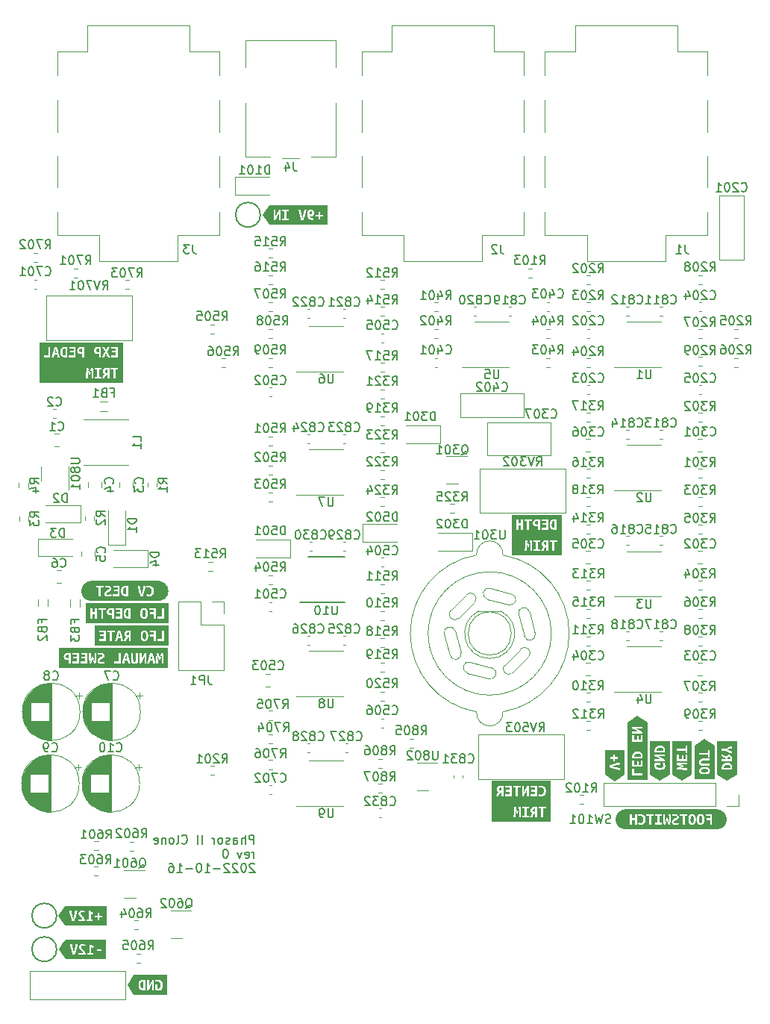
<source format=gbo>
G04 #@! TF.GenerationSoftware,KiCad,Pcbnew,6.0.5+dfsg-1~bpo11+1*
G04 #@! TF.CreationDate,2023-01-30T19:55:39+00:00*
G04 #@! TF.ProjectId,phasor_II,70686173-6f72-45f4-9949-2e6b69636164,0*
G04 #@! TF.SameCoordinates,Original*
G04 #@! TF.FileFunction,Legend,Bot*
G04 #@! TF.FilePolarity,Positive*
%FSLAX46Y46*%
G04 Gerber Fmt 4.6, Leading zero omitted, Abs format (unit mm)*
G04 Created by KiCad (PCBNEW 6.0.5+dfsg-1~bpo11+1) date 2023-01-30 19:55:39*
%MOMM*%
%LPD*%
G01*
G04 APERTURE LIST*
%ADD10C,0.150000*%
%ADD11C,0.120000*%
%ADD12O,2.720000X3.240000*%
%ADD13R,1.800000X1.800000*%
%ADD14C,1.800000*%
%ADD15C,2.600000*%
%ADD16R,0.900000X1.200000*%
%ADD17C,1.524000*%
%ADD18O,1.500000X1.500000*%
%ADD19R,1.700000X1.700000*%
%ADD20O,1.700000X1.700000*%
%ADD21C,1.600000*%
%ADD22C,1.440000*%
%ADD23C,2.000000*%
%ADD24C,3.000000*%
%ADD25R,1.600000X1.600000*%
%ADD26R,4.000000X2.000000*%
%ADD27O,3.300000X2.000000*%
%ADD28O,2.000000X3.500000*%
%ADD29R,1.200000X0.900000*%
%ADD30R,1.500000X4.000000*%
%ADD31R,1.100000X0.510000*%
G04 APERTURE END LIST*
D10*
X135554404Y-135367380D02*
X135554404Y-134367380D01*
X135173452Y-134367380D01*
X135078214Y-134415000D01*
X135030595Y-134462619D01*
X134982976Y-134557857D01*
X134982976Y-134700714D01*
X135030595Y-134795952D01*
X135078214Y-134843571D01*
X135173452Y-134891190D01*
X135554404Y-134891190D01*
X134554404Y-135367380D02*
X134554404Y-134367380D01*
X134125833Y-135367380D02*
X134125833Y-134843571D01*
X134173452Y-134748333D01*
X134268690Y-134700714D01*
X134411547Y-134700714D01*
X134506785Y-134748333D01*
X134554404Y-134795952D01*
X133221071Y-135367380D02*
X133221071Y-134843571D01*
X133268690Y-134748333D01*
X133363928Y-134700714D01*
X133554404Y-134700714D01*
X133649642Y-134748333D01*
X133221071Y-135319761D02*
X133316309Y-135367380D01*
X133554404Y-135367380D01*
X133649642Y-135319761D01*
X133697261Y-135224523D01*
X133697261Y-135129285D01*
X133649642Y-135034047D01*
X133554404Y-134986428D01*
X133316309Y-134986428D01*
X133221071Y-134938809D01*
X132792500Y-135319761D02*
X132697261Y-135367380D01*
X132506785Y-135367380D01*
X132411547Y-135319761D01*
X132363928Y-135224523D01*
X132363928Y-135176904D01*
X132411547Y-135081666D01*
X132506785Y-135034047D01*
X132649642Y-135034047D01*
X132744880Y-134986428D01*
X132792500Y-134891190D01*
X132792500Y-134843571D01*
X132744880Y-134748333D01*
X132649642Y-134700714D01*
X132506785Y-134700714D01*
X132411547Y-134748333D01*
X131792500Y-135367380D02*
X131887738Y-135319761D01*
X131935357Y-135272142D01*
X131982976Y-135176904D01*
X131982976Y-134891190D01*
X131935357Y-134795952D01*
X131887738Y-134748333D01*
X131792500Y-134700714D01*
X131649642Y-134700714D01*
X131554404Y-134748333D01*
X131506785Y-134795952D01*
X131459166Y-134891190D01*
X131459166Y-135176904D01*
X131506785Y-135272142D01*
X131554404Y-135319761D01*
X131649642Y-135367380D01*
X131792500Y-135367380D01*
X131030595Y-135367380D02*
X131030595Y-134700714D01*
X131030595Y-134891190D02*
X130982976Y-134795952D01*
X130935357Y-134748333D01*
X130840119Y-134700714D01*
X130744880Y-134700714D01*
X129649642Y-135367380D02*
X129649642Y-134367380D01*
X129173452Y-135367380D02*
X129173452Y-134367380D01*
X127363928Y-135272142D02*
X127411547Y-135319761D01*
X127554404Y-135367380D01*
X127649642Y-135367380D01*
X127792500Y-135319761D01*
X127887738Y-135224523D01*
X127935357Y-135129285D01*
X127982976Y-134938809D01*
X127982976Y-134795952D01*
X127935357Y-134605476D01*
X127887738Y-134510238D01*
X127792500Y-134415000D01*
X127649642Y-134367380D01*
X127554404Y-134367380D01*
X127411547Y-134415000D01*
X127363928Y-134462619D01*
X126792500Y-135367380D02*
X126887738Y-135319761D01*
X126935357Y-135224523D01*
X126935357Y-134367380D01*
X126268690Y-135367380D02*
X126363928Y-135319761D01*
X126411547Y-135272142D01*
X126459166Y-135176904D01*
X126459166Y-134891190D01*
X126411547Y-134795952D01*
X126363928Y-134748333D01*
X126268690Y-134700714D01*
X126125833Y-134700714D01*
X126030595Y-134748333D01*
X125982976Y-134795952D01*
X125935357Y-134891190D01*
X125935357Y-135176904D01*
X125982976Y-135272142D01*
X126030595Y-135319761D01*
X126125833Y-135367380D01*
X126268690Y-135367380D01*
X125506785Y-134700714D02*
X125506785Y-135367380D01*
X125506785Y-134795952D02*
X125459166Y-134748333D01*
X125363928Y-134700714D01*
X125221071Y-134700714D01*
X125125833Y-134748333D01*
X125078214Y-134843571D01*
X125078214Y-135367380D01*
X124221071Y-135319761D02*
X124316309Y-135367380D01*
X124506785Y-135367380D01*
X124602023Y-135319761D01*
X124649642Y-135224523D01*
X124649642Y-134843571D01*
X124602023Y-134748333D01*
X124506785Y-134700714D01*
X124316309Y-134700714D01*
X124221071Y-134748333D01*
X124173452Y-134843571D01*
X124173452Y-134938809D01*
X124649642Y-135034047D01*
X135554404Y-136977380D02*
X135554404Y-136310714D01*
X135554404Y-136501190D02*
X135506785Y-136405952D01*
X135459166Y-136358333D01*
X135363928Y-136310714D01*
X135268690Y-136310714D01*
X134554404Y-136929761D02*
X134649642Y-136977380D01*
X134840119Y-136977380D01*
X134935357Y-136929761D01*
X134982976Y-136834523D01*
X134982976Y-136453571D01*
X134935357Y-136358333D01*
X134840119Y-136310714D01*
X134649642Y-136310714D01*
X134554404Y-136358333D01*
X134506785Y-136453571D01*
X134506785Y-136548809D01*
X134982976Y-136644047D01*
X134173452Y-136310714D02*
X133935357Y-136977380D01*
X133697261Y-136310714D01*
X132363928Y-135977380D02*
X132268690Y-135977380D01*
X132173452Y-136025000D01*
X132125833Y-136072619D01*
X132078214Y-136167857D01*
X132030595Y-136358333D01*
X132030595Y-136596428D01*
X132078214Y-136786904D01*
X132125833Y-136882142D01*
X132173452Y-136929761D01*
X132268690Y-136977380D01*
X132363928Y-136977380D01*
X132459166Y-136929761D01*
X132506785Y-136882142D01*
X132554404Y-136786904D01*
X132602023Y-136596428D01*
X132602023Y-136358333D01*
X132554404Y-136167857D01*
X132506785Y-136072619D01*
X132459166Y-136025000D01*
X132363928Y-135977380D01*
X135602023Y-137682619D02*
X135554404Y-137635000D01*
X135459166Y-137587380D01*
X135221071Y-137587380D01*
X135125833Y-137635000D01*
X135078214Y-137682619D01*
X135030595Y-137777857D01*
X135030595Y-137873095D01*
X135078214Y-138015952D01*
X135649642Y-138587380D01*
X135030595Y-138587380D01*
X134411547Y-137587380D02*
X134316309Y-137587380D01*
X134221071Y-137635000D01*
X134173452Y-137682619D01*
X134125833Y-137777857D01*
X134078214Y-137968333D01*
X134078214Y-138206428D01*
X134125833Y-138396904D01*
X134173452Y-138492142D01*
X134221071Y-138539761D01*
X134316309Y-138587380D01*
X134411547Y-138587380D01*
X134506785Y-138539761D01*
X134554404Y-138492142D01*
X134602023Y-138396904D01*
X134649642Y-138206428D01*
X134649642Y-137968333D01*
X134602023Y-137777857D01*
X134554404Y-137682619D01*
X134506785Y-137635000D01*
X134411547Y-137587380D01*
X133697261Y-137682619D02*
X133649642Y-137635000D01*
X133554404Y-137587380D01*
X133316309Y-137587380D01*
X133221071Y-137635000D01*
X133173452Y-137682619D01*
X133125833Y-137777857D01*
X133125833Y-137873095D01*
X133173452Y-138015952D01*
X133744880Y-138587380D01*
X133125833Y-138587380D01*
X132744880Y-137682619D02*
X132697261Y-137635000D01*
X132602023Y-137587380D01*
X132363928Y-137587380D01*
X132268690Y-137635000D01*
X132221071Y-137682619D01*
X132173452Y-137777857D01*
X132173452Y-137873095D01*
X132221071Y-138015952D01*
X132792500Y-138587380D01*
X132173452Y-138587380D01*
X131744880Y-138206428D02*
X130982976Y-138206428D01*
X129982976Y-138587380D02*
X130554404Y-138587380D01*
X130268690Y-138587380D02*
X130268690Y-137587380D01*
X130363928Y-137730238D01*
X130459166Y-137825476D01*
X130554404Y-137873095D01*
X129363928Y-137587380D02*
X129268690Y-137587380D01*
X129173452Y-137635000D01*
X129125833Y-137682619D01*
X129078214Y-137777857D01*
X129030595Y-137968333D01*
X129030595Y-138206428D01*
X129078214Y-138396904D01*
X129125833Y-138492142D01*
X129173452Y-138539761D01*
X129268690Y-138587380D01*
X129363928Y-138587380D01*
X129459166Y-138539761D01*
X129506785Y-138492142D01*
X129554404Y-138396904D01*
X129602023Y-138206428D01*
X129602023Y-137968333D01*
X129554404Y-137777857D01*
X129506785Y-137682619D01*
X129459166Y-137635000D01*
X129363928Y-137587380D01*
X128602023Y-138206428D02*
X127840119Y-138206428D01*
X126840119Y-138587380D02*
X127411547Y-138587380D01*
X127125833Y-138587380D02*
X127125833Y-137587380D01*
X127221071Y-137730238D01*
X127316309Y-137825476D01*
X127411547Y-137873095D01*
X125982976Y-137587380D02*
X126173452Y-137587380D01*
X126268690Y-137635000D01*
X126316309Y-137682619D01*
X126411547Y-137825476D01*
X126459166Y-138015952D01*
X126459166Y-138396904D01*
X126411547Y-138492142D01*
X126363928Y-138539761D01*
X126268690Y-138587380D01*
X126078214Y-138587380D01*
X125982976Y-138539761D01*
X125935357Y-138492142D01*
X125887738Y-138396904D01*
X125887738Y-138158809D01*
X125935357Y-138063571D01*
X125982976Y-138015952D01*
X126078214Y-137968333D01*
X126268690Y-137968333D01*
X126363928Y-138015952D01*
X126411547Y-138063571D01*
X126459166Y-138158809D01*
X151233047Y-111704380D02*
X151566380Y-111228190D01*
X151804476Y-111704380D02*
X151804476Y-110704380D01*
X151423523Y-110704380D01*
X151328285Y-110752000D01*
X151280666Y-110799619D01*
X151233047Y-110894857D01*
X151233047Y-111037714D01*
X151280666Y-111132952D01*
X151328285Y-111180571D01*
X151423523Y-111228190D01*
X151804476Y-111228190D01*
X150328285Y-110704380D02*
X150804476Y-110704380D01*
X150852095Y-111180571D01*
X150804476Y-111132952D01*
X150709238Y-111085333D01*
X150471142Y-111085333D01*
X150375904Y-111132952D01*
X150328285Y-111180571D01*
X150280666Y-111275809D01*
X150280666Y-111513904D01*
X150328285Y-111609142D01*
X150375904Y-111656761D01*
X150471142Y-111704380D01*
X150709238Y-111704380D01*
X150804476Y-111656761D01*
X150852095Y-111609142D01*
X149328285Y-111704380D02*
X149899714Y-111704380D01*
X149614000Y-111704380D02*
X149614000Y-110704380D01*
X149709238Y-110847238D01*
X149804476Y-110942476D01*
X149899714Y-110990095D01*
X148756857Y-111132952D02*
X148852095Y-111085333D01*
X148899714Y-111037714D01*
X148947333Y-110942476D01*
X148947333Y-110894857D01*
X148899714Y-110799619D01*
X148852095Y-110752000D01*
X148756857Y-110704380D01*
X148566380Y-110704380D01*
X148471142Y-110752000D01*
X148423523Y-110799619D01*
X148375904Y-110894857D01*
X148375904Y-110942476D01*
X148423523Y-111037714D01*
X148471142Y-111085333D01*
X148566380Y-111132952D01*
X148756857Y-111132952D01*
X148852095Y-111180571D01*
X148899714Y-111228190D01*
X148947333Y-111323428D01*
X148947333Y-111513904D01*
X148899714Y-111609142D01*
X148852095Y-111656761D01*
X148756857Y-111704380D01*
X148566380Y-111704380D01*
X148471142Y-111656761D01*
X148423523Y-111609142D01*
X148375904Y-111513904D01*
X148375904Y-111323428D01*
X148423523Y-111228190D01*
X148471142Y-111180571D01*
X148566380Y-111132952D01*
X151233047Y-74112380D02*
X151566380Y-73636190D01*
X151804476Y-74112380D02*
X151804476Y-73112380D01*
X151423523Y-73112380D01*
X151328285Y-73160000D01*
X151280666Y-73207619D01*
X151233047Y-73302857D01*
X151233047Y-73445714D01*
X151280666Y-73540952D01*
X151328285Y-73588571D01*
X151423523Y-73636190D01*
X151804476Y-73636190D01*
X150328285Y-73112380D02*
X150804476Y-73112380D01*
X150852095Y-73588571D01*
X150804476Y-73540952D01*
X150709238Y-73493333D01*
X150471142Y-73493333D01*
X150375904Y-73540952D01*
X150328285Y-73588571D01*
X150280666Y-73683809D01*
X150280666Y-73921904D01*
X150328285Y-74017142D01*
X150375904Y-74064761D01*
X150471142Y-74112380D01*
X150709238Y-74112380D01*
X150804476Y-74064761D01*
X150852095Y-74017142D01*
X149328285Y-74112380D02*
X149899714Y-74112380D01*
X149614000Y-74112380D02*
X149614000Y-73112380D01*
X149709238Y-73255238D01*
X149804476Y-73350476D01*
X149899714Y-73398095D01*
X148471142Y-73445714D02*
X148471142Y-74112380D01*
X148709238Y-73064761D02*
X148947333Y-73779047D01*
X148328285Y-73779047D01*
X138533047Y-67508380D02*
X138866380Y-67032190D01*
X139104476Y-67508380D02*
X139104476Y-66508380D01*
X138723523Y-66508380D01*
X138628285Y-66556000D01*
X138580666Y-66603619D01*
X138533047Y-66698857D01*
X138533047Y-66841714D01*
X138580666Y-66936952D01*
X138628285Y-66984571D01*
X138723523Y-67032190D01*
X139104476Y-67032190D01*
X137628285Y-66508380D02*
X138104476Y-66508380D01*
X138152095Y-66984571D01*
X138104476Y-66936952D01*
X138009238Y-66889333D01*
X137771142Y-66889333D01*
X137675904Y-66936952D01*
X137628285Y-66984571D01*
X137580666Y-67079809D01*
X137580666Y-67317904D01*
X137628285Y-67413142D01*
X137675904Y-67460761D01*
X137771142Y-67508380D01*
X138009238Y-67508380D01*
X138104476Y-67460761D01*
X138152095Y-67413142D01*
X136628285Y-67508380D02*
X137199714Y-67508380D01*
X136914000Y-67508380D02*
X136914000Y-66508380D01*
X137009238Y-66651238D01*
X137104476Y-66746476D01*
X137199714Y-66794095D01*
X135723523Y-66508380D02*
X136199714Y-66508380D01*
X136247333Y-66984571D01*
X136199714Y-66936952D01*
X136104476Y-66889333D01*
X135866380Y-66889333D01*
X135771142Y-66936952D01*
X135723523Y-66984571D01*
X135675904Y-67079809D01*
X135675904Y-67317904D01*
X135723523Y-67413142D01*
X135771142Y-67460761D01*
X135866380Y-67508380D01*
X136104476Y-67508380D01*
X136199714Y-67460761D01*
X136247333Y-67413142D01*
X111120180Y-94524533D02*
X110643990Y-94191200D01*
X111120180Y-93953104D02*
X110120180Y-93953104D01*
X110120180Y-94334057D01*
X110167800Y-94429295D01*
X110215419Y-94476914D01*
X110310657Y-94524533D01*
X110453514Y-94524533D01*
X110548752Y-94476914D01*
X110596371Y-94429295D01*
X110643990Y-94334057D01*
X110643990Y-93953104D01*
X110453514Y-95381676D02*
X111120180Y-95381676D01*
X110072561Y-95143580D02*
X110786847Y-94905485D01*
X110786847Y-95524533D01*
X179046047Y-74017142D02*
X179093666Y-74064761D01*
X179236523Y-74112380D01*
X179331761Y-74112380D01*
X179474619Y-74064761D01*
X179569857Y-73969523D01*
X179617476Y-73874285D01*
X179665095Y-73683809D01*
X179665095Y-73540952D01*
X179617476Y-73350476D01*
X179569857Y-73255238D01*
X179474619Y-73160000D01*
X179331761Y-73112380D01*
X179236523Y-73112380D01*
X179093666Y-73160000D01*
X179046047Y-73207619D01*
X178474619Y-73540952D02*
X178569857Y-73493333D01*
X178617476Y-73445714D01*
X178665095Y-73350476D01*
X178665095Y-73302857D01*
X178617476Y-73207619D01*
X178569857Y-73160000D01*
X178474619Y-73112380D01*
X178284142Y-73112380D01*
X178188904Y-73160000D01*
X178141285Y-73207619D01*
X178093666Y-73302857D01*
X178093666Y-73350476D01*
X178141285Y-73445714D01*
X178188904Y-73493333D01*
X178284142Y-73540952D01*
X178474619Y-73540952D01*
X178569857Y-73588571D01*
X178617476Y-73636190D01*
X178665095Y-73731428D01*
X178665095Y-73921904D01*
X178617476Y-74017142D01*
X178569857Y-74064761D01*
X178474619Y-74112380D01*
X178284142Y-74112380D01*
X178188904Y-74064761D01*
X178141285Y-74017142D01*
X178093666Y-73921904D01*
X178093666Y-73731428D01*
X178141285Y-73636190D01*
X178188904Y-73588571D01*
X178284142Y-73540952D01*
X177141285Y-74112380D02*
X177712714Y-74112380D01*
X177427000Y-74112380D02*
X177427000Y-73112380D01*
X177522238Y-73255238D01*
X177617476Y-73350476D01*
X177712714Y-73398095D01*
X176760333Y-73207619D02*
X176712714Y-73160000D01*
X176617476Y-73112380D01*
X176379380Y-73112380D01*
X176284142Y-73160000D01*
X176236523Y-73207619D01*
X176188904Y-73302857D01*
X176188904Y-73398095D01*
X176236523Y-73540952D01*
X176807952Y-74112380D01*
X176188904Y-74112380D01*
X187301047Y-70396380D02*
X187634380Y-69920190D01*
X187872476Y-70396380D02*
X187872476Y-69396380D01*
X187491523Y-69396380D01*
X187396285Y-69444000D01*
X187348666Y-69491619D01*
X187301047Y-69586857D01*
X187301047Y-69729714D01*
X187348666Y-69824952D01*
X187396285Y-69872571D01*
X187491523Y-69920190D01*
X187872476Y-69920190D01*
X186920095Y-69491619D02*
X186872476Y-69444000D01*
X186777238Y-69396380D01*
X186539142Y-69396380D01*
X186443904Y-69444000D01*
X186396285Y-69491619D01*
X186348666Y-69586857D01*
X186348666Y-69682095D01*
X186396285Y-69824952D01*
X186967714Y-70396380D01*
X186348666Y-70396380D01*
X185729619Y-69396380D02*
X185634380Y-69396380D01*
X185539142Y-69444000D01*
X185491523Y-69491619D01*
X185443904Y-69586857D01*
X185396285Y-69777333D01*
X185396285Y-70015428D01*
X185443904Y-70205904D01*
X185491523Y-70301142D01*
X185539142Y-70348761D01*
X185634380Y-70396380D01*
X185729619Y-70396380D01*
X185824857Y-70348761D01*
X185872476Y-70301142D01*
X185920095Y-70205904D01*
X185967714Y-70015428D01*
X185967714Y-69777333D01*
X185920095Y-69586857D01*
X185872476Y-69491619D01*
X185824857Y-69444000D01*
X185729619Y-69396380D01*
X184824857Y-69824952D02*
X184920095Y-69777333D01*
X184967714Y-69729714D01*
X185015333Y-69634476D01*
X185015333Y-69586857D01*
X184967714Y-69491619D01*
X184920095Y-69444000D01*
X184824857Y-69396380D01*
X184634380Y-69396380D01*
X184539142Y-69444000D01*
X184491523Y-69491619D01*
X184443904Y-69586857D01*
X184443904Y-69634476D01*
X184491523Y-69729714D01*
X184539142Y-69777333D01*
X184634380Y-69824952D01*
X184824857Y-69824952D01*
X184920095Y-69872571D01*
X184967714Y-69920190D01*
X185015333Y-70015428D01*
X185015333Y-70205904D01*
X184967714Y-70301142D01*
X184920095Y-70348761D01*
X184824857Y-70396380D01*
X184634380Y-70396380D01*
X184539142Y-70348761D01*
X184491523Y-70301142D01*
X184443904Y-70205904D01*
X184443904Y-70015428D01*
X184491523Y-69920190D01*
X184539142Y-69872571D01*
X184634380Y-69824952D01*
X187301047Y-86177380D02*
X187634380Y-85701190D01*
X187872476Y-86177380D02*
X187872476Y-85177380D01*
X187491523Y-85177380D01*
X187396285Y-85225000D01*
X187348666Y-85272619D01*
X187301047Y-85367857D01*
X187301047Y-85510714D01*
X187348666Y-85605952D01*
X187396285Y-85653571D01*
X187491523Y-85701190D01*
X187872476Y-85701190D01*
X186967714Y-85177380D02*
X186348666Y-85177380D01*
X186682000Y-85558333D01*
X186539142Y-85558333D01*
X186443904Y-85605952D01*
X186396285Y-85653571D01*
X186348666Y-85748809D01*
X186348666Y-85986904D01*
X186396285Y-86082142D01*
X186443904Y-86129761D01*
X186539142Y-86177380D01*
X186824857Y-86177380D01*
X186920095Y-86129761D01*
X186967714Y-86082142D01*
X185729619Y-85177380D02*
X185634380Y-85177380D01*
X185539142Y-85225000D01*
X185491523Y-85272619D01*
X185443904Y-85367857D01*
X185396285Y-85558333D01*
X185396285Y-85796428D01*
X185443904Y-85986904D01*
X185491523Y-86082142D01*
X185539142Y-86129761D01*
X185634380Y-86177380D01*
X185729619Y-86177380D01*
X185824857Y-86129761D01*
X185872476Y-86082142D01*
X185920095Y-85986904D01*
X185967714Y-85796428D01*
X185967714Y-85558333D01*
X185920095Y-85367857D01*
X185872476Y-85272619D01*
X185824857Y-85225000D01*
X185729619Y-85177380D01*
X185015333Y-85272619D02*
X184967714Y-85225000D01*
X184872476Y-85177380D01*
X184634380Y-85177380D01*
X184539142Y-85225000D01*
X184491523Y-85272619D01*
X184443904Y-85367857D01*
X184443904Y-85463095D01*
X184491523Y-85605952D01*
X185062952Y-86177380D01*
X184443904Y-86177380D01*
X157329047Y-79699142D02*
X157376666Y-79746761D01*
X157519523Y-79794380D01*
X157614761Y-79794380D01*
X157757619Y-79746761D01*
X157852857Y-79651523D01*
X157900476Y-79556285D01*
X157948095Y-79365809D01*
X157948095Y-79222952D01*
X157900476Y-79032476D01*
X157852857Y-78937238D01*
X157757619Y-78842000D01*
X157614761Y-78794380D01*
X157519523Y-78794380D01*
X157376666Y-78842000D01*
X157329047Y-78889619D01*
X156471904Y-79127714D02*
X156471904Y-79794380D01*
X156710000Y-78746761D02*
X156948095Y-79461047D01*
X156329047Y-79461047D01*
X155757619Y-78794380D02*
X155662380Y-78794380D01*
X155567142Y-78842000D01*
X155519523Y-78889619D01*
X155471904Y-78984857D01*
X155424285Y-79175333D01*
X155424285Y-79413428D01*
X155471904Y-79603904D01*
X155519523Y-79699142D01*
X155567142Y-79746761D01*
X155662380Y-79794380D01*
X155757619Y-79794380D01*
X155852857Y-79746761D01*
X155900476Y-79699142D01*
X155948095Y-79603904D01*
X155995714Y-79413428D01*
X155995714Y-79175333D01*
X155948095Y-78984857D01*
X155900476Y-78889619D01*
X155852857Y-78842000D01*
X155757619Y-78794380D01*
X154471904Y-79794380D02*
X155043333Y-79794380D01*
X154757619Y-79794380D02*
X154757619Y-78794380D01*
X154852857Y-78937238D01*
X154948095Y-79032476D01*
X155043333Y-79080095D01*
X119515542Y-94473733D02*
X119563161Y-94426114D01*
X119610780Y-94283257D01*
X119610780Y-94188019D01*
X119563161Y-94045161D01*
X119467923Y-93949923D01*
X119372685Y-93902304D01*
X119182209Y-93854685D01*
X119039352Y-93854685D01*
X118848876Y-93902304D01*
X118753638Y-93949923D01*
X118658400Y-94045161D01*
X118610780Y-94188019D01*
X118610780Y-94283257D01*
X118658400Y-94426114D01*
X118706019Y-94473733D01*
X118944114Y-95330876D02*
X119610780Y-95330876D01*
X118563161Y-95092780D02*
X119277447Y-94854685D01*
X119277447Y-95473733D01*
X122277047Y-71064380D02*
X122610380Y-70588190D01*
X122848476Y-71064380D02*
X122848476Y-70064380D01*
X122467523Y-70064380D01*
X122372285Y-70112000D01*
X122324666Y-70159619D01*
X122277047Y-70254857D01*
X122277047Y-70397714D01*
X122324666Y-70492952D01*
X122372285Y-70540571D01*
X122467523Y-70588190D01*
X122848476Y-70588190D01*
X121943714Y-70064380D02*
X121277047Y-70064380D01*
X121705619Y-71064380D01*
X120705619Y-70064380D02*
X120610380Y-70064380D01*
X120515142Y-70112000D01*
X120467523Y-70159619D01*
X120419904Y-70254857D01*
X120372285Y-70445333D01*
X120372285Y-70683428D01*
X120419904Y-70873904D01*
X120467523Y-70969142D01*
X120515142Y-71016761D01*
X120610380Y-71064380D01*
X120705619Y-71064380D01*
X120800857Y-71016761D01*
X120848476Y-70969142D01*
X120896095Y-70873904D01*
X120943714Y-70683428D01*
X120943714Y-70445333D01*
X120896095Y-70254857D01*
X120848476Y-70159619D01*
X120800857Y-70112000D01*
X120705619Y-70064380D01*
X120038952Y-70064380D02*
X119419904Y-70064380D01*
X119753238Y-70445333D01*
X119610380Y-70445333D01*
X119515142Y-70492952D01*
X119467523Y-70540571D01*
X119419904Y-70635809D01*
X119419904Y-70873904D01*
X119467523Y-70969142D01*
X119515142Y-71016761D01*
X119610380Y-71064380D01*
X119896095Y-71064380D01*
X119991333Y-71016761D01*
X120038952Y-70969142D01*
X124788780Y-102284304D02*
X123788780Y-102284304D01*
X123788780Y-102522400D01*
X123836400Y-102665257D01*
X123931638Y-102760495D01*
X124026876Y-102808114D01*
X124217352Y-102855733D01*
X124360209Y-102855733D01*
X124550685Y-102808114D01*
X124645923Y-102760495D01*
X124741161Y-102665257D01*
X124788780Y-102522400D01*
X124788780Y-102284304D01*
X124122114Y-103712876D02*
X124788780Y-103712876D01*
X123741161Y-103474780D02*
X124455447Y-103236685D01*
X124455447Y-103855733D01*
X151233047Y-83350380D02*
X151566380Y-82874190D01*
X151804476Y-83350380D02*
X151804476Y-82350380D01*
X151423523Y-82350380D01*
X151328285Y-82398000D01*
X151280666Y-82445619D01*
X151233047Y-82540857D01*
X151233047Y-82683714D01*
X151280666Y-82778952D01*
X151328285Y-82826571D01*
X151423523Y-82874190D01*
X151804476Y-82874190D01*
X150899714Y-82350380D02*
X150280666Y-82350380D01*
X150614000Y-82731333D01*
X150471142Y-82731333D01*
X150375904Y-82778952D01*
X150328285Y-82826571D01*
X150280666Y-82921809D01*
X150280666Y-83159904D01*
X150328285Y-83255142D01*
X150375904Y-83302761D01*
X150471142Y-83350380D01*
X150756857Y-83350380D01*
X150852095Y-83302761D01*
X150899714Y-83255142D01*
X149899714Y-82445619D02*
X149852095Y-82398000D01*
X149756857Y-82350380D01*
X149518761Y-82350380D01*
X149423523Y-82398000D01*
X149375904Y-82445619D01*
X149328285Y-82540857D01*
X149328285Y-82636095D01*
X149375904Y-82778952D01*
X149947333Y-83350380D01*
X149328285Y-83350380D01*
X148375904Y-83350380D02*
X148947333Y-83350380D01*
X148661619Y-83350380D02*
X148661619Y-82350380D01*
X148756857Y-82493238D01*
X148852095Y-82588476D01*
X148947333Y-82636095D01*
X113095066Y-85599542D02*
X113142685Y-85647161D01*
X113285542Y-85694780D01*
X113380780Y-85694780D01*
X113523638Y-85647161D01*
X113618876Y-85551923D01*
X113666495Y-85456685D01*
X113714114Y-85266209D01*
X113714114Y-85123352D01*
X113666495Y-84932876D01*
X113618876Y-84837638D01*
X113523638Y-84742400D01*
X113380780Y-84694780D01*
X113285542Y-84694780D01*
X113142685Y-84742400D01*
X113095066Y-84790019D01*
X112714114Y-84790019D02*
X112666495Y-84742400D01*
X112571257Y-84694780D01*
X112333161Y-84694780D01*
X112237923Y-84742400D01*
X112190304Y-84790019D01*
X112142685Y-84885257D01*
X112142685Y-84980495D01*
X112190304Y-85123352D01*
X112761733Y-85694780D01*
X112142685Y-85694780D01*
X164020285Y-99782380D02*
X164020285Y-100591904D01*
X163972666Y-100687142D01*
X163925047Y-100734761D01*
X163829809Y-100782380D01*
X163639333Y-100782380D01*
X163544095Y-100734761D01*
X163496476Y-100687142D01*
X163448857Y-100591904D01*
X163448857Y-99782380D01*
X163067904Y-99782380D02*
X162448857Y-99782380D01*
X162782190Y-100163333D01*
X162639333Y-100163333D01*
X162544095Y-100210952D01*
X162496476Y-100258571D01*
X162448857Y-100353809D01*
X162448857Y-100591904D01*
X162496476Y-100687142D01*
X162544095Y-100734761D01*
X162639333Y-100782380D01*
X162925047Y-100782380D01*
X163020285Y-100734761D01*
X163067904Y-100687142D01*
X161829809Y-99782380D02*
X161734571Y-99782380D01*
X161639333Y-99830000D01*
X161591714Y-99877619D01*
X161544095Y-99972857D01*
X161496476Y-100163333D01*
X161496476Y-100401428D01*
X161544095Y-100591904D01*
X161591714Y-100687142D01*
X161639333Y-100734761D01*
X161734571Y-100782380D01*
X161829809Y-100782380D01*
X161925047Y-100734761D01*
X161972666Y-100687142D01*
X162020285Y-100591904D01*
X162067904Y-100401428D01*
X162067904Y-100163333D01*
X162020285Y-99972857D01*
X161972666Y-99877619D01*
X161925047Y-99830000D01*
X161829809Y-99782380D01*
X160544095Y-100782380D02*
X161115523Y-100782380D01*
X160829809Y-100782380D02*
X160829809Y-99782380D01*
X160925047Y-99925238D01*
X161020285Y-100020476D01*
X161115523Y-100068095D01*
X174601047Y-101703142D02*
X174648666Y-101750761D01*
X174791523Y-101798380D01*
X174886761Y-101798380D01*
X175029619Y-101750761D01*
X175124857Y-101655523D01*
X175172476Y-101560285D01*
X175220095Y-101369809D01*
X175220095Y-101226952D01*
X175172476Y-101036476D01*
X175124857Y-100941238D01*
X175029619Y-100846000D01*
X174886761Y-100798380D01*
X174791523Y-100798380D01*
X174648666Y-100846000D01*
X174601047Y-100893619D01*
X174267714Y-100798380D02*
X173648666Y-100798380D01*
X173982000Y-101179333D01*
X173839142Y-101179333D01*
X173743904Y-101226952D01*
X173696285Y-101274571D01*
X173648666Y-101369809D01*
X173648666Y-101607904D01*
X173696285Y-101703142D01*
X173743904Y-101750761D01*
X173839142Y-101798380D01*
X174124857Y-101798380D01*
X174220095Y-101750761D01*
X174267714Y-101703142D01*
X173029619Y-100798380D02*
X172934380Y-100798380D01*
X172839142Y-100846000D01*
X172791523Y-100893619D01*
X172743904Y-100988857D01*
X172696285Y-101179333D01*
X172696285Y-101417428D01*
X172743904Y-101607904D01*
X172791523Y-101703142D01*
X172839142Y-101750761D01*
X172934380Y-101798380D01*
X173029619Y-101798380D01*
X173124857Y-101750761D01*
X173172476Y-101703142D01*
X173220095Y-101607904D01*
X173267714Y-101417428D01*
X173267714Y-101179333D01*
X173220095Y-100988857D01*
X173172476Y-100893619D01*
X173124857Y-100846000D01*
X173029619Y-100798380D01*
X171791523Y-100798380D02*
X172267714Y-100798380D01*
X172315333Y-101274571D01*
X172267714Y-101226952D01*
X172172476Y-101179333D01*
X171934380Y-101179333D01*
X171839142Y-101226952D01*
X171791523Y-101274571D01*
X171743904Y-101369809D01*
X171743904Y-101607904D01*
X171791523Y-101703142D01*
X171839142Y-101750761D01*
X171934380Y-101798380D01*
X172172476Y-101798380D01*
X172267714Y-101750761D01*
X172315333Y-101703142D01*
X133199047Y-79954380D02*
X133532380Y-79478190D01*
X133770476Y-79954380D02*
X133770476Y-78954380D01*
X133389523Y-78954380D01*
X133294285Y-79002000D01*
X133246666Y-79049619D01*
X133199047Y-79144857D01*
X133199047Y-79287714D01*
X133246666Y-79382952D01*
X133294285Y-79430571D01*
X133389523Y-79478190D01*
X133770476Y-79478190D01*
X132294285Y-78954380D02*
X132770476Y-78954380D01*
X132818095Y-79430571D01*
X132770476Y-79382952D01*
X132675238Y-79335333D01*
X132437142Y-79335333D01*
X132341904Y-79382952D01*
X132294285Y-79430571D01*
X132246666Y-79525809D01*
X132246666Y-79763904D01*
X132294285Y-79859142D01*
X132341904Y-79906761D01*
X132437142Y-79954380D01*
X132675238Y-79954380D01*
X132770476Y-79906761D01*
X132818095Y-79859142D01*
X131627619Y-78954380D02*
X131532380Y-78954380D01*
X131437142Y-79002000D01*
X131389523Y-79049619D01*
X131341904Y-79144857D01*
X131294285Y-79335333D01*
X131294285Y-79573428D01*
X131341904Y-79763904D01*
X131389523Y-79859142D01*
X131437142Y-79906761D01*
X131532380Y-79954380D01*
X131627619Y-79954380D01*
X131722857Y-79906761D01*
X131770476Y-79859142D01*
X131818095Y-79763904D01*
X131865714Y-79573428D01*
X131865714Y-79335333D01*
X131818095Y-79144857D01*
X131770476Y-79049619D01*
X131722857Y-79002000D01*
X131627619Y-78954380D01*
X130437142Y-78954380D02*
X130627619Y-78954380D01*
X130722857Y-79002000D01*
X130770476Y-79049619D01*
X130865714Y-79192476D01*
X130913333Y-79382952D01*
X130913333Y-79763904D01*
X130865714Y-79859142D01*
X130818095Y-79906761D01*
X130722857Y-79954380D01*
X130532380Y-79954380D01*
X130437142Y-79906761D01*
X130389523Y-79859142D01*
X130341904Y-79763904D01*
X130341904Y-79525809D01*
X130389523Y-79430571D01*
X130437142Y-79382952D01*
X130532380Y-79335333D01*
X130722857Y-79335333D01*
X130818095Y-79382952D01*
X130865714Y-79430571D01*
X130913333Y-79525809D01*
X180593904Y-107627380D02*
X180593904Y-108436904D01*
X180546285Y-108532142D01*
X180498666Y-108579761D01*
X180403428Y-108627380D01*
X180212952Y-108627380D01*
X180117714Y-108579761D01*
X180070095Y-108532142D01*
X180022476Y-108436904D01*
X180022476Y-107627380D01*
X179641523Y-107627380D02*
X179022476Y-107627380D01*
X179355809Y-108008333D01*
X179212952Y-108008333D01*
X179117714Y-108055952D01*
X179070095Y-108103571D01*
X179022476Y-108198809D01*
X179022476Y-108436904D01*
X179070095Y-108532142D01*
X179117714Y-108579761D01*
X179212952Y-108627380D01*
X179498666Y-108627380D01*
X179593904Y-108579761D01*
X179641523Y-108532142D01*
X122522619Y-138101619D02*
X122617857Y-138054000D01*
X122713095Y-137958761D01*
X122855952Y-137815904D01*
X122951190Y-137768285D01*
X123046428Y-137768285D01*
X122998809Y-138006380D02*
X123094047Y-137958761D01*
X123189285Y-137863523D01*
X123236904Y-137673047D01*
X123236904Y-137339714D01*
X123189285Y-137149238D01*
X123094047Y-137054000D01*
X122998809Y-137006380D01*
X122808333Y-137006380D01*
X122713095Y-137054000D01*
X122617857Y-137149238D01*
X122570238Y-137339714D01*
X122570238Y-137673047D01*
X122617857Y-137863523D01*
X122713095Y-137958761D01*
X122808333Y-138006380D01*
X122998809Y-138006380D01*
X121713095Y-137006380D02*
X121903571Y-137006380D01*
X121998809Y-137054000D01*
X122046428Y-137101619D01*
X122141666Y-137244476D01*
X122189285Y-137434952D01*
X122189285Y-137815904D01*
X122141666Y-137911142D01*
X122094047Y-137958761D01*
X121998809Y-138006380D01*
X121808333Y-138006380D01*
X121713095Y-137958761D01*
X121665476Y-137911142D01*
X121617857Y-137815904D01*
X121617857Y-137577809D01*
X121665476Y-137482571D01*
X121713095Y-137434952D01*
X121808333Y-137387333D01*
X121998809Y-137387333D01*
X122094047Y-137434952D01*
X122141666Y-137482571D01*
X122189285Y-137577809D01*
X120998809Y-137006380D02*
X120903571Y-137006380D01*
X120808333Y-137054000D01*
X120760714Y-137101619D01*
X120713095Y-137196857D01*
X120665476Y-137387333D01*
X120665476Y-137625428D01*
X120713095Y-137815904D01*
X120760714Y-137911142D01*
X120808333Y-137958761D01*
X120903571Y-138006380D01*
X120998809Y-138006380D01*
X121094047Y-137958761D01*
X121141666Y-137911142D01*
X121189285Y-137815904D01*
X121236904Y-137625428D01*
X121236904Y-137387333D01*
X121189285Y-137196857D01*
X121141666Y-137101619D01*
X121094047Y-137054000D01*
X120998809Y-137006380D01*
X119713095Y-138006380D02*
X120284523Y-138006380D01*
X119998809Y-138006380D02*
X119998809Y-137006380D01*
X120094047Y-137149238D01*
X120189285Y-137244476D01*
X120284523Y-137292095D01*
X174626447Y-108376980D02*
X174959780Y-107900790D01*
X175197876Y-108376980D02*
X175197876Y-107376980D01*
X174816923Y-107376980D01*
X174721685Y-107424600D01*
X174674066Y-107472219D01*
X174626447Y-107567457D01*
X174626447Y-107710314D01*
X174674066Y-107805552D01*
X174721685Y-107853171D01*
X174816923Y-107900790D01*
X175197876Y-107900790D01*
X174293114Y-107376980D02*
X173674066Y-107376980D01*
X174007400Y-107757933D01*
X173864542Y-107757933D01*
X173769304Y-107805552D01*
X173721685Y-107853171D01*
X173674066Y-107948409D01*
X173674066Y-108186504D01*
X173721685Y-108281742D01*
X173769304Y-108329361D01*
X173864542Y-108376980D01*
X174150257Y-108376980D01*
X174245495Y-108329361D01*
X174293114Y-108281742D01*
X172721685Y-108376980D02*
X173293114Y-108376980D01*
X173007400Y-108376980D02*
X173007400Y-107376980D01*
X173102638Y-107519838D01*
X173197876Y-107615076D01*
X173293114Y-107662695D01*
X171816923Y-107376980D02*
X172293114Y-107376980D01*
X172340733Y-107853171D01*
X172293114Y-107805552D01*
X172197876Y-107757933D01*
X171959780Y-107757933D01*
X171864542Y-107805552D01*
X171816923Y-107853171D01*
X171769304Y-107948409D01*
X171769304Y-108186504D01*
X171816923Y-108281742D01*
X171864542Y-108329361D01*
X171959780Y-108376980D01*
X172197876Y-108376980D01*
X172293114Y-108329361D01*
X172340733Y-108281742D01*
X174575647Y-95651580D02*
X174908980Y-95175390D01*
X175147076Y-95651580D02*
X175147076Y-94651580D01*
X174766123Y-94651580D01*
X174670885Y-94699200D01*
X174623266Y-94746819D01*
X174575647Y-94842057D01*
X174575647Y-94984914D01*
X174623266Y-95080152D01*
X174670885Y-95127771D01*
X174766123Y-95175390D01*
X175147076Y-95175390D01*
X174242314Y-94651580D02*
X173623266Y-94651580D01*
X173956600Y-95032533D01*
X173813742Y-95032533D01*
X173718504Y-95080152D01*
X173670885Y-95127771D01*
X173623266Y-95223009D01*
X173623266Y-95461104D01*
X173670885Y-95556342D01*
X173718504Y-95603961D01*
X173813742Y-95651580D01*
X174099457Y-95651580D01*
X174194695Y-95603961D01*
X174242314Y-95556342D01*
X172670885Y-95651580D02*
X173242314Y-95651580D01*
X172956600Y-95651580D02*
X172956600Y-94651580D01*
X173051838Y-94794438D01*
X173147076Y-94889676D01*
X173242314Y-94937295D01*
X172099457Y-95080152D02*
X172194695Y-95032533D01*
X172242314Y-94984914D01*
X172289933Y-94889676D01*
X172289933Y-94842057D01*
X172242314Y-94746819D01*
X172194695Y-94699200D01*
X172099457Y-94651580D01*
X171908980Y-94651580D01*
X171813742Y-94699200D01*
X171766123Y-94746819D01*
X171718504Y-94842057D01*
X171718504Y-94889676D01*
X171766123Y-94984914D01*
X171813742Y-95032533D01*
X171908980Y-95080152D01*
X172099457Y-95080152D01*
X172194695Y-95127771D01*
X172242314Y-95175390D01*
X172289933Y-95270628D01*
X172289933Y-95461104D01*
X172242314Y-95556342D01*
X172194695Y-95603961D01*
X172099457Y-95651580D01*
X171908980Y-95651580D01*
X171813742Y-95603961D01*
X171766123Y-95556342D01*
X171718504Y-95461104D01*
X171718504Y-95270628D01*
X171766123Y-95175390D01*
X171813742Y-95127771D01*
X171908980Y-95080152D01*
X151804476Y-98750380D02*
X151804476Y-97750380D01*
X151566380Y-97750380D01*
X151423523Y-97798000D01*
X151328285Y-97893238D01*
X151280666Y-97988476D01*
X151233047Y-98178952D01*
X151233047Y-98321809D01*
X151280666Y-98512285D01*
X151328285Y-98607523D01*
X151423523Y-98702761D01*
X151566380Y-98750380D01*
X151804476Y-98750380D01*
X150328285Y-97750380D02*
X150804476Y-97750380D01*
X150852095Y-98226571D01*
X150804476Y-98178952D01*
X150709238Y-98131333D01*
X150471142Y-98131333D01*
X150375904Y-98178952D01*
X150328285Y-98226571D01*
X150280666Y-98321809D01*
X150280666Y-98559904D01*
X150328285Y-98655142D01*
X150375904Y-98702761D01*
X150471142Y-98750380D01*
X150709238Y-98750380D01*
X150804476Y-98702761D01*
X150852095Y-98655142D01*
X149661619Y-97750380D02*
X149566380Y-97750380D01*
X149471142Y-97798000D01*
X149423523Y-97845619D01*
X149375904Y-97940857D01*
X149328285Y-98131333D01*
X149328285Y-98369428D01*
X149375904Y-98559904D01*
X149423523Y-98655142D01*
X149471142Y-98702761D01*
X149566380Y-98750380D01*
X149661619Y-98750380D01*
X149756857Y-98702761D01*
X149804476Y-98655142D01*
X149852095Y-98559904D01*
X149899714Y-98369428D01*
X149899714Y-98131333D01*
X149852095Y-97940857D01*
X149804476Y-97845619D01*
X149756857Y-97798000D01*
X149661619Y-97750380D01*
X148947333Y-97845619D02*
X148899714Y-97798000D01*
X148804476Y-97750380D01*
X148566380Y-97750380D01*
X148471142Y-97798000D01*
X148423523Y-97845619D01*
X148375904Y-97940857D01*
X148375904Y-98036095D01*
X148423523Y-98178952D01*
X148994952Y-98750380D01*
X148375904Y-98750380D01*
X138533047Y-104432380D02*
X138866380Y-103956190D01*
X139104476Y-104432380D02*
X139104476Y-103432380D01*
X138723523Y-103432380D01*
X138628285Y-103480000D01*
X138580666Y-103527619D01*
X138533047Y-103622857D01*
X138533047Y-103765714D01*
X138580666Y-103860952D01*
X138628285Y-103908571D01*
X138723523Y-103956190D01*
X139104476Y-103956190D01*
X137628285Y-103432380D02*
X138104476Y-103432380D01*
X138152095Y-103908571D01*
X138104476Y-103860952D01*
X138009238Y-103813333D01*
X137771142Y-103813333D01*
X137675904Y-103860952D01*
X137628285Y-103908571D01*
X137580666Y-104003809D01*
X137580666Y-104241904D01*
X137628285Y-104337142D01*
X137675904Y-104384761D01*
X137771142Y-104432380D01*
X138009238Y-104432380D01*
X138104476Y-104384761D01*
X138152095Y-104337142D01*
X136961619Y-103432380D02*
X136866380Y-103432380D01*
X136771142Y-103480000D01*
X136723523Y-103527619D01*
X136675904Y-103622857D01*
X136628285Y-103813333D01*
X136628285Y-104051428D01*
X136675904Y-104241904D01*
X136723523Y-104337142D01*
X136771142Y-104384761D01*
X136866380Y-104432380D01*
X136961619Y-104432380D01*
X137056857Y-104384761D01*
X137104476Y-104337142D01*
X137152095Y-104241904D01*
X137199714Y-104051428D01*
X137199714Y-103813333D01*
X137152095Y-103622857D01*
X137104476Y-103527619D01*
X137056857Y-103480000D01*
X136961619Y-103432380D01*
X135771142Y-103765714D02*
X135771142Y-104432380D01*
X136009238Y-103384761D02*
X136247333Y-104099047D01*
X135628285Y-104099047D01*
X176021714Y-132992761D02*
X175878857Y-133040380D01*
X175640761Y-133040380D01*
X175545523Y-132992761D01*
X175497904Y-132945142D01*
X175450285Y-132849904D01*
X175450285Y-132754666D01*
X175497904Y-132659428D01*
X175545523Y-132611809D01*
X175640761Y-132564190D01*
X175831238Y-132516571D01*
X175926476Y-132468952D01*
X175974095Y-132421333D01*
X176021714Y-132326095D01*
X176021714Y-132230857D01*
X175974095Y-132135619D01*
X175926476Y-132088000D01*
X175831238Y-132040380D01*
X175593142Y-132040380D01*
X175450285Y-132088000D01*
X175116952Y-132040380D02*
X174878857Y-133040380D01*
X174688380Y-132326095D01*
X174497904Y-133040380D01*
X174259809Y-132040380D01*
X173355047Y-133040380D02*
X173926476Y-133040380D01*
X173640761Y-133040380D02*
X173640761Y-132040380D01*
X173736000Y-132183238D01*
X173831238Y-132278476D01*
X173926476Y-132326095D01*
X172736000Y-132040380D02*
X172640761Y-132040380D01*
X172545523Y-132088000D01*
X172497904Y-132135619D01*
X172450285Y-132230857D01*
X172402666Y-132421333D01*
X172402666Y-132659428D01*
X172450285Y-132849904D01*
X172497904Y-132945142D01*
X172545523Y-132992761D01*
X172640761Y-133040380D01*
X172736000Y-133040380D01*
X172831238Y-132992761D01*
X172878857Y-132945142D01*
X172926476Y-132849904D01*
X172974095Y-132659428D01*
X172974095Y-132421333D01*
X172926476Y-132230857D01*
X172878857Y-132135619D01*
X172831238Y-132088000D01*
X172736000Y-132040380D01*
X171450285Y-133040380D02*
X172021714Y-133040380D01*
X171736000Y-133040380D02*
X171736000Y-132040380D01*
X171831238Y-132183238D01*
X171926476Y-132278476D01*
X172021714Y-132326095D01*
X182856047Y-74017142D02*
X182903666Y-74064761D01*
X183046523Y-74112380D01*
X183141761Y-74112380D01*
X183284619Y-74064761D01*
X183379857Y-73969523D01*
X183427476Y-73874285D01*
X183475095Y-73683809D01*
X183475095Y-73540952D01*
X183427476Y-73350476D01*
X183379857Y-73255238D01*
X183284619Y-73160000D01*
X183141761Y-73112380D01*
X183046523Y-73112380D01*
X182903666Y-73160000D01*
X182856047Y-73207619D01*
X182284619Y-73540952D02*
X182379857Y-73493333D01*
X182427476Y-73445714D01*
X182475095Y-73350476D01*
X182475095Y-73302857D01*
X182427476Y-73207619D01*
X182379857Y-73160000D01*
X182284619Y-73112380D01*
X182094142Y-73112380D01*
X181998904Y-73160000D01*
X181951285Y-73207619D01*
X181903666Y-73302857D01*
X181903666Y-73350476D01*
X181951285Y-73445714D01*
X181998904Y-73493333D01*
X182094142Y-73540952D01*
X182284619Y-73540952D01*
X182379857Y-73588571D01*
X182427476Y-73636190D01*
X182475095Y-73731428D01*
X182475095Y-73921904D01*
X182427476Y-74017142D01*
X182379857Y-74064761D01*
X182284619Y-74112380D01*
X182094142Y-74112380D01*
X181998904Y-74064761D01*
X181951285Y-74017142D01*
X181903666Y-73921904D01*
X181903666Y-73731428D01*
X181951285Y-73636190D01*
X181998904Y-73588571D01*
X182094142Y-73540952D01*
X180951285Y-74112380D02*
X181522714Y-74112380D01*
X181237000Y-74112380D02*
X181237000Y-73112380D01*
X181332238Y-73255238D01*
X181427476Y-73350476D01*
X181522714Y-73398095D01*
X179998904Y-74112380D02*
X180570333Y-74112380D01*
X180284619Y-74112380D02*
X180284619Y-73112380D01*
X180379857Y-73255238D01*
X180475095Y-73350476D01*
X180570333Y-73398095D01*
X191365047Y-79794380D02*
X191698380Y-79318190D01*
X191936476Y-79794380D02*
X191936476Y-78794380D01*
X191555523Y-78794380D01*
X191460285Y-78842000D01*
X191412666Y-78889619D01*
X191365047Y-78984857D01*
X191365047Y-79127714D01*
X191412666Y-79222952D01*
X191460285Y-79270571D01*
X191555523Y-79318190D01*
X191936476Y-79318190D01*
X190984095Y-78889619D02*
X190936476Y-78842000D01*
X190841238Y-78794380D01*
X190603142Y-78794380D01*
X190507904Y-78842000D01*
X190460285Y-78889619D01*
X190412666Y-78984857D01*
X190412666Y-79080095D01*
X190460285Y-79222952D01*
X191031714Y-79794380D01*
X190412666Y-79794380D01*
X189793619Y-78794380D02*
X189698380Y-78794380D01*
X189603142Y-78842000D01*
X189555523Y-78889619D01*
X189507904Y-78984857D01*
X189460285Y-79175333D01*
X189460285Y-79413428D01*
X189507904Y-79603904D01*
X189555523Y-79699142D01*
X189603142Y-79746761D01*
X189698380Y-79794380D01*
X189793619Y-79794380D01*
X189888857Y-79746761D01*
X189936476Y-79699142D01*
X189984095Y-79603904D01*
X190031714Y-79413428D01*
X190031714Y-79175333D01*
X189984095Y-78984857D01*
X189936476Y-78889619D01*
X189888857Y-78842000D01*
X189793619Y-78794380D01*
X188603142Y-78794380D02*
X188793619Y-78794380D01*
X188888857Y-78842000D01*
X188936476Y-78889619D01*
X189031714Y-79032476D01*
X189079333Y-79222952D01*
X189079333Y-79603904D01*
X189031714Y-79699142D01*
X188984095Y-79746761D01*
X188888857Y-79794380D01*
X188698380Y-79794380D01*
X188603142Y-79746761D01*
X188555523Y-79699142D01*
X188507904Y-79603904D01*
X188507904Y-79365809D01*
X188555523Y-79270571D01*
X188603142Y-79222952D01*
X188698380Y-79175333D01*
X188888857Y-79175333D01*
X188984095Y-79222952D01*
X189031714Y-79270571D01*
X189079333Y-79365809D01*
X138533047Y-70396380D02*
X138866380Y-69920190D01*
X139104476Y-70396380D02*
X139104476Y-69396380D01*
X138723523Y-69396380D01*
X138628285Y-69444000D01*
X138580666Y-69491619D01*
X138533047Y-69586857D01*
X138533047Y-69729714D01*
X138580666Y-69824952D01*
X138628285Y-69872571D01*
X138723523Y-69920190D01*
X139104476Y-69920190D01*
X137628285Y-69396380D02*
X138104476Y-69396380D01*
X138152095Y-69872571D01*
X138104476Y-69824952D01*
X138009238Y-69777333D01*
X137771142Y-69777333D01*
X137675904Y-69824952D01*
X137628285Y-69872571D01*
X137580666Y-69967809D01*
X137580666Y-70205904D01*
X137628285Y-70301142D01*
X137675904Y-70348761D01*
X137771142Y-70396380D01*
X138009238Y-70396380D01*
X138104476Y-70348761D01*
X138152095Y-70301142D01*
X136628285Y-70396380D02*
X137199714Y-70396380D01*
X136914000Y-70396380D02*
X136914000Y-69396380D01*
X137009238Y-69539238D01*
X137104476Y-69634476D01*
X137199714Y-69682095D01*
X135771142Y-69396380D02*
X135961619Y-69396380D01*
X136056857Y-69444000D01*
X136104476Y-69491619D01*
X136199714Y-69634476D01*
X136247333Y-69824952D01*
X136247333Y-70205904D01*
X136199714Y-70301142D01*
X136152095Y-70348761D01*
X136056857Y-70396380D01*
X135866380Y-70396380D01*
X135771142Y-70348761D01*
X135723523Y-70301142D01*
X135675904Y-70205904D01*
X135675904Y-69967809D01*
X135723523Y-69872571D01*
X135771142Y-69824952D01*
X135866380Y-69777333D01*
X136056857Y-69777333D01*
X136152095Y-69824952D01*
X136199714Y-69872571D01*
X136247333Y-69967809D01*
X187275647Y-117927380D02*
X187608980Y-117451190D01*
X187847076Y-117927380D02*
X187847076Y-116927380D01*
X187466123Y-116927380D01*
X187370885Y-116975000D01*
X187323266Y-117022619D01*
X187275647Y-117117857D01*
X187275647Y-117260714D01*
X187323266Y-117355952D01*
X187370885Y-117403571D01*
X187466123Y-117451190D01*
X187847076Y-117451190D01*
X186942314Y-116927380D02*
X186323266Y-116927380D01*
X186656600Y-117308333D01*
X186513742Y-117308333D01*
X186418504Y-117355952D01*
X186370885Y-117403571D01*
X186323266Y-117498809D01*
X186323266Y-117736904D01*
X186370885Y-117832142D01*
X186418504Y-117879761D01*
X186513742Y-117927380D01*
X186799457Y-117927380D01*
X186894695Y-117879761D01*
X186942314Y-117832142D01*
X185704219Y-116927380D02*
X185608980Y-116927380D01*
X185513742Y-116975000D01*
X185466123Y-117022619D01*
X185418504Y-117117857D01*
X185370885Y-117308333D01*
X185370885Y-117546428D01*
X185418504Y-117736904D01*
X185466123Y-117832142D01*
X185513742Y-117879761D01*
X185608980Y-117927380D01*
X185704219Y-117927380D01*
X185799457Y-117879761D01*
X185847076Y-117832142D01*
X185894695Y-117736904D01*
X185942314Y-117546428D01*
X185942314Y-117308333D01*
X185894695Y-117117857D01*
X185847076Y-117022619D01*
X185799457Y-116975000D01*
X185704219Y-116927380D01*
X185037552Y-116927380D02*
X184370885Y-116927380D01*
X184799457Y-117927380D01*
X151233047Y-105448380D02*
X151566380Y-104972190D01*
X151804476Y-105448380D02*
X151804476Y-104448380D01*
X151423523Y-104448380D01*
X151328285Y-104496000D01*
X151280666Y-104543619D01*
X151233047Y-104638857D01*
X151233047Y-104781714D01*
X151280666Y-104876952D01*
X151328285Y-104924571D01*
X151423523Y-104972190D01*
X151804476Y-104972190D01*
X150328285Y-104448380D02*
X150804476Y-104448380D01*
X150852095Y-104924571D01*
X150804476Y-104876952D01*
X150709238Y-104829333D01*
X150471142Y-104829333D01*
X150375904Y-104876952D01*
X150328285Y-104924571D01*
X150280666Y-105019809D01*
X150280666Y-105257904D01*
X150328285Y-105353142D01*
X150375904Y-105400761D01*
X150471142Y-105448380D01*
X150709238Y-105448380D01*
X150804476Y-105400761D01*
X150852095Y-105353142D01*
X149328285Y-105448380D02*
X149899714Y-105448380D01*
X149614000Y-105448380D02*
X149614000Y-104448380D01*
X149709238Y-104591238D01*
X149804476Y-104686476D01*
X149899714Y-104734095D01*
X148375904Y-105448380D02*
X148947333Y-105448380D01*
X148661619Y-105448380D02*
X148661619Y-104448380D01*
X148756857Y-104591238D01*
X148852095Y-104686476D01*
X148947333Y-104734095D01*
X138533047Y-88684380D02*
X138866380Y-88208190D01*
X139104476Y-88684380D02*
X139104476Y-87684380D01*
X138723523Y-87684380D01*
X138628285Y-87732000D01*
X138580666Y-87779619D01*
X138533047Y-87874857D01*
X138533047Y-88017714D01*
X138580666Y-88112952D01*
X138628285Y-88160571D01*
X138723523Y-88208190D01*
X139104476Y-88208190D01*
X137628285Y-87684380D02*
X138104476Y-87684380D01*
X138152095Y-88160571D01*
X138104476Y-88112952D01*
X138009238Y-88065333D01*
X137771142Y-88065333D01*
X137675904Y-88112952D01*
X137628285Y-88160571D01*
X137580666Y-88255809D01*
X137580666Y-88493904D01*
X137628285Y-88589142D01*
X137675904Y-88636761D01*
X137771142Y-88684380D01*
X138009238Y-88684380D01*
X138104476Y-88636761D01*
X138152095Y-88589142D01*
X136961619Y-87684380D02*
X136866380Y-87684380D01*
X136771142Y-87732000D01*
X136723523Y-87779619D01*
X136675904Y-87874857D01*
X136628285Y-88065333D01*
X136628285Y-88303428D01*
X136675904Y-88493904D01*
X136723523Y-88589142D01*
X136771142Y-88636761D01*
X136866380Y-88684380D01*
X136961619Y-88684380D01*
X137056857Y-88636761D01*
X137104476Y-88589142D01*
X137152095Y-88493904D01*
X137199714Y-88303428D01*
X137199714Y-88065333D01*
X137152095Y-87874857D01*
X137104476Y-87779619D01*
X137056857Y-87732000D01*
X136961619Y-87684380D01*
X135675904Y-88684380D02*
X136247333Y-88684380D01*
X135961619Y-88684380D02*
X135961619Y-87684380D01*
X136056857Y-87827238D01*
X136152095Y-87922476D01*
X136247333Y-87970095D01*
X131738047Y-102908380D02*
X132071380Y-102432190D01*
X132309476Y-102908380D02*
X132309476Y-101908380D01*
X131928523Y-101908380D01*
X131833285Y-101956000D01*
X131785666Y-102003619D01*
X131738047Y-102098857D01*
X131738047Y-102241714D01*
X131785666Y-102336952D01*
X131833285Y-102384571D01*
X131928523Y-102432190D01*
X132309476Y-102432190D01*
X130833285Y-101908380D02*
X131309476Y-101908380D01*
X131357095Y-102384571D01*
X131309476Y-102336952D01*
X131214238Y-102289333D01*
X130976142Y-102289333D01*
X130880904Y-102336952D01*
X130833285Y-102384571D01*
X130785666Y-102479809D01*
X130785666Y-102717904D01*
X130833285Y-102813142D01*
X130880904Y-102860761D01*
X130976142Y-102908380D01*
X131214238Y-102908380D01*
X131309476Y-102860761D01*
X131357095Y-102813142D01*
X129833285Y-102908380D02*
X130404714Y-102908380D01*
X130119000Y-102908380D02*
X130119000Y-101908380D01*
X130214238Y-102051238D01*
X130309476Y-102146476D01*
X130404714Y-102194095D01*
X129499952Y-101908380D02*
X128880904Y-101908380D01*
X129214238Y-102289333D01*
X129071380Y-102289333D01*
X128976142Y-102336952D01*
X128928523Y-102384571D01*
X128880904Y-102479809D01*
X128880904Y-102717904D01*
X128928523Y-102813142D01*
X128976142Y-102860761D01*
X129071380Y-102908380D01*
X129357095Y-102908380D01*
X129452333Y-102860761D01*
X129499952Y-102813142D01*
X138558447Y-128271542D02*
X138606066Y-128319161D01*
X138748923Y-128366780D01*
X138844161Y-128366780D01*
X138987019Y-128319161D01*
X139082257Y-128223923D01*
X139129876Y-128128685D01*
X139177495Y-127938209D01*
X139177495Y-127795352D01*
X139129876Y-127604876D01*
X139082257Y-127509638D01*
X138987019Y-127414400D01*
X138844161Y-127366780D01*
X138748923Y-127366780D01*
X138606066Y-127414400D01*
X138558447Y-127462019D01*
X138225114Y-127366780D02*
X137558447Y-127366780D01*
X137987019Y-128366780D01*
X136987019Y-127366780D02*
X136891780Y-127366780D01*
X136796542Y-127414400D01*
X136748923Y-127462019D01*
X136701304Y-127557257D01*
X136653685Y-127747733D01*
X136653685Y-127985828D01*
X136701304Y-128176304D01*
X136748923Y-128271542D01*
X136796542Y-128319161D01*
X136891780Y-128366780D01*
X136987019Y-128366780D01*
X137082257Y-128319161D01*
X137129876Y-128271542D01*
X137177495Y-128176304D01*
X137225114Y-127985828D01*
X137225114Y-127747733D01*
X137177495Y-127557257D01*
X137129876Y-127462019D01*
X137082257Y-127414400D01*
X136987019Y-127366780D01*
X136272733Y-127462019D02*
X136225114Y-127414400D01*
X136129876Y-127366780D01*
X135891780Y-127366780D01*
X135796542Y-127414400D01*
X135748923Y-127462019D01*
X135701304Y-127557257D01*
X135701304Y-127652495D01*
X135748923Y-127795352D01*
X136320352Y-128366780D01*
X135701304Y-128366780D01*
X144525904Y-96070380D02*
X144525904Y-96879904D01*
X144478285Y-96975142D01*
X144430666Y-97022761D01*
X144335428Y-97070380D01*
X144144952Y-97070380D01*
X144049714Y-97022761D01*
X144002095Y-96975142D01*
X143954476Y-96879904D01*
X143954476Y-96070380D01*
X143573523Y-96070380D02*
X142906857Y-96070380D01*
X143335428Y-97070380D01*
X138533047Y-107385142D02*
X138580666Y-107432761D01*
X138723523Y-107480380D01*
X138818761Y-107480380D01*
X138961619Y-107432761D01*
X139056857Y-107337523D01*
X139104476Y-107242285D01*
X139152095Y-107051809D01*
X139152095Y-106908952D01*
X139104476Y-106718476D01*
X139056857Y-106623238D01*
X138961619Y-106528000D01*
X138818761Y-106480380D01*
X138723523Y-106480380D01*
X138580666Y-106528000D01*
X138533047Y-106575619D01*
X137628285Y-106480380D02*
X138104476Y-106480380D01*
X138152095Y-106956571D01*
X138104476Y-106908952D01*
X138009238Y-106861333D01*
X137771142Y-106861333D01*
X137675904Y-106908952D01*
X137628285Y-106956571D01*
X137580666Y-107051809D01*
X137580666Y-107289904D01*
X137628285Y-107385142D01*
X137675904Y-107432761D01*
X137771142Y-107480380D01*
X138009238Y-107480380D01*
X138104476Y-107432761D01*
X138152095Y-107385142D01*
X136961619Y-106480380D02*
X136866380Y-106480380D01*
X136771142Y-106528000D01*
X136723523Y-106575619D01*
X136675904Y-106670857D01*
X136628285Y-106861333D01*
X136628285Y-107099428D01*
X136675904Y-107289904D01*
X136723523Y-107385142D01*
X136771142Y-107432761D01*
X136866380Y-107480380D01*
X136961619Y-107480380D01*
X137056857Y-107432761D01*
X137104476Y-107385142D01*
X137152095Y-107289904D01*
X137199714Y-107099428D01*
X137199714Y-106861333D01*
X137152095Y-106670857D01*
X137104476Y-106575619D01*
X137056857Y-106528000D01*
X136961619Y-106480380D01*
X135675904Y-107480380D02*
X136247333Y-107480380D01*
X135961619Y-107480380D02*
X135961619Y-106480380D01*
X136056857Y-106623238D01*
X136152095Y-106718476D01*
X136247333Y-106766095D01*
X182856047Y-110847142D02*
X182903666Y-110894761D01*
X183046523Y-110942380D01*
X183141761Y-110942380D01*
X183284619Y-110894761D01*
X183379857Y-110799523D01*
X183427476Y-110704285D01*
X183475095Y-110513809D01*
X183475095Y-110370952D01*
X183427476Y-110180476D01*
X183379857Y-110085238D01*
X183284619Y-109990000D01*
X183141761Y-109942380D01*
X183046523Y-109942380D01*
X182903666Y-109990000D01*
X182856047Y-110037619D01*
X182284619Y-110370952D02*
X182379857Y-110323333D01*
X182427476Y-110275714D01*
X182475095Y-110180476D01*
X182475095Y-110132857D01*
X182427476Y-110037619D01*
X182379857Y-109990000D01*
X182284619Y-109942380D01*
X182094142Y-109942380D01*
X181998904Y-109990000D01*
X181951285Y-110037619D01*
X181903666Y-110132857D01*
X181903666Y-110180476D01*
X181951285Y-110275714D01*
X181998904Y-110323333D01*
X182094142Y-110370952D01*
X182284619Y-110370952D01*
X182379857Y-110418571D01*
X182427476Y-110466190D01*
X182475095Y-110561428D01*
X182475095Y-110751904D01*
X182427476Y-110847142D01*
X182379857Y-110894761D01*
X182284619Y-110942380D01*
X182094142Y-110942380D01*
X181998904Y-110894761D01*
X181951285Y-110847142D01*
X181903666Y-110751904D01*
X181903666Y-110561428D01*
X181951285Y-110466190D01*
X181998904Y-110418571D01*
X182094142Y-110370952D01*
X180951285Y-110942380D02*
X181522714Y-110942380D01*
X181237000Y-110942380D02*
X181237000Y-109942380D01*
X181332238Y-110085238D01*
X181427476Y-110180476D01*
X181522714Y-110228095D01*
X180617952Y-109942380D02*
X179951285Y-109942380D01*
X180379857Y-110942380D01*
X156400285Y-124814380D02*
X156400285Y-125623904D01*
X156352666Y-125719142D01*
X156305047Y-125766761D01*
X156209809Y-125814380D01*
X156019333Y-125814380D01*
X155924095Y-125766761D01*
X155876476Y-125719142D01*
X155828857Y-125623904D01*
X155828857Y-124814380D01*
X155209809Y-125242952D02*
X155305047Y-125195333D01*
X155352666Y-125147714D01*
X155400285Y-125052476D01*
X155400285Y-125004857D01*
X155352666Y-124909619D01*
X155305047Y-124862000D01*
X155209809Y-124814380D01*
X155019333Y-124814380D01*
X154924095Y-124862000D01*
X154876476Y-124909619D01*
X154828857Y-125004857D01*
X154828857Y-125052476D01*
X154876476Y-125147714D01*
X154924095Y-125195333D01*
X155019333Y-125242952D01*
X155209809Y-125242952D01*
X155305047Y-125290571D01*
X155352666Y-125338190D01*
X155400285Y-125433428D01*
X155400285Y-125623904D01*
X155352666Y-125719142D01*
X155305047Y-125766761D01*
X155209809Y-125814380D01*
X155019333Y-125814380D01*
X154924095Y-125766761D01*
X154876476Y-125719142D01*
X154828857Y-125623904D01*
X154828857Y-125433428D01*
X154876476Y-125338190D01*
X154924095Y-125290571D01*
X155019333Y-125242952D01*
X154209809Y-124814380D02*
X154114571Y-124814380D01*
X154019333Y-124862000D01*
X153971714Y-124909619D01*
X153924095Y-125004857D01*
X153876476Y-125195333D01*
X153876476Y-125433428D01*
X153924095Y-125623904D01*
X153971714Y-125719142D01*
X154019333Y-125766761D01*
X154114571Y-125814380D01*
X154209809Y-125814380D01*
X154305047Y-125766761D01*
X154352666Y-125719142D01*
X154400285Y-125623904D01*
X154447904Y-125433428D01*
X154447904Y-125195333D01*
X154400285Y-125004857D01*
X154352666Y-124909619D01*
X154305047Y-124862000D01*
X154209809Y-124814380D01*
X153495523Y-124909619D02*
X153447904Y-124862000D01*
X153352666Y-124814380D01*
X153114571Y-124814380D01*
X153019333Y-124862000D01*
X152971714Y-124909619D01*
X152924095Y-125004857D01*
X152924095Y-125100095D01*
X152971714Y-125242952D01*
X153543142Y-125814380D01*
X152924095Y-125814380D01*
X187301047Y-108402380D02*
X187634380Y-107926190D01*
X187872476Y-108402380D02*
X187872476Y-107402380D01*
X187491523Y-107402380D01*
X187396285Y-107450000D01*
X187348666Y-107497619D01*
X187301047Y-107592857D01*
X187301047Y-107735714D01*
X187348666Y-107830952D01*
X187396285Y-107878571D01*
X187491523Y-107926190D01*
X187872476Y-107926190D01*
X186967714Y-107402380D02*
X186348666Y-107402380D01*
X186682000Y-107783333D01*
X186539142Y-107783333D01*
X186443904Y-107830952D01*
X186396285Y-107878571D01*
X186348666Y-107973809D01*
X186348666Y-108211904D01*
X186396285Y-108307142D01*
X186443904Y-108354761D01*
X186539142Y-108402380D01*
X186824857Y-108402380D01*
X186920095Y-108354761D01*
X186967714Y-108307142D01*
X185729619Y-107402380D02*
X185634380Y-107402380D01*
X185539142Y-107450000D01*
X185491523Y-107497619D01*
X185443904Y-107592857D01*
X185396285Y-107783333D01*
X185396285Y-108021428D01*
X185443904Y-108211904D01*
X185491523Y-108307142D01*
X185539142Y-108354761D01*
X185634380Y-108402380D01*
X185729619Y-108402380D01*
X185824857Y-108354761D01*
X185872476Y-108307142D01*
X185920095Y-108211904D01*
X185967714Y-108021428D01*
X185967714Y-107783333D01*
X185920095Y-107592857D01*
X185872476Y-107497619D01*
X185824857Y-107450000D01*
X185729619Y-107402380D01*
X184539142Y-107402380D02*
X184729619Y-107402380D01*
X184824857Y-107450000D01*
X184872476Y-107497619D01*
X184967714Y-107640476D01*
X185015333Y-107830952D01*
X185015333Y-108211904D01*
X184967714Y-108307142D01*
X184920095Y-108354761D01*
X184824857Y-108402380D01*
X184634380Y-108402380D01*
X184539142Y-108354761D01*
X184491523Y-108307142D01*
X184443904Y-108211904D01*
X184443904Y-107973809D01*
X184491523Y-107878571D01*
X184539142Y-107830952D01*
X184634380Y-107783333D01*
X184824857Y-107783333D01*
X184920095Y-107830952D01*
X184967714Y-107878571D01*
X185015333Y-107973809D01*
X150979047Y-130913142D02*
X151026666Y-130960761D01*
X151169523Y-131008380D01*
X151264761Y-131008380D01*
X151407619Y-130960761D01*
X151502857Y-130865523D01*
X151550476Y-130770285D01*
X151598095Y-130579809D01*
X151598095Y-130436952D01*
X151550476Y-130246476D01*
X151502857Y-130151238D01*
X151407619Y-130056000D01*
X151264761Y-130008380D01*
X151169523Y-130008380D01*
X151026666Y-130056000D01*
X150979047Y-130103619D01*
X150407619Y-130436952D02*
X150502857Y-130389333D01*
X150550476Y-130341714D01*
X150598095Y-130246476D01*
X150598095Y-130198857D01*
X150550476Y-130103619D01*
X150502857Y-130056000D01*
X150407619Y-130008380D01*
X150217142Y-130008380D01*
X150121904Y-130056000D01*
X150074285Y-130103619D01*
X150026666Y-130198857D01*
X150026666Y-130246476D01*
X150074285Y-130341714D01*
X150121904Y-130389333D01*
X150217142Y-130436952D01*
X150407619Y-130436952D01*
X150502857Y-130484571D01*
X150550476Y-130532190D01*
X150598095Y-130627428D01*
X150598095Y-130817904D01*
X150550476Y-130913142D01*
X150502857Y-130960761D01*
X150407619Y-131008380D01*
X150217142Y-131008380D01*
X150121904Y-130960761D01*
X150074285Y-130913142D01*
X150026666Y-130817904D01*
X150026666Y-130627428D01*
X150074285Y-130532190D01*
X150121904Y-130484571D01*
X150217142Y-130436952D01*
X149693333Y-130008380D02*
X149074285Y-130008380D01*
X149407619Y-130389333D01*
X149264761Y-130389333D01*
X149169523Y-130436952D01*
X149121904Y-130484571D01*
X149074285Y-130579809D01*
X149074285Y-130817904D01*
X149121904Y-130913142D01*
X149169523Y-130960761D01*
X149264761Y-131008380D01*
X149550476Y-131008380D01*
X149645714Y-130960761D01*
X149693333Y-130913142D01*
X148693333Y-130103619D02*
X148645714Y-130056000D01*
X148550476Y-130008380D01*
X148312380Y-130008380D01*
X148217142Y-130056000D01*
X148169523Y-130103619D01*
X148121904Y-130198857D01*
X148121904Y-130294095D01*
X148169523Y-130436952D01*
X148740952Y-131008380D01*
X148121904Y-131008380D01*
X138533047Y-83161142D02*
X138580666Y-83208761D01*
X138723523Y-83256380D01*
X138818761Y-83256380D01*
X138961619Y-83208761D01*
X139056857Y-83113523D01*
X139104476Y-83018285D01*
X139152095Y-82827809D01*
X139152095Y-82684952D01*
X139104476Y-82494476D01*
X139056857Y-82399238D01*
X138961619Y-82304000D01*
X138818761Y-82256380D01*
X138723523Y-82256380D01*
X138580666Y-82304000D01*
X138533047Y-82351619D01*
X137628285Y-82256380D02*
X138104476Y-82256380D01*
X138152095Y-82732571D01*
X138104476Y-82684952D01*
X138009238Y-82637333D01*
X137771142Y-82637333D01*
X137675904Y-82684952D01*
X137628285Y-82732571D01*
X137580666Y-82827809D01*
X137580666Y-83065904D01*
X137628285Y-83161142D01*
X137675904Y-83208761D01*
X137771142Y-83256380D01*
X138009238Y-83256380D01*
X138104476Y-83208761D01*
X138152095Y-83161142D01*
X136961619Y-82256380D02*
X136866380Y-82256380D01*
X136771142Y-82304000D01*
X136723523Y-82351619D01*
X136675904Y-82446857D01*
X136628285Y-82637333D01*
X136628285Y-82875428D01*
X136675904Y-83065904D01*
X136723523Y-83161142D01*
X136771142Y-83208761D01*
X136866380Y-83256380D01*
X136961619Y-83256380D01*
X137056857Y-83208761D01*
X137104476Y-83161142D01*
X137152095Y-83065904D01*
X137199714Y-82875428D01*
X137199714Y-82637333D01*
X137152095Y-82446857D01*
X137104476Y-82351619D01*
X137056857Y-82304000D01*
X136961619Y-82256380D01*
X136247333Y-82351619D02*
X136199714Y-82304000D01*
X136104476Y-82256380D01*
X135866380Y-82256380D01*
X135771142Y-82304000D01*
X135723523Y-82351619D01*
X135675904Y-82446857D01*
X135675904Y-82542095D01*
X135723523Y-82684952D01*
X136294952Y-83256380D01*
X135675904Y-83256380D01*
X146915047Y-88495142D02*
X146962666Y-88542761D01*
X147105523Y-88590380D01*
X147200761Y-88590380D01*
X147343619Y-88542761D01*
X147438857Y-88447523D01*
X147486476Y-88352285D01*
X147534095Y-88161809D01*
X147534095Y-88018952D01*
X147486476Y-87828476D01*
X147438857Y-87733238D01*
X147343619Y-87638000D01*
X147200761Y-87590380D01*
X147105523Y-87590380D01*
X146962666Y-87638000D01*
X146915047Y-87685619D01*
X146343619Y-88018952D02*
X146438857Y-87971333D01*
X146486476Y-87923714D01*
X146534095Y-87828476D01*
X146534095Y-87780857D01*
X146486476Y-87685619D01*
X146438857Y-87638000D01*
X146343619Y-87590380D01*
X146153142Y-87590380D01*
X146057904Y-87638000D01*
X146010285Y-87685619D01*
X145962666Y-87780857D01*
X145962666Y-87828476D01*
X146010285Y-87923714D01*
X146057904Y-87971333D01*
X146153142Y-88018952D01*
X146343619Y-88018952D01*
X146438857Y-88066571D01*
X146486476Y-88114190D01*
X146534095Y-88209428D01*
X146534095Y-88399904D01*
X146486476Y-88495142D01*
X146438857Y-88542761D01*
X146343619Y-88590380D01*
X146153142Y-88590380D01*
X146057904Y-88542761D01*
X146010285Y-88495142D01*
X145962666Y-88399904D01*
X145962666Y-88209428D01*
X146010285Y-88114190D01*
X146057904Y-88066571D01*
X146153142Y-88018952D01*
X145581714Y-87685619D02*
X145534095Y-87638000D01*
X145438857Y-87590380D01*
X145200761Y-87590380D01*
X145105523Y-87638000D01*
X145057904Y-87685619D01*
X145010285Y-87780857D01*
X145010285Y-87876095D01*
X145057904Y-88018952D01*
X145629333Y-88590380D01*
X145010285Y-88590380D01*
X144676952Y-87590380D02*
X144057904Y-87590380D01*
X144391238Y-87971333D01*
X144248380Y-87971333D01*
X144153142Y-88018952D01*
X144105523Y-88066571D01*
X144057904Y-88161809D01*
X144057904Y-88399904D01*
X144105523Y-88495142D01*
X144153142Y-88542761D01*
X144248380Y-88590380D01*
X144534095Y-88590380D01*
X144629333Y-88542761D01*
X144676952Y-88495142D01*
X187301047Y-121102380D02*
X187634380Y-120626190D01*
X187872476Y-121102380D02*
X187872476Y-120102380D01*
X187491523Y-120102380D01*
X187396285Y-120150000D01*
X187348666Y-120197619D01*
X187301047Y-120292857D01*
X187301047Y-120435714D01*
X187348666Y-120530952D01*
X187396285Y-120578571D01*
X187491523Y-120626190D01*
X187872476Y-120626190D01*
X186967714Y-120102380D02*
X186348666Y-120102380D01*
X186682000Y-120483333D01*
X186539142Y-120483333D01*
X186443904Y-120530952D01*
X186396285Y-120578571D01*
X186348666Y-120673809D01*
X186348666Y-120911904D01*
X186396285Y-121007142D01*
X186443904Y-121054761D01*
X186539142Y-121102380D01*
X186824857Y-121102380D01*
X186920095Y-121054761D01*
X186967714Y-121007142D01*
X185729619Y-120102380D02*
X185634380Y-120102380D01*
X185539142Y-120150000D01*
X185491523Y-120197619D01*
X185443904Y-120292857D01*
X185396285Y-120483333D01*
X185396285Y-120721428D01*
X185443904Y-120911904D01*
X185491523Y-121007142D01*
X185539142Y-121054761D01*
X185634380Y-121102380D01*
X185729619Y-121102380D01*
X185824857Y-121054761D01*
X185872476Y-121007142D01*
X185920095Y-120911904D01*
X185967714Y-120721428D01*
X185967714Y-120483333D01*
X185920095Y-120292857D01*
X185872476Y-120197619D01*
X185824857Y-120150000D01*
X185729619Y-120102380D01*
X184920095Y-121102380D02*
X184729619Y-121102380D01*
X184634380Y-121054761D01*
X184586761Y-121007142D01*
X184491523Y-120864285D01*
X184443904Y-120673809D01*
X184443904Y-120292857D01*
X184491523Y-120197619D01*
X184539142Y-120150000D01*
X184634380Y-120102380D01*
X184824857Y-120102380D01*
X184920095Y-120150000D01*
X184967714Y-120197619D01*
X185015333Y-120292857D01*
X185015333Y-120530952D01*
X184967714Y-120626190D01*
X184920095Y-120673809D01*
X184824857Y-120721428D01*
X184634380Y-120721428D01*
X184539142Y-120673809D01*
X184491523Y-120626190D01*
X184443904Y-120530952D01*
X187301047Y-98877380D02*
X187634380Y-98401190D01*
X187872476Y-98877380D02*
X187872476Y-97877380D01*
X187491523Y-97877380D01*
X187396285Y-97925000D01*
X187348666Y-97972619D01*
X187301047Y-98067857D01*
X187301047Y-98210714D01*
X187348666Y-98305952D01*
X187396285Y-98353571D01*
X187491523Y-98401190D01*
X187872476Y-98401190D01*
X186967714Y-97877380D02*
X186348666Y-97877380D01*
X186682000Y-98258333D01*
X186539142Y-98258333D01*
X186443904Y-98305952D01*
X186396285Y-98353571D01*
X186348666Y-98448809D01*
X186348666Y-98686904D01*
X186396285Y-98782142D01*
X186443904Y-98829761D01*
X186539142Y-98877380D01*
X186824857Y-98877380D01*
X186920095Y-98829761D01*
X186967714Y-98782142D01*
X185729619Y-97877380D02*
X185634380Y-97877380D01*
X185539142Y-97925000D01*
X185491523Y-97972619D01*
X185443904Y-98067857D01*
X185396285Y-98258333D01*
X185396285Y-98496428D01*
X185443904Y-98686904D01*
X185491523Y-98782142D01*
X185539142Y-98829761D01*
X185634380Y-98877380D01*
X185729619Y-98877380D01*
X185824857Y-98829761D01*
X185872476Y-98782142D01*
X185920095Y-98686904D01*
X185967714Y-98496428D01*
X185967714Y-98258333D01*
X185920095Y-98067857D01*
X185872476Y-97972619D01*
X185824857Y-97925000D01*
X185729619Y-97877380D01*
X184491523Y-97877380D02*
X184967714Y-97877380D01*
X185015333Y-98353571D01*
X184967714Y-98305952D01*
X184872476Y-98258333D01*
X184634380Y-98258333D01*
X184539142Y-98305952D01*
X184491523Y-98353571D01*
X184443904Y-98448809D01*
X184443904Y-98686904D01*
X184491523Y-98782142D01*
X184539142Y-98829761D01*
X184634380Y-98877380D01*
X184872476Y-98877380D01*
X184967714Y-98829761D01*
X185015333Y-98782142D01*
X122785047Y-134658380D02*
X123118380Y-134182190D01*
X123356476Y-134658380D02*
X123356476Y-133658380D01*
X122975523Y-133658380D01*
X122880285Y-133706000D01*
X122832666Y-133753619D01*
X122785047Y-133848857D01*
X122785047Y-133991714D01*
X122832666Y-134086952D01*
X122880285Y-134134571D01*
X122975523Y-134182190D01*
X123356476Y-134182190D01*
X121927904Y-133658380D02*
X122118380Y-133658380D01*
X122213619Y-133706000D01*
X122261238Y-133753619D01*
X122356476Y-133896476D01*
X122404095Y-134086952D01*
X122404095Y-134467904D01*
X122356476Y-134563142D01*
X122308857Y-134610761D01*
X122213619Y-134658380D01*
X122023142Y-134658380D01*
X121927904Y-134610761D01*
X121880285Y-134563142D01*
X121832666Y-134467904D01*
X121832666Y-134229809D01*
X121880285Y-134134571D01*
X121927904Y-134086952D01*
X122023142Y-134039333D01*
X122213619Y-134039333D01*
X122308857Y-134086952D01*
X122356476Y-134134571D01*
X122404095Y-134229809D01*
X121213619Y-133658380D02*
X121118380Y-133658380D01*
X121023142Y-133706000D01*
X120975523Y-133753619D01*
X120927904Y-133848857D01*
X120880285Y-134039333D01*
X120880285Y-134277428D01*
X120927904Y-134467904D01*
X120975523Y-134563142D01*
X121023142Y-134610761D01*
X121118380Y-134658380D01*
X121213619Y-134658380D01*
X121308857Y-134610761D01*
X121356476Y-134563142D01*
X121404095Y-134467904D01*
X121451714Y-134277428D01*
X121451714Y-134039333D01*
X121404095Y-133848857D01*
X121356476Y-133753619D01*
X121308857Y-133706000D01*
X121213619Y-133658380D01*
X120499333Y-133753619D02*
X120451714Y-133706000D01*
X120356476Y-133658380D01*
X120118380Y-133658380D01*
X120023142Y-133706000D01*
X119975523Y-133753619D01*
X119927904Y-133848857D01*
X119927904Y-133944095D01*
X119975523Y-134086952D01*
X120546952Y-134658380D01*
X119927904Y-134658380D01*
X151233047Y-89446380D02*
X151566380Y-88970190D01*
X151804476Y-89446380D02*
X151804476Y-88446380D01*
X151423523Y-88446380D01*
X151328285Y-88494000D01*
X151280666Y-88541619D01*
X151233047Y-88636857D01*
X151233047Y-88779714D01*
X151280666Y-88874952D01*
X151328285Y-88922571D01*
X151423523Y-88970190D01*
X151804476Y-88970190D01*
X150899714Y-88446380D02*
X150280666Y-88446380D01*
X150614000Y-88827333D01*
X150471142Y-88827333D01*
X150375904Y-88874952D01*
X150328285Y-88922571D01*
X150280666Y-89017809D01*
X150280666Y-89255904D01*
X150328285Y-89351142D01*
X150375904Y-89398761D01*
X150471142Y-89446380D01*
X150756857Y-89446380D01*
X150852095Y-89398761D01*
X150899714Y-89351142D01*
X149899714Y-88541619D02*
X149852095Y-88494000D01*
X149756857Y-88446380D01*
X149518761Y-88446380D01*
X149423523Y-88494000D01*
X149375904Y-88541619D01*
X149328285Y-88636857D01*
X149328285Y-88732095D01*
X149375904Y-88874952D01*
X149947333Y-89446380D01*
X149328285Y-89446380D01*
X148994952Y-88446380D02*
X148375904Y-88446380D01*
X148709238Y-88827333D01*
X148566380Y-88827333D01*
X148471142Y-88874952D01*
X148423523Y-88922571D01*
X148375904Y-89017809D01*
X148375904Y-89255904D01*
X148423523Y-89351142D01*
X148471142Y-89398761D01*
X148566380Y-89446380D01*
X148852095Y-89446380D01*
X148947333Y-89398761D01*
X148994952Y-89351142D01*
X174601047Y-117901980D02*
X174934380Y-117425790D01*
X175172476Y-117901980D02*
X175172476Y-116901980D01*
X174791523Y-116901980D01*
X174696285Y-116949600D01*
X174648666Y-116997219D01*
X174601047Y-117092457D01*
X174601047Y-117235314D01*
X174648666Y-117330552D01*
X174696285Y-117378171D01*
X174791523Y-117425790D01*
X175172476Y-117425790D01*
X174267714Y-116901980D02*
X173648666Y-116901980D01*
X173982000Y-117282933D01*
X173839142Y-117282933D01*
X173743904Y-117330552D01*
X173696285Y-117378171D01*
X173648666Y-117473409D01*
X173648666Y-117711504D01*
X173696285Y-117806742D01*
X173743904Y-117854361D01*
X173839142Y-117901980D01*
X174124857Y-117901980D01*
X174220095Y-117854361D01*
X174267714Y-117806742D01*
X172696285Y-117901980D02*
X173267714Y-117901980D01*
X172982000Y-117901980D02*
X172982000Y-116901980D01*
X173077238Y-117044838D01*
X173172476Y-117140076D01*
X173267714Y-117187695D01*
X172077238Y-116901980D02*
X171982000Y-116901980D01*
X171886761Y-116949600D01*
X171839142Y-116997219D01*
X171791523Y-117092457D01*
X171743904Y-117282933D01*
X171743904Y-117521028D01*
X171791523Y-117711504D01*
X171839142Y-117806742D01*
X171886761Y-117854361D01*
X171982000Y-117901980D01*
X172077238Y-117901980D01*
X172172476Y-117854361D01*
X172220095Y-117806742D01*
X172267714Y-117711504D01*
X172315333Y-117521028D01*
X172315333Y-117282933D01*
X172267714Y-117092457D01*
X172220095Y-116997219D01*
X172172476Y-116949600D01*
X172077238Y-116901980D01*
X114326895Y-96616780D02*
X114326895Y-95616780D01*
X114088800Y-95616780D01*
X113945942Y-95664400D01*
X113850704Y-95759638D01*
X113803085Y-95854876D01*
X113755466Y-96045352D01*
X113755466Y-96188209D01*
X113803085Y-96378685D01*
X113850704Y-96473923D01*
X113945942Y-96569161D01*
X114088800Y-96616780D01*
X114326895Y-96616780D01*
X113374514Y-95712019D02*
X113326895Y-95664400D01*
X113231657Y-95616780D01*
X112993561Y-95616780D01*
X112898323Y-95664400D01*
X112850704Y-95712019D01*
X112803085Y-95807257D01*
X112803085Y-95902495D01*
X112850704Y-96045352D01*
X113422133Y-96616780D01*
X112803085Y-96616780D01*
X174601047Y-79954380D02*
X174934380Y-79478190D01*
X175172476Y-79954380D02*
X175172476Y-78954380D01*
X174791523Y-78954380D01*
X174696285Y-79002000D01*
X174648666Y-79049619D01*
X174601047Y-79144857D01*
X174601047Y-79287714D01*
X174648666Y-79382952D01*
X174696285Y-79430571D01*
X174791523Y-79478190D01*
X175172476Y-79478190D01*
X174220095Y-79049619D02*
X174172476Y-79002000D01*
X174077238Y-78954380D01*
X173839142Y-78954380D01*
X173743904Y-79002000D01*
X173696285Y-79049619D01*
X173648666Y-79144857D01*
X173648666Y-79240095D01*
X173696285Y-79382952D01*
X174267714Y-79954380D01*
X173648666Y-79954380D01*
X173029619Y-78954380D02*
X172934380Y-78954380D01*
X172839142Y-79002000D01*
X172791523Y-79049619D01*
X172743904Y-79144857D01*
X172696285Y-79335333D01*
X172696285Y-79573428D01*
X172743904Y-79763904D01*
X172791523Y-79859142D01*
X172839142Y-79906761D01*
X172934380Y-79954380D01*
X173029619Y-79954380D01*
X173124857Y-79906761D01*
X173172476Y-79859142D01*
X173220095Y-79763904D01*
X173267714Y-79573428D01*
X173267714Y-79335333D01*
X173220095Y-79144857D01*
X173172476Y-79049619D01*
X173124857Y-79002000D01*
X173029619Y-78954380D01*
X171839142Y-79287714D02*
X171839142Y-79954380D01*
X172077238Y-78906761D02*
X172315333Y-79621047D01*
X171696285Y-79621047D01*
X179046047Y-110847142D02*
X179093666Y-110894761D01*
X179236523Y-110942380D01*
X179331761Y-110942380D01*
X179474619Y-110894761D01*
X179569857Y-110799523D01*
X179617476Y-110704285D01*
X179665095Y-110513809D01*
X179665095Y-110370952D01*
X179617476Y-110180476D01*
X179569857Y-110085238D01*
X179474619Y-109990000D01*
X179331761Y-109942380D01*
X179236523Y-109942380D01*
X179093666Y-109990000D01*
X179046047Y-110037619D01*
X178474619Y-110370952D02*
X178569857Y-110323333D01*
X178617476Y-110275714D01*
X178665095Y-110180476D01*
X178665095Y-110132857D01*
X178617476Y-110037619D01*
X178569857Y-109990000D01*
X178474619Y-109942380D01*
X178284142Y-109942380D01*
X178188904Y-109990000D01*
X178141285Y-110037619D01*
X178093666Y-110132857D01*
X178093666Y-110180476D01*
X178141285Y-110275714D01*
X178188904Y-110323333D01*
X178284142Y-110370952D01*
X178474619Y-110370952D01*
X178569857Y-110418571D01*
X178617476Y-110466190D01*
X178665095Y-110561428D01*
X178665095Y-110751904D01*
X178617476Y-110847142D01*
X178569857Y-110894761D01*
X178474619Y-110942380D01*
X178284142Y-110942380D01*
X178188904Y-110894761D01*
X178141285Y-110847142D01*
X178093666Y-110751904D01*
X178093666Y-110561428D01*
X178141285Y-110466190D01*
X178188904Y-110418571D01*
X178284142Y-110370952D01*
X177141285Y-110942380D02*
X177712714Y-110942380D01*
X177427000Y-110942380D02*
X177427000Y-109942380D01*
X177522238Y-110085238D01*
X177617476Y-110180476D01*
X177712714Y-110228095D01*
X176569857Y-110370952D02*
X176665095Y-110323333D01*
X176712714Y-110275714D01*
X176760333Y-110180476D01*
X176760333Y-110132857D01*
X176712714Y-110037619D01*
X176665095Y-109990000D01*
X176569857Y-109942380D01*
X176379380Y-109942380D01*
X176284142Y-109990000D01*
X176236523Y-110037619D01*
X176188904Y-110132857D01*
X176188904Y-110180476D01*
X176236523Y-110275714D01*
X176284142Y-110323333D01*
X176379380Y-110370952D01*
X176569857Y-110370952D01*
X176665095Y-110418571D01*
X176712714Y-110466190D01*
X176760333Y-110561428D01*
X176760333Y-110751904D01*
X176712714Y-110847142D01*
X176665095Y-110894761D01*
X176569857Y-110942380D01*
X176379380Y-110942380D01*
X176284142Y-110894761D01*
X176236523Y-110847142D01*
X176188904Y-110751904D01*
X176188904Y-110561428D01*
X176236523Y-110466190D01*
X176284142Y-110418571D01*
X176379380Y-110370952D01*
X169267047Y-86971142D02*
X169314666Y-87018761D01*
X169457523Y-87066380D01*
X169552761Y-87066380D01*
X169695619Y-87018761D01*
X169790857Y-86923523D01*
X169838476Y-86828285D01*
X169886095Y-86637809D01*
X169886095Y-86494952D01*
X169838476Y-86304476D01*
X169790857Y-86209238D01*
X169695619Y-86114000D01*
X169552761Y-86066380D01*
X169457523Y-86066380D01*
X169314666Y-86114000D01*
X169267047Y-86161619D01*
X168933714Y-86066380D02*
X168314666Y-86066380D01*
X168648000Y-86447333D01*
X168505142Y-86447333D01*
X168409904Y-86494952D01*
X168362285Y-86542571D01*
X168314666Y-86637809D01*
X168314666Y-86875904D01*
X168362285Y-86971142D01*
X168409904Y-87018761D01*
X168505142Y-87066380D01*
X168790857Y-87066380D01*
X168886095Y-87018761D01*
X168933714Y-86971142D01*
X167695619Y-86066380D02*
X167600380Y-86066380D01*
X167505142Y-86114000D01*
X167457523Y-86161619D01*
X167409904Y-86256857D01*
X167362285Y-86447333D01*
X167362285Y-86685428D01*
X167409904Y-86875904D01*
X167457523Y-86971142D01*
X167505142Y-87018761D01*
X167600380Y-87066380D01*
X167695619Y-87066380D01*
X167790857Y-87018761D01*
X167838476Y-86971142D01*
X167886095Y-86875904D01*
X167933714Y-86685428D01*
X167933714Y-86447333D01*
X167886095Y-86256857D01*
X167838476Y-86161619D01*
X167790857Y-86114000D01*
X167695619Y-86066380D01*
X167028952Y-86066380D02*
X166362285Y-86066380D01*
X166790857Y-87066380D01*
X167600619Y-92463380D02*
X167933952Y-91987190D01*
X168172047Y-92463380D02*
X168172047Y-91463380D01*
X167791095Y-91463380D01*
X167695857Y-91511000D01*
X167648238Y-91558619D01*
X167600619Y-91653857D01*
X167600619Y-91796714D01*
X167648238Y-91891952D01*
X167695857Y-91939571D01*
X167791095Y-91987190D01*
X168172047Y-91987190D01*
X167314904Y-91463380D02*
X166981571Y-92463380D01*
X166648238Y-91463380D01*
X166410142Y-91463380D02*
X165791095Y-91463380D01*
X166124428Y-91844333D01*
X165981571Y-91844333D01*
X165886333Y-91891952D01*
X165838714Y-91939571D01*
X165791095Y-92034809D01*
X165791095Y-92272904D01*
X165838714Y-92368142D01*
X165886333Y-92415761D01*
X165981571Y-92463380D01*
X166267285Y-92463380D01*
X166362523Y-92415761D01*
X166410142Y-92368142D01*
X165172047Y-91463380D02*
X165076809Y-91463380D01*
X164981571Y-91511000D01*
X164933952Y-91558619D01*
X164886333Y-91653857D01*
X164838714Y-91844333D01*
X164838714Y-92082428D01*
X164886333Y-92272904D01*
X164933952Y-92368142D01*
X164981571Y-92415761D01*
X165076809Y-92463380D01*
X165172047Y-92463380D01*
X165267285Y-92415761D01*
X165314904Y-92368142D01*
X165362523Y-92272904D01*
X165410142Y-92082428D01*
X165410142Y-91844333D01*
X165362523Y-91653857D01*
X165314904Y-91558619D01*
X165267285Y-91511000D01*
X165172047Y-91463380D01*
X164457761Y-91558619D02*
X164410142Y-91511000D01*
X164314904Y-91463380D01*
X164076809Y-91463380D01*
X163981571Y-91511000D01*
X163933952Y-91558619D01*
X163886333Y-91653857D01*
X163886333Y-91749095D01*
X163933952Y-91891952D01*
X164505380Y-92463380D01*
X163886333Y-92463380D01*
X151233047Y-114338380D02*
X151566380Y-113862190D01*
X151804476Y-114338380D02*
X151804476Y-113338380D01*
X151423523Y-113338380D01*
X151328285Y-113386000D01*
X151280666Y-113433619D01*
X151233047Y-113528857D01*
X151233047Y-113671714D01*
X151280666Y-113766952D01*
X151328285Y-113814571D01*
X151423523Y-113862190D01*
X151804476Y-113862190D01*
X150328285Y-113338380D02*
X150804476Y-113338380D01*
X150852095Y-113814571D01*
X150804476Y-113766952D01*
X150709238Y-113719333D01*
X150471142Y-113719333D01*
X150375904Y-113766952D01*
X150328285Y-113814571D01*
X150280666Y-113909809D01*
X150280666Y-114147904D01*
X150328285Y-114243142D01*
X150375904Y-114290761D01*
X150471142Y-114338380D01*
X150709238Y-114338380D01*
X150804476Y-114290761D01*
X150852095Y-114243142D01*
X149328285Y-114338380D02*
X149899714Y-114338380D01*
X149614000Y-114338380D02*
X149614000Y-113338380D01*
X149709238Y-113481238D01*
X149804476Y-113576476D01*
X149899714Y-113624095D01*
X148852095Y-114338380D02*
X148661619Y-114338380D01*
X148566380Y-114290761D01*
X148518761Y-114243142D01*
X148423523Y-114100285D01*
X148375904Y-113909809D01*
X148375904Y-113528857D01*
X148423523Y-113433619D01*
X148471142Y-113386000D01*
X148566380Y-113338380D01*
X148756857Y-113338380D01*
X148852095Y-113386000D01*
X148899714Y-113433619D01*
X148947333Y-113528857D01*
X148947333Y-113766952D01*
X148899714Y-113862190D01*
X148852095Y-113909809D01*
X148756857Y-113957428D01*
X148566380Y-113957428D01*
X148471142Y-113909809D01*
X148423523Y-113862190D01*
X148375904Y-113766952D01*
X138787047Y-76492380D02*
X139120380Y-76016190D01*
X139358476Y-76492380D02*
X139358476Y-75492380D01*
X138977523Y-75492380D01*
X138882285Y-75540000D01*
X138834666Y-75587619D01*
X138787047Y-75682857D01*
X138787047Y-75825714D01*
X138834666Y-75920952D01*
X138882285Y-75968571D01*
X138977523Y-76016190D01*
X139358476Y-76016190D01*
X137882285Y-75492380D02*
X138358476Y-75492380D01*
X138406095Y-75968571D01*
X138358476Y-75920952D01*
X138263238Y-75873333D01*
X138025142Y-75873333D01*
X137929904Y-75920952D01*
X137882285Y-75968571D01*
X137834666Y-76063809D01*
X137834666Y-76301904D01*
X137882285Y-76397142D01*
X137929904Y-76444761D01*
X138025142Y-76492380D01*
X138263238Y-76492380D01*
X138358476Y-76444761D01*
X138406095Y-76397142D01*
X137215619Y-75492380D02*
X137120380Y-75492380D01*
X137025142Y-75540000D01*
X136977523Y-75587619D01*
X136929904Y-75682857D01*
X136882285Y-75873333D01*
X136882285Y-76111428D01*
X136929904Y-76301904D01*
X136977523Y-76397142D01*
X137025142Y-76444761D01*
X137120380Y-76492380D01*
X137215619Y-76492380D01*
X137310857Y-76444761D01*
X137358476Y-76397142D01*
X137406095Y-76301904D01*
X137453714Y-76111428D01*
X137453714Y-75873333D01*
X137406095Y-75682857D01*
X137358476Y-75587619D01*
X137310857Y-75540000D01*
X137215619Y-75492380D01*
X136310857Y-75920952D02*
X136406095Y-75873333D01*
X136453714Y-75825714D01*
X136501333Y-75730476D01*
X136501333Y-75682857D01*
X136453714Y-75587619D01*
X136406095Y-75540000D01*
X136310857Y-75492380D01*
X136120380Y-75492380D01*
X136025142Y-75540000D01*
X135977523Y-75587619D01*
X135929904Y-75682857D01*
X135929904Y-75730476D01*
X135977523Y-75825714D01*
X136025142Y-75873333D01*
X136120380Y-75920952D01*
X136310857Y-75920952D01*
X136406095Y-75968571D01*
X136453714Y-76016190D01*
X136501333Y-76111428D01*
X136501333Y-76301904D01*
X136453714Y-76397142D01*
X136406095Y-76444761D01*
X136310857Y-76492380D01*
X136120380Y-76492380D01*
X136025142Y-76444761D01*
X135977523Y-76397142D01*
X135929904Y-76301904D01*
X135929904Y-76111428D01*
X135977523Y-76016190D01*
X136025142Y-75968571D01*
X136120380Y-75920952D01*
X167917619Y-122626380D02*
X168250952Y-122150190D01*
X168489047Y-122626380D02*
X168489047Y-121626380D01*
X168108095Y-121626380D01*
X168012857Y-121674000D01*
X167965238Y-121721619D01*
X167917619Y-121816857D01*
X167917619Y-121959714D01*
X167965238Y-122054952D01*
X168012857Y-122102571D01*
X168108095Y-122150190D01*
X168489047Y-122150190D01*
X167631904Y-121626380D02*
X167298571Y-122626380D01*
X166965238Y-121626380D01*
X166155714Y-121626380D02*
X166631904Y-121626380D01*
X166679523Y-122102571D01*
X166631904Y-122054952D01*
X166536666Y-122007333D01*
X166298571Y-122007333D01*
X166203333Y-122054952D01*
X166155714Y-122102571D01*
X166108095Y-122197809D01*
X166108095Y-122435904D01*
X166155714Y-122531142D01*
X166203333Y-122578761D01*
X166298571Y-122626380D01*
X166536666Y-122626380D01*
X166631904Y-122578761D01*
X166679523Y-122531142D01*
X165489047Y-121626380D02*
X165393809Y-121626380D01*
X165298571Y-121674000D01*
X165250952Y-121721619D01*
X165203333Y-121816857D01*
X165155714Y-122007333D01*
X165155714Y-122245428D01*
X165203333Y-122435904D01*
X165250952Y-122531142D01*
X165298571Y-122578761D01*
X165393809Y-122626380D01*
X165489047Y-122626380D01*
X165584285Y-122578761D01*
X165631904Y-122531142D01*
X165679523Y-122435904D01*
X165727142Y-122245428D01*
X165727142Y-122007333D01*
X165679523Y-121816857D01*
X165631904Y-121721619D01*
X165584285Y-121674000D01*
X165489047Y-121626380D01*
X164822380Y-121626380D02*
X164203333Y-121626380D01*
X164536666Y-122007333D01*
X164393809Y-122007333D01*
X164298571Y-122054952D01*
X164250952Y-122102571D01*
X164203333Y-122197809D01*
X164203333Y-122435904D01*
X164250952Y-122531142D01*
X164298571Y-122578761D01*
X164393809Y-122626380D01*
X164679523Y-122626380D01*
X164774761Y-122578761D01*
X164822380Y-122531142D01*
X151233047Y-117640380D02*
X151566380Y-117164190D01*
X151804476Y-117640380D02*
X151804476Y-116640380D01*
X151423523Y-116640380D01*
X151328285Y-116688000D01*
X151280666Y-116735619D01*
X151233047Y-116830857D01*
X151233047Y-116973714D01*
X151280666Y-117068952D01*
X151328285Y-117116571D01*
X151423523Y-117164190D01*
X151804476Y-117164190D01*
X150328285Y-116640380D02*
X150804476Y-116640380D01*
X150852095Y-117116571D01*
X150804476Y-117068952D01*
X150709238Y-117021333D01*
X150471142Y-117021333D01*
X150375904Y-117068952D01*
X150328285Y-117116571D01*
X150280666Y-117211809D01*
X150280666Y-117449904D01*
X150328285Y-117545142D01*
X150375904Y-117592761D01*
X150471142Y-117640380D01*
X150709238Y-117640380D01*
X150804476Y-117592761D01*
X150852095Y-117545142D01*
X149899714Y-116735619D02*
X149852095Y-116688000D01*
X149756857Y-116640380D01*
X149518761Y-116640380D01*
X149423523Y-116688000D01*
X149375904Y-116735619D01*
X149328285Y-116830857D01*
X149328285Y-116926095D01*
X149375904Y-117068952D01*
X149947333Y-117640380D01*
X149328285Y-117640380D01*
X148709238Y-116640380D02*
X148614000Y-116640380D01*
X148518761Y-116688000D01*
X148471142Y-116735619D01*
X148423523Y-116830857D01*
X148375904Y-117021333D01*
X148375904Y-117259428D01*
X148423523Y-117449904D01*
X148471142Y-117545142D01*
X148518761Y-117592761D01*
X148614000Y-117640380D01*
X148709238Y-117640380D01*
X148804476Y-117592761D01*
X148852095Y-117545142D01*
X148899714Y-117449904D01*
X148947333Y-117259428D01*
X148947333Y-117021333D01*
X148899714Y-116830857D01*
X148852095Y-116735619D01*
X148804476Y-116688000D01*
X148709238Y-116640380D01*
X138533047Y-91986380D02*
X138866380Y-91510190D01*
X139104476Y-91986380D02*
X139104476Y-90986380D01*
X138723523Y-90986380D01*
X138628285Y-91034000D01*
X138580666Y-91081619D01*
X138533047Y-91176857D01*
X138533047Y-91319714D01*
X138580666Y-91414952D01*
X138628285Y-91462571D01*
X138723523Y-91510190D01*
X139104476Y-91510190D01*
X137628285Y-90986380D02*
X138104476Y-90986380D01*
X138152095Y-91462571D01*
X138104476Y-91414952D01*
X138009238Y-91367333D01*
X137771142Y-91367333D01*
X137675904Y-91414952D01*
X137628285Y-91462571D01*
X137580666Y-91557809D01*
X137580666Y-91795904D01*
X137628285Y-91891142D01*
X137675904Y-91938761D01*
X137771142Y-91986380D01*
X138009238Y-91986380D01*
X138104476Y-91938761D01*
X138152095Y-91891142D01*
X136961619Y-90986380D02*
X136866380Y-90986380D01*
X136771142Y-91034000D01*
X136723523Y-91081619D01*
X136675904Y-91176857D01*
X136628285Y-91367333D01*
X136628285Y-91605428D01*
X136675904Y-91795904D01*
X136723523Y-91891142D01*
X136771142Y-91938761D01*
X136866380Y-91986380D01*
X136961619Y-91986380D01*
X137056857Y-91938761D01*
X137104476Y-91891142D01*
X137152095Y-91795904D01*
X137199714Y-91605428D01*
X137199714Y-91367333D01*
X137152095Y-91176857D01*
X137104476Y-91081619D01*
X137056857Y-91034000D01*
X136961619Y-90986380D01*
X136247333Y-91081619D02*
X136199714Y-91034000D01*
X136104476Y-90986380D01*
X135866380Y-90986380D01*
X135771142Y-91034000D01*
X135723523Y-91081619D01*
X135675904Y-91176857D01*
X135675904Y-91272095D01*
X135723523Y-91414952D01*
X136294952Y-91986380D01*
X135675904Y-91986380D01*
X123293047Y-143708380D02*
X123626380Y-143232190D01*
X123864476Y-143708380D02*
X123864476Y-142708380D01*
X123483523Y-142708380D01*
X123388285Y-142756000D01*
X123340666Y-142803619D01*
X123293047Y-142898857D01*
X123293047Y-143041714D01*
X123340666Y-143136952D01*
X123388285Y-143184571D01*
X123483523Y-143232190D01*
X123864476Y-143232190D01*
X122435904Y-142708380D02*
X122626380Y-142708380D01*
X122721619Y-142756000D01*
X122769238Y-142803619D01*
X122864476Y-142946476D01*
X122912095Y-143136952D01*
X122912095Y-143517904D01*
X122864476Y-143613142D01*
X122816857Y-143660761D01*
X122721619Y-143708380D01*
X122531142Y-143708380D01*
X122435904Y-143660761D01*
X122388285Y-143613142D01*
X122340666Y-143517904D01*
X122340666Y-143279809D01*
X122388285Y-143184571D01*
X122435904Y-143136952D01*
X122531142Y-143089333D01*
X122721619Y-143089333D01*
X122816857Y-143136952D01*
X122864476Y-143184571D01*
X122912095Y-143279809D01*
X121721619Y-142708380D02*
X121626380Y-142708380D01*
X121531142Y-142756000D01*
X121483523Y-142803619D01*
X121435904Y-142898857D01*
X121388285Y-143089333D01*
X121388285Y-143327428D01*
X121435904Y-143517904D01*
X121483523Y-143613142D01*
X121531142Y-143660761D01*
X121626380Y-143708380D01*
X121721619Y-143708380D01*
X121816857Y-143660761D01*
X121864476Y-143613142D01*
X121912095Y-143517904D01*
X121959714Y-143327428D01*
X121959714Y-143089333D01*
X121912095Y-142898857D01*
X121864476Y-142803619D01*
X121816857Y-142756000D01*
X121721619Y-142708380D01*
X120531142Y-143041714D02*
X120531142Y-143708380D01*
X120769238Y-142660761D02*
X121007333Y-143375047D01*
X120388285Y-143375047D01*
X142838047Y-111355142D02*
X142885666Y-111402761D01*
X143028523Y-111450380D01*
X143123761Y-111450380D01*
X143266619Y-111402761D01*
X143361857Y-111307523D01*
X143409476Y-111212285D01*
X143457095Y-111021809D01*
X143457095Y-110878952D01*
X143409476Y-110688476D01*
X143361857Y-110593238D01*
X143266619Y-110498000D01*
X143123761Y-110450380D01*
X143028523Y-110450380D01*
X142885666Y-110498000D01*
X142838047Y-110545619D01*
X142266619Y-110878952D02*
X142361857Y-110831333D01*
X142409476Y-110783714D01*
X142457095Y-110688476D01*
X142457095Y-110640857D01*
X142409476Y-110545619D01*
X142361857Y-110498000D01*
X142266619Y-110450380D01*
X142076142Y-110450380D01*
X141980904Y-110498000D01*
X141933285Y-110545619D01*
X141885666Y-110640857D01*
X141885666Y-110688476D01*
X141933285Y-110783714D01*
X141980904Y-110831333D01*
X142076142Y-110878952D01*
X142266619Y-110878952D01*
X142361857Y-110926571D01*
X142409476Y-110974190D01*
X142457095Y-111069428D01*
X142457095Y-111259904D01*
X142409476Y-111355142D01*
X142361857Y-111402761D01*
X142266619Y-111450380D01*
X142076142Y-111450380D01*
X141980904Y-111402761D01*
X141933285Y-111355142D01*
X141885666Y-111259904D01*
X141885666Y-111069428D01*
X141933285Y-110974190D01*
X141980904Y-110926571D01*
X142076142Y-110878952D01*
X141504714Y-110545619D02*
X141457095Y-110498000D01*
X141361857Y-110450380D01*
X141123761Y-110450380D01*
X141028523Y-110498000D01*
X140980904Y-110545619D01*
X140933285Y-110640857D01*
X140933285Y-110736095D01*
X140980904Y-110878952D01*
X141552333Y-111450380D01*
X140933285Y-111450380D01*
X140076142Y-110450380D02*
X140266619Y-110450380D01*
X140361857Y-110498000D01*
X140409476Y-110545619D01*
X140504714Y-110688476D01*
X140552333Y-110878952D01*
X140552333Y-111259904D01*
X140504714Y-111355142D01*
X140457095Y-111402761D01*
X140361857Y-111450380D01*
X140171380Y-111450380D01*
X140076142Y-111402761D01*
X140028523Y-111355142D01*
X139980904Y-111259904D01*
X139980904Y-111021809D01*
X140028523Y-110926571D01*
X140076142Y-110878952D01*
X140171380Y-110831333D01*
X140361857Y-110831333D01*
X140457095Y-110878952D01*
X140504714Y-110926571D01*
X140552333Y-111021809D01*
X114780780Y-91656114D02*
X115590304Y-91656114D01*
X115685542Y-91703733D01*
X115733161Y-91751352D01*
X115780780Y-91846590D01*
X115780780Y-92037066D01*
X115733161Y-92132304D01*
X115685542Y-92179923D01*
X115590304Y-92227542D01*
X114780780Y-92227542D01*
X115209352Y-92846590D02*
X115161733Y-92751352D01*
X115114114Y-92703733D01*
X115018876Y-92656114D01*
X114971257Y-92656114D01*
X114876019Y-92703733D01*
X114828400Y-92751352D01*
X114780780Y-92846590D01*
X114780780Y-93037066D01*
X114828400Y-93132304D01*
X114876019Y-93179923D01*
X114971257Y-93227542D01*
X115018876Y-93227542D01*
X115114114Y-93179923D01*
X115161733Y-93132304D01*
X115209352Y-93037066D01*
X115209352Y-92846590D01*
X115256971Y-92751352D01*
X115304590Y-92703733D01*
X115399828Y-92656114D01*
X115590304Y-92656114D01*
X115685542Y-92703733D01*
X115733161Y-92751352D01*
X115780780Y-92846590D01*
X115780780Y-93037066D01*
X115733161Y-93132304D01*
X115685542Y-93179923D01*
X115590304Y-93227542D01*
X115399828Y-93227542D01*
X115304590Y-93179923D01*
X115256971Y-93132304D01*
X115209352Y-93037066D01*
X114780780Y-93846590D02*
X114780780Y-93941828D01*
X114828400Y-94037066D01*
X114876019Y-94084685D01*
X114971257Y-94132304D01*
X115161733Y-94179923D01*
X115399828Y-94179923D01*
X115590304Y-94132304D01*
X115685542Y-94084685D01*
X115733161Y-94037066D01*
X115780780Y-93941828D01*
X115780780Y-93846590D01*
X115733161Y-93751352D01*
X115685542Y-93703733D01*
X115590304Y-93656114D01*
X115399828Y-93608495D01*
X115161733Y-93608495D01*
X114971257Y-93656114D01*
X114876019Y-93703733D01*
X114828400Y-93751352D01*
X114780780Y-93846590D01*
X115780780Y-95132304D02*
X115780780Y-94560876D01*
X115780780Y-94846590D02*
X114780780Y-94846590D01*
X114923638Y-94751352D01*
X115018876Y-94656114D01*
X115066495Y-94560876D01*
X191365047Y-76492380D02*
X191698380Y-76016190D01*
X191936476Y-76492380D02*
X191936476Y-75492380D01*
X191555523Y-75492380D01*
X191460285Y-75540000D01*
X191412666Y-75587619D01*
X191365047Y-75682857D01*
X191365047Y-75825714D01*
X191412666Y-75920952D01*
X191460285Y-75968571D01*
X191555523Y-76016190D01*
X191936476Y-76016190D01*
X190984095Y-75587619D02*
X190936476Y-75540000D01*
X190841238Y-75492380D01*
X190603142Y-75492380D01*
X190507904Y-75540000D01*
X190460285Y-75587619D01*
X190412666Y-75682857D01*
X190412666Y-75778095D01*
X190460285Y-75920952D01*
X191031714Y-76492380D01*
X190412666Y-76492380D01*
X189793619Y-75492380D02*
X189698380Y-75492380D01*
X189603142Y-75540000D01*
X189555523Y-75587619D01*
X189507904Y-75682857D01*
X189460285Y-75873333D01*
X189460285Y-76111428D01*
X189507904Y-76301904D01*
X189555523Y-76397142D01*
X189603142Y-76444761D01*
X189698380Y-76492380D01*
X189793619Y-76492380D01*
X189888857Y-76444761D01*
X189936476Y-76397142D01*
X189984095Y-76301904D01*
X190031714Y-76111428D01*
X190031714Y-75873333D01*
X189984095Y-75682857D01*
X189936476Y-75587619D01*
X189888857Y-75540000D01*
X189793619Y-75492380D01*
X188555523Y-75492380D02*
X189031714Y-75492380D01*
X189079333Y-75968571D01*
X189031714Y-75920952D01*
X188936476Y-75873333D01*
X188698380Y-75873333D01*
X188603142Y-75920952D01*
X188555523Y-75968571D01*
X188507904Y-76063809D01*
X188507904Y-76301904D01*
X188555523Y-76397142D01*
X188603142Y-76444761D01*
X188698380Y-76492380D01*
X188936476Y-76492380D01*
X189031714Y-76444761D01*
X189079333Y-76397142D01*
X180593904Y-118422380D02*
X180593904Y-119231904D01*
X180546285Y-119327142D01*
X180498666Y-119374761D01*
X180403428Y-119422380D01*
X180212952Y-119422380D01*
X180117714Y-119374761D01*
X180070095Y-119327142D01*
X180022476Y-119231904D01*
X180022476Y-118422380D01*
X179117714Y-118755714D02*
X179117714Y-119422380D01*
X179355809Y-118374761D02*
X179593904Y-119089047D01*
X178974857Y-119089047D01*
X190857047Y-61277142D02*
X190904666Y-61324761D01*
X191047523Y-61372380D01*
X191142761Y-61372380D01*
X191285619Y-61324761D01*
X191380857Y-61229523D01*
X191428476Y-61134285D01*
X191476095Y-60943809D01*
X191476095Y-60800952D01*
X191428476Y-60610476D01*
X191380857Y-60515238D01*
X191285619Y-60420000D01*
X191142761Y-60372380D01*
X191047523Y-60372380D01*
X190904666Y-60420000D01*
X190857047Y-60467619D01*
X190476095Y-60467619D02*
X190428476Y-60420000D01*
X190333238Y-60372380D01*
X190095142Y-60372380D01*
X189999904Y-60420000D01*
X189952285Y-60467619D01*
X189904666Y-60562857D01*
X189904666Y-60658095D01*
X189952285Y-60800952D01*
X190523714Y-61372380D01*
X189904666Y-61372380D01*
X189285619Y-60372380D02*
X189190380Y-60372380D01*
X189095142Y-60420000D01*
X189047523Y-60467619D01*
X188999904Y-60562857D01*
X188952285Y-60753333D01*
X188952285Y-60991428D01*
X188999904Y-61181904D01*
X189047523Y-61277142D01*
X189095142Y-61324761D01*
X189190380Y-61372380D01*
X189285619Y-61372380D01*
X189380857Y-61324761D01*
X189428476Y-61277142D01*
X189476095Y-61181904D01*
X189523714Y-60991428D01*
X189523714Y-60753333D01*
X189476095Y-60562857D01*
X189428476Y-60467619D01*
X189380857Y-60420000D01*
X189285619Y-60372380D01*
X187999904Y-61372380D02*
X188571333Y-61372380D01*
X188285619Y-61372380D02*
X188285619Y-60372380D01*
X188380857Y-60515238D01*
X188476095Y-60610476D01*
X188571333Y-60658095D01*
X138558447Y-125572780D02*
X138891780Y-125096590D01*
X139129876Y-125572780D02*
X139129876Y-124572780D01*
X138748923Y-124572780D01*
X138653685Y-124620400D01*
X138606066Y-124668019D01*
X138558447Y-124763257D01*
X138558447Y-124906114D01*
X138606066Y-125001352D01*
X138653685Y-125048971D01*
X138748923Y-125096590D01*
X139129876Y-125096590D01*
X138225114Y-124572780D02*
X137558447Y-124572780D01*
X137987019Y-125572780D01*
X136987019Y-124572780D02*
X136891780Y-124572780D01*
X136796542Y-124620400D01*
X136748923Y-124668019D01*
X136701304Y-124763257D01*
X136653685Y-124953733D01*
X136653685Y-125191828D01*
X136701304Y-125382304D01*
X136748923Y-125477542D01*
X136796542Y-125525161D01*
X136891780Y-125572780D01*
X136987019Y-125572780D01*
X137082257Y-125525161D01*
X137129876Y-125477542D01*
X137177495Y-125382304D01*
X137225114Y-125191828D01*
X137225114Y-124953733D01*
X137177495Y-124763257D01*
X137129876Y-124668019D01*
X137082257Y-124620400D01*
X136987019Y-124572780D01*
X135796542Y-124572780D02*
X135987019Y-124572780D01*
X136082257Y-124620400D01*
X136129876Y-124668019D01*
X136225114Y-124810876D01*
X136272733Y-125001352D01*
X136272733Y-125382304D01*
X136225114Y-125477542D01*
X136177495Y-125525161D01*
X136082257Y-125572780D01*
X135891780Y-125572780D01*
X135796542Y-125525161D01*
X135748923Y-125477542D01*
X135701304Y-125382304D01*
X135701304Y-125144209D01*
X135748923Y-125048971D01*
X135796542Y-125001352D01*
X135891780Y-124953733D01*
X136082257Y-124953733D01*
X136177495Y-125001352D01*
X136225114Y-125048971D01*
X136272733Y-125144209D01*
X113349066Y-88393542D02*
X113396685Y-88441161D01*
X113539542Y-88488780D01*
X113634780Y-88488780D01*
X113777638Y-88441161D01*
X113872876Y-88345923D01*
X113920495Y-88250685D01*
X113968114Y-88060209D01*
X113968114Y-87917352D01*
X113920495Y-87726876D01*
X113872876Y-87631638D01*
X113777638Y-87536400D01*
X113634780Y-87488780D01*
X113539542Y-87488780D01*
X113396685Y-87536400D01*
X113349066Y-87584019D01*
X112396685Y-88488780D02*
X112968114Y-88488780D01*
X112682400Y-88488780D02*
X112682400Y-87488780D01*
X112777638Y-87631638D01*
X112872876Y-87726876D01*
X112968114Y-87774495D01*
X184483333Y-67397380D02*
X184483333Y-68111666D01*
X184530952Y-68254523D01*
X184626190Y-68349761D01*
X184769047Y-68397380D01*
X184864285Y-68397380D01*
X183483333Y-68397380D02*
X184054761Y-68397380D01*
X183769047Y-68397380D02*
X183769047Y-67397380D01*
X183864285Y-67540238D01*
X183959523Y-67635476D01*
X184054761Y-67683095D01*
X119955237Y-124817142D02*
X120002856Y-124864761D01*
X120145713Y-124912380D01*
X120240951Y-124912380D01*
X120383808Y-124864761D01*
X120479046Y-124769523D01*
X120526665Y-124674285D01*
X120574284Y-124483809D01*
X120574284Y-124340952D01*
X120526665Y-124150476D01*
X120479046Y-124055238D01*
X120383808Y-123960000D01*
X120240951Y-123912380D01*
X120145713Y-123912380D01*
X120002856Y-123960000D01*
X119955237Y-124007619D01*
X119002856Y-124912380D02*
X119574284Y-124912380D01*
X119288570Y-124912380D02*
X119288570Y-123912380D01*
X119383808Y-124055238D01*
X119479046Y-124150476D01*
X119574284Y-124198095D01*
X118383808Y-123912380D02*
X118288570Y-123912380D01*
X118193332Y-123960000D01*
X118145713Y-124007619D01*
X118098094Y-124102857D01*
X118050475Y-124293333D01*
X118050475Y-124531428D01*
X118098094Y-124721904D01*
X118145713Y-124817142D01*
X118193332Y-124864761D01*
X118288570Y-124912380D01*
X118383808Y-124912380D01*
X118479046Y-124864761D01*
X118526665Y-124817142D01*
X118574284Y-124721904D01*
X118621903Y-124531428D01*
X118621903Y-124293333D01*
X118574284Y-124102857D01*
X118526665Y-124007619D01*
X118479046Y-123960000D01*
X118383808Y-123912380D01*
X151233047Y-80462380D02*
X151566380Y-79986190D01*
X151804476Y-80462380D02*
X151804476Y-79462380D01*
X151423523Y-79462380D01*
X151328285Y-79510000D01*
X151280666Y-79557619D01*
X151233047Y-79652857D01*
X151233047Y-79795714D01*
X151280666Y-79890952D01*
X151328285Y-79938571D01*
X151423523Y-79986190D01*
X151804476Y-79986190D01*
X150328285Y-79462380D02*
X150804476Y-79462380D01*
X150852095Y-79938571D01*
X150804476Y-79890952D01*
X150709238Y-79843333D01*
X150471142Y-79843333D01*
X150375904Y-79890952D01*
X150328285Y-79938571D01*
X150280666Y-80033809D01*
X150280666Y-80271904D01*
X150328285Y-80367142D01*
X150375904Y-80414761D01*
X150471142Y-80462380D01*
X150709238Y-80462380D01*
X150804476Y-80414761D01*
X150852095Y-80367142D01*
X149328285Y-80462380D02*
X149899714Y-80462380D01*
X149614000Y-80462380D02*
X149614000Y-79462380D01*
X149709238Y-79605238D01*
X149804476Y-79700476D01*
X149899714Y-79748095D01*
X148994952Y-79462380D02*
X148328285Y-79462380D01*
X148756857Y-80462380D01*
X140033333Y-58052380D02*
X140033333Y-58766666D01*
X140080952Y-58909523D01*
X140176190Y-59004761D01*
X140319047Y-59052380D01*
X140414285Y-59052380D01*
X139128571Y-58385714D02*
X139128571Y-59052380D01*
X139366666Y-58004761D02*
X139604761Y-58719047D01*
X138985714Y-58719047D01*
X187301047Y-82907142D02*
X187348666Y-82954761D01*
X187491523Y-83002380D01*
X187586761Y-83002380D01*
X187729619Y-82954761D01*
X187824857Y-82859523D01*
X187872476Y-82764285D01*
X187920095Y-82573809D01*
X187920095Y-82430952D01*
X187872476Y-82240476D01*
X187824857Y-82145238D01*
X187729619Y-82050000D01*
X187586761Y-82002380D01*
X187491523Y-82002380D01*
X187348666Y-82050000D01*
X187301047Y-82097619D01*
X186920095Y-82097619D02*
X186872476Y-82050000D01*
X186777238Y-82002380D01*
X186539142Y-82002380D01*
X186443904Y-82050000D01*
X186396285Y-82097619D01*
X186348666Y-82192857D01*
X186348666Y-82288095D01*
X186396285Y-82430952D01*
X186967714Y-83002380D01*
X186348666Y-83002380D01*
X185729619Y-82002380D02*
X185634380Y-82002380D01*
X185539142Y-82050000D01*
X185491523Y-82097619D01*
X185443904Y-82192857D01*
X185396285Y-82383333D01*
X185396285Y-82621428D01*
X185443904Y-82811904D01*
X185491523Y-82907142D01*
X185539142Y-82954761D01*
X185634380Y-83002380D01*
X185729619Y-83002380D01*
X185824857Y-82954761D01*
X185872476Y-82907142D01*
X185920095Y-82811904D01*
X185967714Y-82621428D01*
X185967714Y-82383333D01*
X185920095Y-82192857D01*
X185872476Y-82097619D01*
X185824857Y-82050000D01*
X185729619Y-82002380D01*
X184491523Y-82002380D02*
X184967714Y-82002380D01*
X185015333Y-82478571D01*
X184967714Y-82430952D01*
X184872476Y-82383333D01*
X184634380Y-82383333D01*
X184539142Y-82430952D01*
X184491523Y-82478571D01*
X184443904Y-82573809D01*
X184443904Y-82811904D01*
X184491523Y-82907142D01*
X184539142Y-82954761D01*
X184634380Y-83002380D01*
X184872476Y-83002380D01*
X184967714Y-82954761D01*
X185015333Y-82907142D01*
X115219171Y-110291666D02*
X115219171Y-109958333D01*
X115742980Y-109958333D02*
X114742980Y-109958333D01*
X114742980Y-110434523D01*
X115219171Y-111148809D02*
X115266790Y-111291666D01*
X115314409Y-111339285D01*
X115409647Y-111386904D01*
X115552504Y-111386904D01*
X115647742Y-111339285D01*
X115695361Y-111291666D01*
X115742980Y-111196428D01*
X115742980Y-110815476D01*
X114742980Y-110815476D01*
X114742980Y-111148809D01*
X114790600Y-111244047D01*
X114838219Y-111291666D01*
X114933457Y-111339285D01*
X115028695Y-111339285D01*
X115123933Y-111291666D01*
X115171552Y-111244047D01*
X115219171Y-111148809D01*
X115219171Y-110815476D01*
X114742980Y-111720238D02*
X114742980Y-112339285D01*
X115123933Y-112005952D01*
X115123933Y-112148809D01*
X115171552Y-112244047D01*
X115219171Y-112291666D01*
X115314409Y-112339285D01*
X115552504Y-112339285D01*
X115647742Y-112291666D01*
X115695361Y-112244047D01*
X115742980Y-112148809D01*
X115742980Y-111863095D01*
X115695361Y-111767857D01*
X115647742Y-111720238D01*
X174601047Y-76397142D02*
X174648666Y-76444761D01*
X174791523Y-76492380D01*
X174886761Y-76492380D01*
X175029619Y-76444761D01*
X175124857Y-76349523D01*
X175172476Y-76254285D01*
X175220095Y-76063809D01*
X175220095Y-75920952D01*
X175172476Y-75730476D01*
X175124857Y-75635238D01*
X175029619Y-75540000D01*
X174886761Y-75492380D01*
X174791523Y-75492380D01*
X174648666Y-75540000D01*
X174601047Y-75587619D01*
X174220095Y-75587619D02*
X174172476Y-75540000D01*
X174077238Y-75492380D01*
X173839142Y-75492380D01*
X173743904Y-75540000D01*
X173696285Y-75587619D01*
X173648666Y-75682857D01*
X173648666Y-75778095D01*
X173696285Y-75920952D01*
X174267714Y-76492380D01*
X173648666Y-76492380D01*
X173029619Y-75492380D02*
X172934380Y-75492380D01*
X172839142Y-75540000D01*
X172791523Y-75587619D01*
X172743904Y-75682857D01*
X172696285Y-75873333D01*
X172696285Y-76111428D01*
X172743904Y-76301904D01*
X172791523Y-76397142D01*
X172839142Y-76444761D01*
X172934380Y-76492380D01*
X173029619Y-76492380D01*
X173124857Y-76444761D01*
X173172476Y-76397142D01*
X173220095Y-76301904D01*
X173267714Y-76111428D01*
X173267714Y-75873333D01*
X173220095Y-75682857D01*
X173172476Y-75587619D01*
X173124857Y-75540000D01*
X173029619Y-75492380D01*
X172315333Y-75587619D02*
X172267714Y-75540000D01*
X172172476Y-75492380D01*
X171934380Y-75492380D01*
X171839142Y-75540000D01*
X171791523Y-75587619D01*
X171743904Y-75682857D01*
X171743904Y-75778095D01*
X171791523Y-75920952D01*
X172362952Y-76492380D01*
X171743904Y-76492380D01*
X182856047Y-100052142D02*
X182903666Y-100099761D01*
X183046523Y-100147380D01*
X183141761Y-100147380D01*
X183284619Y-100099761D01*
X183379857Y-100004523D01*
X183427476Y-99909285D01*
X183475095Y-99718809D01*
X183475095Y-99575952D01*
X183427476Y-99385476D01*
X183379857Y-99290238D01*
X183284619Y-99195000D01*
X183141761Y-99147380D01*
X183046523Y-99147380D01*
X182903666Y-99195000D01*
X182856047Y-99242619D01*
X182284619Y-99575952D02*
X182379857Y-99528333D01*
X182427476Y-99480714D01*
X182475095Y-99385476D01*
X182475095Y-99337857D01*
X182427476Y-99242619D01*
X182379857Y-99195000D01*
X182284619Y-99147380D01*
X182094142Y-99147380D01*
X181998904Y-99195000D01*
X181951285Y-99242619D01*
X181903666Y-99337857D01*
X181903666Y-99385476D01*
X181951285Y-99480714D01*
X181998904Y-99528333D01*
X182094142Y-99575952D01*
X182284619Y-99575952D01*
X182379857Y-99623571D01*
X182427476Y-99671190D01*
X182475095Y-99766428D01*
X182475095Y-99956904D01*
X182427476Y-100052142D01*
X182379857Y-100099761D01*
X182284619Y-100147380D01*
X182094142Y-100147380D01*
X181998904Y-100099761D01*
X181951285Y-100052142D01*
X181903666Y-99956904D01*
X181903666Y-99766428D01*
X181951285Y-99671190D01*
X181998904Y-99623571D01*
X182094142Y-99575952D01*
X180951285Y-100147380D02*
X181522714Y-100147380D01*
X181237000Y-100147380D02*
X181237000Y-99147380D01*
X181332238Y-99290238D01*
X181427476Y-99385476D01*
X181522714Y-99433095D01*
X180046523Y-99147380D02*
X180522714Y-99147380D01*
X180570333Y-99623571D01*
X180522714Y-99575952D01*
X180427476Y-99528333D01*
X180189380Y-99528333D01*
X180094142Y-99575952D01*
X180046523Y-99623571D01*
X179998904Y-99718809D01*
X179998904Y-99956904D01*
X180046523Y-100052142D01*
X180094142Y-100099761D01*
X180189380Y-100147380D01*
X180427476Y-100147380D01*
X180522714Y-100099761D01*
X180570333Y-100052142D01*
X151233047Y-95702380D02*
X151566380Y-95226190D01*
X151804476Y-95702380D02*
X151804476Y-94702380D01*
X151423523Y-94702380D01*
X151328285Y-94750000D01*
X151280666Y-94797619D01*
X151233047Y-94892857D01*
X151233047Y-95035714D01*
X151280666Y-95130952D01*
X151328285Y-95178571D01*
X151423523Y-95226190D01*
X151804476Y-95226190D01*
X150899714Y-94702380D02*
X150280666Y-94702380D01*
X150614000Y-95083333D01*
X150471142Y-95083333D01*
X150375904Y-95130952D01*
X150328285Y-95178571D01*
X150280666Y-95273809D01*
X150280666Y-95511904D01*
X150328285Y-95607142D01*
X150375904Y-95654761D01*
X150471142Y-95702380D01*
X150756857Y-95702380D01*
X150852095Y-95654761D01*
X150899714Y-95607142D01*
X149899714Y-94797619D02*
X149852095Y-94750000D01*
X149756857Y-94702380D01*
X149518761Y-94702380D01*
X149423523Y-94750000D01*
X149375904Y-94797619D01*
X149328285Y-94892857D01*
X149328285Y-94988095D01*
X149375904Y-95130952D01*
X149947333Y-95702380D01*
X149328285Y-95702380D01*
X148471142Y-95035714D02*
X148471142Y-95702380D01*
X148709238Y-94654761D02*
X148947333Y-95369047D01*
X148328285Y-95369047D01*
X187301047Y-101703142D02*
X187348666Y-101750761D01*
X187491523Y-101798380D01*
X187586761Y-101798380D01*
X187729619Y-101750761D01*
X187824857Y-101655523D01*
X187872476Y-101560285D01*
X187920095Y-101369809D01*
X187920095Y-101226952D01*
X187872476Y-101036476D01*
X187824857Y-100941238D01*
X187729619Y-100846000D01*
X187586761Y-100798380D01*
X187491523Y-100798380D01*
X187348666Y-100846000D01*
X187301047Y-100893619D01*
X186967714Y-100798380D02*
X186348666Y-100798380D01*
X186682000Y-101179333D01*
X186539142Y-101179333D01*
X186443904Y-101226952D01*
X186396285Y-101274571D01*
X186348666Y-101369809D01*
X186348666Y-101607904D01*
X186396285Y-101703142D01*
X186443904Y-101750761D01*
X186539142Y-101798380D01*
X186824857Y-101798380D01*
X186920095Y-101750761D01*
X186967714Y-101703142D01*
X185729619Y-100798380D02*
X185634380Y-100798380D01*
X185539142Y-100846000D01*
X185491523Y-100893619D01*
X185443904Y-100988857D01*
X185396285Y-101179333D01*
X185396285Y-101417428D01*
X185443904Y-101607904D01*
X185491523Y-101703142D01*
X185539142Y-101750761D01*
X185634380Y-101798380D01*
X185729619Y-101798380D01*
X185824857Y-101750761D01*
X185872476Y-101703142D01*
X185920095Y-101607904D01*
X185967714Y-101417428D01*
X185967714Y-101179333D01*
X185920095Y-100988857D01*
X185872476Y-100893619D01*
X185824857Y-100846000D01*
X185729619Y-100798380D01*
X185015333Y-100893619D02*
X184967714Y-100846000D01*
X184872476Y-100798380D01*
X184634380Y-100798380D01*
X184539142Y-100846000D01*
X184491523Y-100893619D01*
X184443904Y-100988857D01*
X184443904Y-101084095D01*
X184491523Y-101226952D01*
X185062952Y-101798380D01*
X184443904Y-101798380D01*
X122219980Y-98474304D02*
X121219980Y-98474304D01*
X121219980Y-98712400D01*
X121267600Y-98855257D01*
X121362838Y-98950495D01*
X121458076Y-98998114D01*
X121648552Y-99045733D01*
X121791409Y-99045733D01*
X121981885Y-98998114D01*
X122077123Y-98950495D01*
X122172361Y-98855257D01*
X122219980Y-98712400D01*
X122219980Y-98474304D01*
X122219980Y-99998114D02*
X122219980Y-99426685D01*
X122219980Y-99712400D02*
X121219980Y-99712400D01*
X121362838Y-99617161D01*
X121458076Y-99521923D01*
X121505695Y-99426685D01*
X116435047Y-69634380D02*
X116768380Y-69158190D01*
X117006476Y-69634380D02*
X117006476Y-68634380D01*
X116625523Y-68634380D01*
X116530285Y-68682000D01*
X116482666Y-68729619D01*
X116435047Y-68824857D01*
X116435047Y-68967714D01*
X116482666Y-69062952D01*
X116530285Y-69110571D01*
X116625523Y-69158190D01*
X117006476Y-69158190D01*
X116101714Y-68634380D02*
X115435047Y-68634380D01*
X115863619Y-69634380D01*
X114863619Y-68634380D02*
X114768380Y-68634380D01*
X114673142Y-68682000D01*
X114625523Y-68729619D01*
X114577904Y-68824857D01*
X114530285Y-69015333D01*
X114530285Y-69253428D01*
X114577904Y-69443904D01*
X114625523Y-69539142D01*
X114673142Y-69586761D01*
X114768380Y-69634380D01*
X114863619Y-69634380D01*
X114958857Y-69586761D01*
X115006476Y-69539142D01*
X115054095Y-69443904D01*
X115101714Y-69253428D01*
X115101714Y-69015333D01*
X115054095Y-68824857D01*
X115006476Y-68729619D01*
X114958857Y-68682000D01*
X114863619Y-68634380D01*
X113577904Y-69634380D02*
X114149333Y-69634380D01*
X113863619Y-69634380D02*
X113863619Y-68634380D01*
X113958857Y-68777238D01*
X114054095Y-68872476D01*
X114149333Y-68920095D01*
X170029047Y-73349142D02*
X170076666Y-73396761D01*
X170219523Y-73444380D01*
X170314761Y-73444380D01*
X170457619Y-73396761D01*
X170552857Y-73301523D01*
X170600476Y-73206285D01*
X170648095Y-73015809D01*
X170648095Y-72872952D01*
X170600476Y-72682476D01*
X170552857Y-72587238D01*
X170457619Y-72492000D01*
X170314761Y-72444380D01*
X170219523Y-72444380D01*
X170076666Y-72492000D01*
X170029047Y-72539619D01*
X169171904Y-72777714D02*
X169171904Y-73444380D01*
X169410000Y-72396761D02*
X169648095Y-73111047D01*
X169029047Y-73111047D01*
X168457619Y-72444380D02*
X168362380Y-72444380D01*
X168267142Y-72492000D01*
X168219523Y-72539619D01*
X168171904Y-72634857D01*
X168124285Y-72825333D01*
X168124285Y-73063428D01*
X168171904Y-73253904D01*
X168219523Y-73349142D01*
X168267142Y-73396761D01*
X168362380Y-73444380D01*
X168457619Y-73444380D01*
X168552857Y-73396761D01*
X168600476Y-73349142D01*
X168648095Y-73253904D01*
X168695714Y-73063428D01*
X168695714Y-72825333D01*
X168648095Y-72634857D01*
X168600476Y-72539619D01*
X168552857Y-72492000D01*
X168457619Y-72444380D01*
X167790952Y-72444380D02*
X167171904Y-72444380D01*
X167505238Y-72825333D01*
X167362380Y-72825333D01*
X167267142Y-72872952D01*
X167219523Y-72920571D01*
X167171904Y-73015809D01*
X167171904Y-73253904D01*
X167219523Y-73349142D01*
X167267142Y-73396761D01*
X167362380Y-73444380D01*
X167648095Y-73444380D01*
X167743333Y-73396761D01*
X167790952Y-73349142D01*
X142851047Y-88495142D02*
X142898666Y-88542761D01*
X143041523Y-88590380D01*
X143136761Y-88590380D01*
X143279619Y-88542761D01*
X143374857Y-88447523D01*
X143422476Y-88352285D01*
X143470095Y-88161809D01*
X143470095Y-88018952D01*
X143422476Y-87828476D01*
X143374857Y-87733238D01*
X143279619Y-87638000D01*
X143136761Y-87590380D01*
X143041523Y-87590380D01*
X142898666Y-87638000D01*
X142851047Y-87685619D01*
X142279619Y-88018952D02*
X142374857Y-87971333D01*
X142422476Y-87923714D01*
X142470095Y-87828476D01*
X142470095Y-87780857D01*
X142422476Y-87685619D01*
X142374857Y-87638000D01*
X142279619Y-87590380D01*
X142089142Y-87590380D01*
X141993904Y-87638000D01*
X141946285Y-87685619D01*
X141898666Y-87780857D01*
X141898666Y-87828476D01*
X141946285Y-87923714D01*
X141993904Y-87971333D01*
X142089142Y-88018952D01*
X142279619Y-88018952D01*
X142374857Y-88066571D01*
X142422476Y-88114190D01*
X142470095Y-88209428D01*
X142470095Y-88399904D01*
X142422476Y-88495142D01*
X142374857Y-88542761D01*
X142279619Y-88590380D01*
X142089142Y-88590380D01*
X141993904Y-88542761D01*
X141946285Y-88495142D01*
X141898666Y-88399904D01*
X141898666Y-88209428D01*
X141946285Y-88114190D01*
X141993904Y-88066571D01*
X142089142Y-88018952D01*
X141517714Y-87685619D02*
X141470095Y-87638000D01*
X141374857Y-87590380D01*
X141136761Y-87590380D01*
X141041523Y-87638000D01*
X140993904Y-87685619D01*
X140946285Y-87780857D01*
X140946285Y-87876095D01*
X140993904Y-88018952D01*
X141565333Y-88590380D01*
X140946285Y-88590380D01*
X140089142Y-87923714D02*
X140089142Y-88590380D01*
X140327238Y-87542761D02*
X140565333Y-88257047D01*
X139946285Y-88257047D01*
X111510771Y-110240866D02*
X111510771Y-109907533D01*
X112034580Y-109907533D02*
X111034580Y-109907533D01*
X111034580Y-110383723D01*
X111510771Y-111098009D02*
X111558390Y-111240866D01*
X111606009Y-111288485D01*
X111701247Y-111336104D01*
X111844104Y-111336104D01*
X111939342Y-111288485D01*
X111986961Y-111240866D01*
X112034580Y-111145628D01*
X112034580Y-110764676D01*
X111034580Y-110764676D01*
X111034580Y-111098009D01*
X111082200Y-111193247D01*
X111129819Y-111240866D01*
X111225057Y-111288485D01*
X111320295Y-111288485D01*
X111415533Y-111240866D01*
X111463152Y-111193247D01*
X111510771Y-111098009D01*
X111510771Y-110764676D01*
X111129819Y-111717057D02*
X111082200Y-111764676D01*
X111034580Y-111859914D01*
X111034580Y-112098009D01*
X111082200Y-112193247D01*
X111129819Y-112240866D01*
X111225057Y-112288485D01*
X111320295Y-112288485D01*
X111463152Y-112240866D01*
X112034580Y-111669438D01*
X112034580Y-112288485D01*
X112708666Y-116689142D02*
X112756285Y-116736761D01*
X112899142Y-116784380D01*
X112994380Y-116784380D01*
X113137238Y-116736761D01*
X113232476Y-116641523D01*
X113280095Y-116546285D01*
X113327714Y-116355809D01*
X113327714Y-116212952D01*
X113280095Y-116022476D01*
X113232476Y-115927238D01*
X113137238Y-115832000D01*
X112994380Y-115784380D01*
X112899142Y-115784380D01*
X112756285Y-115832000D01*
X112708666Y-115879619D01*
X112137238Y-116212952D02*
X112232476Y-116165333D01*
X112280095Y-116117714D01*
X112327714Y-116022476D01*
X112327714Y-115974857D01*
X112280095Y-115879619D01*
X112232476Y-115832000D01*
X112137238Y-115784380D01*
X111946761Y-115784380D01*
X111851523Y-115832000D01*
X111803904Y-115879619D01*
X111756285Y-115974857D01*
X111756285Y-116022476D01*
X111803904Y-116117714D01*
X111851523Y-116165333D01*
X111946761Y-116212952D01*
X112137238Y-116212952D01*
X112232476Y-116260571D01*
X112280095Y-116308190D01*
X112327714Y-116403428D01*
X112327714Y-116593904D01*
X112280095Y-116689142D01*
X112232476Y-116736761D01*
X112137238Y-116784380D01*
X111946761Y-116784380D01*
X111851523Y-116736761D01*
X111803904Y-116689142D01*
X111756285Y-116593904D01*
X111756285Y-116403428D01*
X111803904Y-116308190D01*
X111851523Y-116260571D01*
X111946761Y-116212952D01*
X174601047Y-73604380D02*
X174934380Y-73128190D01*
X175172476Y-73604380D02*
X175172476Y-72604380D01*
X174791523Y-72604380D01*
X174696285Y-72652000D01*
X174648666Y-72699619D01*
X174601047Y-72794857D01*
X174601047Y-72937714D01*
X174648666Y-73032952D01*
X174696285Y-73080571D01*
X174791523Y-73128190D01*
X175172476Y-73128190D01*
X174220095Y-72699619D02*
X174172476Y-72652000D01*
X174077238Y-72604380D01*
X173839142Y-72604380D01*
X173743904Y-72652000D01*
X173696285Y-72699619D01*
X173648666Y-72794857D01*
X173648666Y-72890095D01*
X173696285Y-73032952D01*
X174267714Y-73604380D01*
X173648666Y-73604380D01*
X173029619Y-72604380D02*
X172934380Y-72604380D01*
X172839142Y-72652000D01*
X172791523Y-72699619D01*
X172743904Y-72794857D01*
X172696285Y-72985333D01*
X172696285Y-73223428D01*
X172743904Y-73413904D01*
X172791523Y-73509142D01*
X172839142Y-73556761D01*
X172934380Y-73604380D01*
X173029619Y-73604380D01*
X173124857Y-73556761D01*
X173172476Y-73509142D01*
X173220095Y-73413904D01*
X173267714Y-73223428D01*
X173267714Y-72985333D01*
X173220095Y-72794857D01*
X173172476Y-72699619D01*
X173124857Y-72652000D01*
X173029619Y-72604380D01*
X172362952Y-72604380D02*
X171743904Y-72604380D01*
X172077238Y-72985333D01*
X171934380Y-72985333D01*
X171839142Y-73032952D01*
X171791523Y-73080571D01*
X171743904Y-73175809D01*
X171743904Y-73413904D01*
X171791523Y-73509142D01*
X171839142Y-73556761D01*
X171934380Y-73604380D01*
X172220095Y-73604380D01*
X172315333Y-73556761D01*
X172362952Y-73509142D01*
X142851047Y-123547142D02*
X142898666Y-123594761D01*
X143041523Y-123642380D01*
X143136761Y-123642380D01*
X143279619Y-123594761D01*
X143374857Y-123499523D01*
X143422476Y-123404285D01*
X143470095Y-123213809D01*
X143470095Y-123070952D01*
X143422476Y-122880476D01*
X143374857Y-122785238D01*
X143279619Y-122690000D01*
X143136761Y-122642380D01*
X143041523Y-122642380D01*
X142898666Y-122690000D01*
X142851047Y-122737619D01*
X142279619Y-123070952D02*
X142374857Y-123023333D01*
X142422476Y-122975714D01*
X142470095Y-122880476D01*
X142470095Y-122832857D01*
X142422476Y-122737619D01*
X142374857Y-122690000D01*
X142279619Y-122642380D01*
X142089142Y-122642380D01*
X141993904Y-122690000D01*
X141946285Y-122737619D01*
X141898666Y-122832857D01*
X141898666Y-122880476D01*
X141946285Y-122975714D01*
X141993904Y-123023333D01*
X142089142Y-123070952D01*
X142279619Y-123070952D01*
X142374857Y-123118571D01*
X142422476Y-123166190D01*
X142470095Y-123261428D01*
X142470095Y-123451904D01*
X142422476Y-123547142D01*
X142374857Y-123594761D01*
X142279619Y-123642380D01*
X142089142Y-123642380D01*
X141993904Y-123594761D01*
X141946285Y-123547142D01*
X141898666Y-123451904D01*
X141898666Y-123261428D01*
X141946285Y-123166190D01*
X141993904Y-123118571D01*
X142089142Y-123070952D01*
X141517714Y-122737619D02*
X141470095Y-122690000D01*
X141374857Y-122642380D01*
X141136761Y-122642380D01*
X141041523Y-122690000D01*
X140993904Y-122737619D01*
X140946285Y-122832857D01*
X140946285Y-122928095D01*
X140993904Y-123070952D01*
X141565333Y-123642380D01*
X140946285Y-123642380D01*
X140374857Y-123070952D02*
X140470095Y-123023333D01*
X140517714Y-122975714D01*
X140565333Y-122880476D01*
X140565333Y-122832857D01*
X140517714Y-122737619D01*
X140470095Y-122690000D01*
X140374857Y-122642380D01*
X140184380Y-122642380D01*
X140089142Y-122690000D01*
X140041523Y-122737619D01*
X139993904Y-122832857D01*
X139993904Y-122880476D01*
X140041523Y-122975714D01*
X140089142Y-123023333D01*
X140184380Y-123070952D01*
X140374857Y-123070952D01*
X140470095Y-123118571D01*
X140517714Y-123166190D01*
X140565333Y-123261428D01*
X140565333Y-123451904D01*
X140517714Y-123547142D01*
X140470095Y-123594761D01*
X140374857Y-123642380D01*
X140184380Y-123642380D01*
X140089142Y-123594761D01*
X140041523Y-123547142D01*
X139993904Y-123451904D01*
X139993904Y-123261428D01*
X140041523Y-123166190D01*
X140089142Y-123118571D01*
X140184380Y-123070952D01*
X111863047Y-70809142D02*
X111910666Y-70856761D01*
X112053523Y-70904380D01*
X112148761Y-70904380D01*
X112291619Y-70856761D01*
X112386857Y-70761523D01*
X112434476Y-70666285D01*
X112482095Y-70475809D01*
X112482095Y-70332952D01*
X112434476Y-70142476D01*
X112386857Y-70047238D01*
X112291619Y-69952000D01*
X112148761Y-69904380D01*
X112053523Y-69904380D01*
X111910666Y-69952000D01*
X111863047Y-69999619D01*
X111529714Y-69904380D02*
X110863047Y-69904380D01*
X111291619Y-70904380D01*
X110291619Y-69904380D02*
X110196380Y-69904380D01*
X110101142Y-69952000D01*
X110053523Y-69999619D01*
X110005904Y-70094857D01*
X109958285Y-70285333D01*
X109958285Y-70523428D01*
X110005904Y-70713904D01*
X110053523Y-70809142D01*
X110101142Y-70856761D01*
X110196380Y-70904380D01*
X110291619Y-70904380D01*
X110386857Y-70856761D01*
X110434476Y-70809142D01*
X110482095Y-70713904D01*
X110529714Y-70523428D01*
X110529714Y-70285333D01*
X110482095Y-70094857D01*
X110434476Y-69999619D01*
X110386857Y-69952000D01*
X110291619Y-69904380D01*
X109005904Y-70904380D02*
X109577333Y-70904380D01*
X109291619Y-70904380D02*
X109291619Y-69904380D01*
X109386857Y-70047238D01*
X109482095Y-70142476D01*
X109577333Y-70190095D01*
X179046047Y-87987142D02*
X179093666Y-88034761D01*
X179236523Y-88082380D01*
X179331761Y-88082380D01*
X179474619Y-88034761D01*
X179569857Y-87939523D01*
X179617476Y-87844285D01*
X179665095Y-87653809D01*
X179665095Y-87510952D01*
X179617476Y-87320476D01*
X179569857Y-87225238D01*
X179474619Y-87130000D01*
X179331761Y-87082380D01*
X179236523Y-87082380D01*
X179093666Y-87130000D01*
X179046047Y-87177619D01*
X178474619Y-87510952D02*
X178569857Y-87463333D01*
X178617476Y-87415714D01*
X178665095Y-87320476D01*
X178665095Y-87272857D01*
X178617476Y-87177619D01*
X178569857Y-87130000D01*
X178474619Y-87082380D01*
X178284142Y-87082380D01*
X178188904Y-87130000D01*
X178141285Y-87177619D01*
X178093666Y-87272857D01*
X178093666Y-87320476D01*
X178141285Y-87415714D01*
X178188904Y-87463333D01*
X178284142Y-87510952D01*
X178474619Y-87510952D01*
X178569857Y-87558571D01*
X178617476Y-87606190D01*
X178665095Y-87701428D01*
X178665095Y-87891904D01*
X178617476Y-87987142D01*
X178569857Y-88034761D01*
X178474619Y-88082380D01*
X178284142Y-88082380D01*
X178188904Y-88034761D01*
X178141285Y-87987142D01*
X178093666Y-87891904D01*
X178093666Y-87701428D01*
X178141285Y-87606190D01*
X178188904Y-87558571D01*
X178284142Y-87510952D01*
X177141285Y-88082380D02*
X177712714Y-88082380D01*
X177427000Y-88082380D02*
X177427000Y-87082380D01*
X177522238Y-87225238D01*
X177617476Y-87320476D01*
X177712714Y-87368095D01*
X176284142Y-87415714D02*
X176284142Y-88082380D01*
X176522238Y-87034761D02*
X176760333Y-87749047D01*
X176141285Y-87749047D01*
X151233047Y-108496380D02*
X151566380Y-108020190D01*
X151804476Y-108496380D02*
X151804476Y-107496380D01*
X151423523Y-107496380D01*
X151328285Y-107544000D01*
X151280666Y-107591619D01*
X151233047Y-107686857D01*
X151233047Y-107829714D01*
X151280666Y-107924952D01*
X151328285Y-107972571D01*
X151423523Y-108020190D01*
X151804476Y-108020190D01*
X150328285Y-107496380D02*
X150804476Y-107496380D01*
X150852095Y-107972571D01*
X150804476Y-107924952D01*
X150709238Y-107877333D01*
X150471142Y-107877333D01*
X150375904Y-107924952D01*
X150328285Y-107972571D01*
X150280666Y-108067809D01*
X150280666Y-108305904D01*
X150328285Y-108401142D01*
X150375904Y-108448761D01*
X150471142Y-108496380D01*
X150709238Y-108496380D01*
X150804476Y-108448761D01*
X150852095Y-108401142D01*
X149328285Y-108496380D02*
X149899714Y-108496380D01*
X149614000Y-108496380D02*
X149614000Y-107496380D01*
X149709238Y-107639238D01*
X149804476Y-107734476D01*
X149899714Y-107782095D01*
X148709238Y-107496380D02*
X148614000Y-107496380D01*
X148518761Y-107544000D01*
X148471142Y-107591619D01*
X148423523Y-107686857D01*
X148375904Y-107877333D01*
X148375904Y-108115428D01*
X148423523Y-108305904D01*
X148471142Y-108401142D01*
X148518761Y-108448761D01*
X148614000Y-108496380D01*
X148709238Y-108496380D01*
X148804476Y-108448761D01*
X148852095Y-108401142D01*
X148899714Y-108305904D01*
X148947333Y-108115428D01*
X148947333Y-107877333D01*
X148899714Y-107686857D01*
X148852095Y-107591619D01*
X148804476Y-107544000D01*
X148709238Y-107496380D01*
X138279047Y-115517142D02*
X138326666Y-115564761D01*
X138469523Y-115612380D01*
X138564761Y-115612380D01*
X138707619Y-115564761D01*
X138802857Y-115469523D01*
X138850476Y-115374285D01*
X138898095Y-115183809D01*
X138898095Y-115040952D01*
X138850476Y-114850476D01*
X138802857Y-114755238D01*
X138707619Y-114660000D01*
X138564761Y-114612380D01*
X138469523Y-114612380D01*
X138326666Y-114660000D01*
X138279047Y-114707619D01*
X137374285Y-114612380D02*
X137850476Y-114612380D01*
X137898095Y-115088571D01*
X137850476Y-115040952D01*
X137755238Y-114993333D01*
X137517142Y-114993333D01*
X137421904Y-115040952D01*
X137374285Y-115088571D01*
X137326666Y-115183809D01*
X137326666Y-115421904D01*
X137374285Y-115517142D01*
X137421904Y-115564761D01*
X137517142Y-115612380D01*
X137755238Y-115612380D01*
X137850476Y-115564761D01*
X137898095Y-115517142D01*
X136707619Y-114612380D02*
X136612380Y-114612380D01*
X136517142Y-114660000D01*
X136469523Y-114707619D01*
X136421904Y-114802857D01*
X136374285Y-114993333D01*
X136374285Y-115231428D01*
X136421904Y-115421904D01*
X136469523Y-115517142D01*
X136517142Y-115564761D01*
X136612380Y-115612380D01*
X136707619Y-115612380D01*
X136802857Y-115564761D01*
X136850476Y-115517142D01*
X136898095Y-115421904D01*
X136945714Y-115231428D01*
X136945714Y-114993333D01*
X136898095Y-114802857D01*
X136850476Y-114707619D01*
X136802857Y-114660000D01*
X136707619Y-114612380D01*
X136040952Y-114612380D02*
X135421904Y-114612380D01*
X135755238Y-114993333D01*
X135612380Y-114993333D01*
X135517142Y-115040952D01*
X135469523Y-115088571D01*
X135421904Y-115183809D01*
X135421904Y-115421904D01*
X135469523Y-115517142D01*
X135517142Y-115564761D01*
X135612380Y-115612380D01*
X135898095Y-115612380D01*
X135993333Y-115564761D01*
X136040952Y-115517142D01*
X151233047Y-102465142D02*
X151280666Y-102512761D01*
X151423523Y-102560380D01*
X151518761Y-102560380D01*
X151661619Y-102512761D01*
X151756857Y-102417523D01*
X151804476Y-102322285D01*
X151852095Y-102131809D01*
X151852095Y-101988952D01*
X151804476Y-101798476D01*
X151756857Y-101703238D01*
X151661619Y-101608000D01*
X151518761Y-101560380D01*
X151423523Y-101560380D01*
X151280666Y-101608000D01*
X151233047Y-101655619D01*
X150328285Y-101560380D02*
X150804476Y-101560380D01*
X150852095Y-102036571D01*
X150804476Y-101988952D01*
X150709238Y-101941333D01*
X150471142Y-101941333D01*
X150375904Y-101988952D01*
X150328285Y-102036571D01*
X150280666Y-102131809D01*
X150280666Y-102369904D01*
X150328285Y-102465142D01*
X150375904Y-102512761D01*
X150471142Y-102560380D01*
X150709238Y-102560380D01*
X150804476Y-102512761D01*
X150852095Y-102465142D01*
X149661619Y-101560380D02*
X149566380Y-101560380D01*
X149471142Y-101608000D01*
X149423523Y-101655619D01*
X149375904Y-101750857D01*
X149328285Y-101941333D01*
X149328285Y-102179428D01*
X149375904Y-102369904D01*
X149423523Y-102465142D01*
X149471142Y-102512761D01*
X149566380Y-102560380D01*
X149661619Y-102560380D01*
X149756857Y-102512761D01*
X149804476Y-102465142D01*
X149852095Y-102369904D01*
X149899714Y-102179428D01*
X149899714Y-101941333D01*
X149852095Y-101750857D01*
X149804476Y-101655619D01*
X149756857Y-101608000D01*
X149661619Y-101560380D01*
X148471142Y-101893714D02*
X148471142Y-102560380D01*
X148709238Y-101512761D02*
X148947333Y-102227047D01*
X148328285Y-102227047D01*
X111863047Y-67856380D02*
X112196380Y-67380190D01*
X112434476Y-67856380D02*
X112434476Y-66856380D01*
X112053523Y-66856380D01*
X111958285Y-66904000D01*
X111910666Y-66951619D01*
X111863047Y-67046857D01*
X111863047Y-67189714D01*
X111910666Y-67284952D01*
X111958285Y-67332571D01*
X112053523Y-67380190D01*
X112434476Y-67380190D01*
X111529714Y-66856380D02*
X110863047Y-66856380D01*
X111291619Y-67856380D01*
X110291619Y-66856380D02*
X110196380Y-66856380D01*
X110101142Y-66904000D01*
X110053523Y-66951619D01*
X110005904Y-67046857D01*
X109958285Y-67237333D01*
X109958285Y-67475428D01*
X110005904Y-67665904D01*
X110053523Y-67761142D01*
X110101142Y-67808761D01*
X110196380Y-67856380D01*
X110291619Y-67856380D01*
X110386857Y-67808761D01*
X110434476Y-67761142D01*
X110482095Y-67665904D01*
X110529714Y-67475428D01*
X110529714Y-67237333D01*
X110482095Y-67046857D01*
X110434476Y-66951619D01*
X110386857Y-66904000D01*
X110291619Y-66856380D01*
X109577333Y-66951619D02*
X109529714Y-66904000D01*
X109434476Y-66856380D01*
X109196380Y-66856380D01*
X109101142Y-66904000D01*
X109053523Y-66951619D01*
X109005904Y-67046857D01*
X109005904Y-67142095D01*
X109053523Y-67284952D01*
X109624952Y-67856380D01*
X109005904Y-67856380D01*
X144525904Y-82100380D02*
X144525904Y-82909904D01*
X144478285Y-83005142D01*
X144430666Y-83052761D01*
X144335428Y-83100380D01*
X144144952Y-83100380D01*
X144049714Y-83052761D01*
X144002095Y-83005142D01*
X143954476Y-82909904D01*
X143954476Y-82100380D01*
X143049714Y-82100380D02*
X143240190Y-82100380D01*
X143335428Y-82148000D01*
X143383047Y-82195619D01*
X143478285Y-82338476D01*
X143525904Y-82528952D01*
X143525904Y-82909904D01*
X143478285Y-83005142D01*
X143430666Y-83052761D01*
X143335428Y-83100380D01*
X143144952Y-83100380D01*
X143049714Y-83052761D01*
X143002095Y-83005142D01*
X142954476Y-82909904D01*
X142954476Y-82671809D01*
X143002095Y-82576571D01*
X143049714Y-82528952D01*
X143144952Y-82481333D01*
X143335428Y-82481333D01*
X143430666Y-82528952D01*
X143478285Y-82576571D01*
X143525904Y-82671809D01*
X146915047Y-111355142D02*
X146962666Y-111402761D01*
X147105523Y-111450380D01*
X147200761Y-111450380D01*
X147343619Y-111402761D01*
X147438857Y-111307523D01*
X147486476Y-111212285D01*
X147534095Y-111021809D01*
X147534095Y-110878952D01*
X147486476Y-110688476D01*
X147438857Y-110593238D01*
X147343619Y-110498000D01*
X147200761Y-110450380D01*
X147105523Y-110450380D01*
X146962666Y-110498000D01*
X146915047Y-110545619D01*
X146343619Y-110878952D02*
X146438857Y-110831333D01*
X146486476Y-110783714D01*
X146534095Y-110688476D01*
X146534095Y-110640857D01*
X146486476Y-110545619D01*
X146438857Y-110498000D01*
X146343619Y-110450380D01*
X146153142Y-110450380D01*
X146057904Y-110498000D01*
X146010285Y-110545619D01*
X145962666Y-110640857D01*
X145962666Y-110688476D01*
X146010285Y-110783714D01*
X146057904Y-110831333D01*
X146153142Y-110878952D01*
X146343619Y-110878952D01*
X146438857Y-110926571D01*
X146486476Y-110974190D01*
X146534095Y-111069428D01*
X146534095Y-111259904D01*
X146486476Y-111355142D01*
X146438857Y-111402761D01*
X146343619Y-111450380D01*
X146153142Y-111450380D01*
X146057904Y-111402761D01*
X146010285Y-111355142D01*
X145962666Y-111259904D01*
X145962666Y-111069428D01*
X146010285Y-110974190D01*
X146057904Y-110926571D01*
X146153142Y-110878952D01*
X145581714Y-110545619D02*
X145534095Y-110498000D01*
X145438857Y-110450380D01*
X145200761Y-110450380D01*
X145105523Y-110498000D01*
X145057904Y-110545619D01*
X145010285Y-110640857D01*
X145010285Y-110736095D01*
X145057904Y-110878952D01*
X145629333Y-111450380D01*
X145010285Y-111450380D01*
X144105523Y-110450380D02*
X144581714Y-110450380D01*
X144629333Y-110926571D01*
X144581714Y-110878952D01*
X144486476Y-110831333D01*
X144248380Y-110831333D01*
X144153142Y-110878952D01*
X144105523Y-110926571D01*
X144057904Y-111021809D01*
X144057904Y-111259904D01*
X144105523Y-111355142D01*
X144153142Y-111402761D01*
X144248380Y-111450380D01*
X144486476Y-111450380D01*
X144581714Y-111402761D01*
X144629333Y-111355142D01*
X187301047Y-76652380D02*
X187634380Y-76176190D01*
X187872476Y-76652380D02*
X187872476Y-75652380D01*
X187491523Y-75652380D01*
X187396285Y-75700000D01*
X187348666Y-75747619D01*
X187301047Y-75842857D01*
X187301047Y-75985714D01*
X187348666Y-76080952D01*
X187396285Y-76128571D01*
X187491523Y-76176190D01*
X187872476Y-76176190D01*
X186920095Y-75747619D02*
X186872476Y-75700000D01*
X186777238Y-75652380D01*
X186539142Y-75652380D01*
X186443904Y-75700000D01*
X186396285Y-75747619D01*
X186348666Y-75842857D01*
X186348666Y-75938095D01*
X186396285Y-76080952D01*
X186967714Y-76652380D01*
X186348666Y-76652380D01*
X185729619Y-75652380D02*
X185634380Y-75652380D01*
X185539142Y-75700000D01*
X185491523Y-75747619D01*
X185443904Y-75842857D01*
X185396285Y-76033333D01*
X185396285Y-76271428D01*
X185443904Y-76461904D01*
X185491523Y-76557142D01*
X185539142Y-76604761D01*
X185634380Y-76652380D01*
X185729619Y-76652380D01*
X185824857Y-76604761D01*
X185872476Y-76557142D01*
X185920095Y-76461904D01*
X185967714Y-76271428D01*
X185967714Y-76033333D01*
X185920095Y-75842857D01*
X185872476Y-75747619D01*
X185824857Y-75700000D01*
X185729619Y-75652380D01*
X185062952Y-75652380D02*
X184396285Y-75652380D01*
X184824857Y-76652380D01*
X154535047Y-122974380D02*
X154868380Y-122498190D01*
X155106476Y-122974380D02*
X155106476Y-121974380D01*
X154725523Y-121974380D01*
X154630285Y-122022000D01*
X154582666Y-122069619D01*
X154535047Y-122164857D01*
X154535047Y-122307714D01*
X154582666Y-122402952D01*
X154630285Y-122450571D01*
X154725523Y-122498190D01*
X155106476Y-122498190D01*
X153963619Y-122402952D02*
X154058857Y-122355333D01*
X154106476Y-122307714D01*
X154154095Y-122212476D01*
X154154095Y-122164857D01*
X154106476Y-122069619D01*
X154058857Y-122022000D01*
X153963619Y-121974380D01*
X153773142Y-121974380D01*
X153677904Y-122022000D01*
X153630285Y-122069619D01*
X153582666Y-122164857D01*
X153582666Y-122212476D01*
X153630285Y-122307714D01*
X153677904Y-122355333D01*
X153773142Y-122402952D01*
X153963619Y-122402952D01*
X154058857Y-122450571D01*
X154106476Y-122498190D01*
X154154095Y-122593428D01*
X154154095Y-122783904D01*
X154106476Y-122879142D01*
X154058857Y-122926761D01*
X153963619Y-122974380D01*
X153773142Y-122974380D01*
X153677904Y-122926761D01*
X153630285Y-122879142D01*
X153582666Y-122783904D01*
X153582666Y-122593428D01*
X153630285Y-122498190D01*
X153677904Y-122450571D01*
X153773142Y-122402952D01*
X152963619Y-121974380D02*
X152868380Y-121974380D01*
X152773142Y-122022000D01*
X152725523Y-122069619D01*
X152677904Y-122164857D01*
X152630285Y-122355333D01*
X152630285Y-122593428D01*
X152677904Y-122783904D01*
X152725523Y-122879142D01*
X152773142Y-122926761D01*
X152868380Y-122974380D01*
X152963619Y-122974380D01*
X153058857Y-122926761D01*
X153106476Y-122879142D01*
X153154095Y-122783904D01*
X153201714Y-122593428D01*
X153201714Y-122355333D01*
X153154095Y-122164857D01*
X153106476Y-122069619D01*
X153058857Y-122022000D01*
X152963619Y-121974380D01*
X151725523Y-121974380D02*
X152201714Y-121974380D01*
X152249333Y-122450571D01*
X152201714Y-122402952D01*
X152106476Y-122355333D01*
X151868380Y-122355333D01*
X151773142Y-122402952D01*
X151725523Y-122450571D01*
X151677904Y-122545809D01*
X151677904Y-122783904D01*
X151725523Y-122879142D01*
X151773142Y-122926761D01*
X151868380Y-122974380D01*
X152106476Y-122974380D01*
X152201714Y-122926761D01*
X152249333Y-122879142D01*
X130373333Y-116292380D02*
X130373333Y-117006666D01*
X130420952Y-117149523D01*
X130516190Y-117244761D01*
X130659047Y-117292380D01*
X130754285Y-117292380D01*
X129897142Y-117292380D02*
X129897142Y-116292380D01*
X129516190Y-116292380D01*
X129420952Y-116340000D01*
X129373333Y-116387619D01*
X129325714Y-116482857D01*
X129325714Y-116625714D01*
X129373333Y-116720952D01*
X129420952Y-116768571D01*
X129516190Y-116816190D01*
X129897142Y-116816190D01*
X128373333Y-117292380D02*
X128944761Y-117292380D01*
X128659047Y-117292380D02*
X128659047Y-116292380D01*
X128754285Y-116435238D01*
X128849523Y-116530476D01*
X128944761Y-116578095D01*
X179046047Y-100052142D02*
X179093666Y-100099761D01*
X179236523Y-100147380D01*
X179331761Y-100147380D01*
X179474619Y-100099761D01*
X179569857Y-100004523D01*
X179617476Y-99909285D01*
X179665095Y-99718809D01*
X179665095Y-99575952D01*
X179617476Y-99385476D01*
X179569857Y-99290238D01*
X179474619Y-99195000D01*
X179331761Y-99147380D01*
X179236523Y-99147380D01*
X179093666Y-99195000D01*
X179046047Y-99242619D01*
X178474619Y-99575952D02*
X178569857Y-99528333D01*
X178617476Y-99480714D01*
X178665095Y-99385476D01*
X178665095Y-99337857D01*
X178617476Y-99242619D01*
X178569857Y-99195000D01*
X178474619Y-99147380D01*
X178284142Y-99147380D01*
X178188904Y-99195000D01*
X178141285Y-99242619D01*
X178093666Y-99337857D01*
X178093666Y-99385476D01*
X178141285Y-99480714D01*
X178188904Y-99528333D01*
X178284142Y-99575952D01*
X178474619Y-99575952D01*
X178569857Y-99623571D01*
X178617476Y-99671190D01*
X178665095Y-99766428D01*
X178665095Y-99956904D01*
X178617476Y-100052142D01*
X178569857Y-100099761D01*
X178474619Y-100147380D01*
X178284142Y-100147380D01*
X178188904Y-100099761D01*
X178141285Y-100052142D01*
X178093666Y-99956904D01*
X178093666Y-99766428D01*
X178141285Y-99671190D01*
X178188904Y-99623571D01*
X178284142Y-99575952D01*
X177141285Y-100147380D02*
X177712714Y-100147380D01*
X177427000Y-100147380D02*
X177427000Y-99147380D01*
X177522238Y-99290238D01*
X177617476Y-99385476D01*
X177712714Y-99433095D01*
X176284142Y-99147380D02*
X176474619Y-99147380D01*
X176569857Y-99195000D01*
X176617476Y-99242619D01*
X176712714Y-99385476D01*
X176760333Y-99575952D01*
X176760333Y-99956904D01*
X176712714Y-100052142D01*
X176665095Y-100099761D01*
X176569857Y-100147380D01*
X176379380Y-100147380D01*
X176284142Y-100099761D01*
X176236523Y-100052142D01*
X176188904Y-99956904D01*
X176188904Y-99718809D01*
X176236523Y-99623571D01*
X176284142Y-99575952D01*
X176379380Y-99528333D01*
X176569857Y-99528333D01*
X176665095Y-99575952D01*
X176712714Y-99623571D01*
X176760333Y-99718809D01*
X180593904Y-81592380D02*
X180593904Y-82401904D01*
X180546285Y-82497142D01*
X180498666Y-82544761D01*
X180403428Y-82592380D01*
X180212952Y-82592380D01*
X180117714Y-82544761D01*
X180070095Y-82497142D01*
X180022476Y-82401904D01*
X180022476Y-81592380D01*
X179022476Y-82592380D02*
X179593904Y-82592380D01*
X179308190Y-82592380D02*
X179308190Y-81592380D01*
X179403428Y-81735238D01*
X179498666Y-81830476D01*
X179593904Y-81878095D01*
X144525904Y-131376380D02*
X144525904Y-132185904D01*
X144478285Y-132281142D01*
X144430666Y-132328761D01*
X144335428Y-132376380D01*
X144144952Y-132376380D01*
X144049714Y-132328761D01*
X144002095Y-132281142D01*
X143954476Y-132185904D01*
X143954476Y-131376380D01*
X143430666Y-132376380D02*
X143240190Y-132376380D01*
X143144952Y-132328761D01*
X143097333Y-132281142D01*
X143002095Y-132138285D01*
X142954476Y-131947809D01*
X142954476Y-131566857D01*
X143002095Y-131471619D01*
X143049714Y-131424000D01*
X143144952Y-131376380D01*
X143335428Y-131376380D01*
X143430666Y-131424000D01*
X143478285Y-131471619D01*
X143525904Y-131566857D01*
X143525904Y-131804952D01*
X143478285Y-131900190D01*
X143430666Y-131947809D01*
X143335428Y-131995428D01*
X143144952Y-131995428D01*
X143049714Y-131947809D01*
X143002095Y-131900190D01*
X142954476Y-131804952D01*
X118638580Y-98220733D02*
X118162390Y-97887400D01*
X118638580Y-97649304D02*
X117638580Y-97649304D01*
X117638580Y-98030257D01*
X117686200Y-98125495D01*
X117733819Y-98173114D01*
X117829057Y-98220733D01*
X117971914Y-98220733D01*
X118067152Y-98173114D01*
X118114771Y-98125495D01*
X118162390Y-98030257D01*
X118162390Y-97649304D01*
X117733819Y-98601685D02*
X117686200Y-98649304D01*
X117638580Y-98744542D01*
X117638580Y-98982638D01*
X117686200Y-99077876D01*
X117733819Y-99125495D01*
X117829057Y-99173114D01*
X117924295Y-99173114D01*
X118067152Y-99125495D01*
X118638580Y-98554066D01*
X118638580Y-99173114D01*
X118797247Y-134767580D02*
X119130580Y-134291390D01*
X119368676Y-134767580D02*
X119368676Y-133767580D01*
X118987723Y-133767580D01*
X118892485Y-133815200D01*
X118844866Y-133862819D01*
X118797247Y-133958057D01*
X118797247Y-134100914D01*
X118844866Y-134196152D01*
X118892485Y-134243771D01*
X118987723Y-134291390D01*
X119368676Y-134291390D01*
X117940104Y-133767580D02*
X118130580Y-133767580D01*
X118225819Y-133815200D01*
X118273438Y-133862819D01*
X118368676Y-134005676D01*
X118416295Y-134196152D01*
X118416295Y-134577104D01*
X118368676Y-134672342D01*
X118321057Y-134719961D01*
X118225819Y-134767580D01*
X118035342Y-134767580D01*
X117940104Y-134719961D01*
X117892485Y-134672342D01*
X117844866Y-134577104D01*
X117844866Y-134339009D01*
X117892485Y-134243771D01*
X117940104Y-134196152D01*
X118035342Y-134148533D01*
X118225819Y-134148533D01*
X118321057Y-134196152D01*
X118368676Y-134243771D01*
X118416295Y-134339009D01*
X117225819Y-133767580D02*
X117130580Y-133767580D01*
X117035342Y-133815200D01*
X116987723Y-133862819D01*
X116940104Y-133958057D01*
X116892485Y-134148533D01*
X116892485Y-134386628D01*
X116940104Y-134577104D01*
X116987723Y-134672342D01*
X117035342Y-134719961D01*
X117130580Y-134767580D01*
X117225819Y-134767580D01*
X117321057Y-134719961D01*
X117368676Y-134672342D01*
X117416295Y-134577104D01*
X117463914Y-134386628D01*
X117463914Y-134148533D01*
X117416295Y-133958057D01*
X117368676Y-133862819D01*
X117321057Y-133815200D01*
X117225819Y-133767580D01*
X115940104Y-134767580D02*
X116511533Y-134767580D01*
X116225819Y-134767580D02*
X116225819Y-133767580D01*
X116321057Y-133910438D01*
X116416295Y-134005676D01*
X116511533Y-134053295D01*
X159869047Y-126087142D02*
X159916666Y-126134761D01*
X160059523Y-126182380D01*
X160154761Y-126182380D01*
X160297619Y-126134761D01*
X160392857Y-126039523D01*
X160440476Y-125944285D01*
X160488095Y-125753809D01*
X160488095Y-125610952D01*
X160440476Y-125420476D01*
X160392857Y-125325238D01*
X160297619Y-125230000D01*
X160154761Y-125182380D01*
X160059523Y-125182380D01*
X159916666Y-125230000D01*
X159869047Y-125277619D01*
X159297619Y-125610952D02*
X159392857Y-125563333D01*
X159440476Y-125515714D01*
X159488095Y-125420476D01*
X159488095Y-125372857D01*
X159440476Y-125277619D01*
X159392857Y-125230000D01*
X159297619Y-125182380D01*
X159107142Y-125182380D01*
X159011904Y-125230000D01*
X158964285Y-125277619D01*
X158916666Y-125372857D01*
X158916666Y-125420476D01*
X158964285Y-125515714D01*
X159011904Y-125563333D01*
X159107142Y-125610952D01*
X159297619Y-125610952D01*
X159392857Y-125658571D01*
X159440476Y-125706190D01*
X159488095Y-125801428D01*
X159488095Y-125991904D01*
X159440476Y-126087142D01*
X159392857Y-126134761D01*
X159297619Y-126182380D01*
X159107142Y-126182380D01*
X159011904Y-126134761D01*
X158964285Y-126087142D01*
X158916666Y-125991904D01*
X158916666Y-125801428D01*
X158964285Y-125706190D01*
X159011904Y-125658571D01*
X159107142Y-125610952D01*
X158583333Y-125182380D02*
X157964285Y-125182380D01*
X158297619Y-125563333D01*
X158154761Y-125563333D01*
X158059523Y-125610952D01*
X158011904Y-125658571D01*
X157964285Y-125753809D01*
X157964285Y-125991904D01*
X158011904Y-126087142D01*
X158059523Y-126134761D01*
X158154761Y-126182380D01*
X158440476Y-126182380D01*
X158535714Y-126134761D01*
X158583333Y-126087142D01*
X157011904Y-126182380D02*
X157583333Y-126182380D01*
X157297619Y-126182380D02*
X157297619Y-125182380D01*
X157392857Y-125325238D01*
X157488095Y-125420476D01*
X157583333Y-125468095D01*
X174601047Y-111551980D02*
X174934380Y-111075790D01*
X175172476Y-111551980D02*
X175172476Y-110551980D01*
X174791523Y-110551980D01*
X174696285Y-110599600D01*
X174648666Y-110647219D01*
X174601047Y-110742457D01*
X174601047Y-110885314D01*
X174648666Y-110980552D01*
X174696285Y-111028171D01*
X174791523Y-111075790D01*
X175172476Y-111075790D01*
X174267714Y-110551980D02*
X173648666Y-110551980D01*
X173982000Y-110932933D01*
X173839142Y-110932933D01*
X173743904Y-110980552D01*
X173696285Y-111028171D01*
X173648666Y-111123409D01*
X173648666Y-111361504D01*
X173696285Y-111456742D01*
X173743904Y-111504361D01*
X173839142Y-111551980D01*
X174124857Y-111551980D01*
X174220095Y-111504361D01*
X174267714Y-111456742D01*
X172696285Y-111551980D02*
X173267714Y-111551980D01*
X172982000Y-111551980D02*
X172982000Y-110551980D01*
X173077238Y-110694838D01*
X173172476Y-110790076D01*
X173267714Y-110837695D01*
X171743904Y-111551980D02*
X172315333Y-111551980D01*
X172029619Y-111551980D02*
X172029619Y-110551980D01*
X172124857Y-110694838D01*
X172220095Y-110790076D01*
X172315333Y-110837695D01*
X163528333Y-67397380D02*
X163528333Y-68111666D01*
X163575952Y-68254523D01*
X163671190Y-68349761D01*
X163814047Y-68397380D01*
X163909285Y-68397380D01*
X163099761Y-67492619D02*
X163052142Y-67445000D01*
X162956904Y-67397380D01*
X162718809Y-67397380D01*
X162623571Y-67445000D01*
X162575952Y-67492619D01*
X162528333Y-67587857D01*
X162528333Y-67683095D01*
X162575952Y-67825952D01*
X163147380Y-68397380D01*
X162528333Y-68397380D01*
X174601047Y-89003142D02*
X174648666Y-89050761D01*
X174791523Y-89098380D01*
X174886761Y-89098380D01*
X175029619Y-89050761D01*
X175124857Y-88955523D01*
X175172476Y-88860285D01*
X175220095Y-88669809D01*
X175220095Y-88526952D01*
X175172476Y-88336476D01*
X175124857Y-88241238D01*
X175029619Y-88146000D01*
X174886761Y-88098380D01*
X174791523Y-88098380D01*
X174648666Y-88146000D01*
X174601047Y-88193619D01*
X174267714Y-88098380D02*
X173648666Y-88098380D01*
X173982000Y-88479333D01*
X173839142Y-88479333D01*
X173743904Y-88526952D01*
X173696285Y-88574571D01*
X173648666Y-88669809D01*
X173648666Y-88907904D01*
X173696285Y-89003142D01*
X173743904Y-89050761D01*
X173839142Y-89098380D01*
X174124857Y-89098380D01*
X174220095Y-89050761D01*
X174267714Y-89003142D01*
X173029619Y-88098380D02*
X172934380Y-88098380D01*
X172839142Y-88146000D01*
X172791523Y-88193619D01*
X172743904Y-88288857D01*
X172696285Y-88479333D01*
X172696285Y-88717428D01*
X172743904Y-88907904D01*
X172791523Y-89003142D01*
X172839142Y-89050761D01*
X172934380Y-89098380D01*
X173029619Y-89098380D01*
X173124857Y-89050761D01*
X173172476Y-89003142D01*
X173220095Y-88907904D01*
X173267714Y-88717428D01*
X173267714Y-88479333D01*
X173220095Y-88288857D01*
X173172476Y-88193619D01*
X173124857Y-88146000D01*
X173029619Y-88098380D01*
X171839142Y-88098380D02*
X172029619Y-88098380D01*
X172124857Y-88146000D01*
X172172476Y-88193619D01*
X172267714Y-88336476D01*
X172315333Y-88526952D01*
X172315333Y-88907904D01*
X172267714Y-89003142D01*
X172220095Y-89050761D01*
X172124857Y-89098380D01*
X171934380Y-89098380D01*
X171839142Y-89050761D01*
X171791523Y-89003142D01*
X171743904Y-88907904D01*
X171743904Y-88669809D01*
X171791523Y-88574571D01*
X171839142Y-88526952D01*
X171934380Y-88479333D01*
X172124857Y-88479333D01*
X172220095Y-88526952D01*
X172267714Y-88574571D01*
X172315333Y-88669809D01*
X187301047Y-73509142D02*
X187348666Y-73556761D01*
X187491523Y-73604380D01*
X187586761Y-73604380D01*
X187729619Y-73556761D01*
X187824857Y-73461523D01*
X187872476Y-73366285D01*
X187920095Y-73175809D01*
X187920095Y-73032952D01*
X187872476Y-72842476D01*
X187824857Y-72747238D01*
X187729619Y-72652000D01*
X187586761Y-72604380D01*
X187491523Y-72604380D01*
X187348666Y-72652000D01*
X187301047Y-72699619D01*
X186920095Y-72699619D02*
X186872476Y-72652000D01*
X186777238Y-72604380D01*
X186539142Y-72604380D01*
X186443904Y-72652000D01*
X186396285Y-72699619D01*
X186348666Y-72794857D01*
X186348666Y-72890095D01*
X186396285Y-73032952D01*
X186967714Y-73604380D01*
X186348666Y-73604380D01*
X185729619Y-72604380D02*
X185634380Y-72604380D01*
X185539142Y-72652000D01*
X185491523Y-72699619D01*
X185443904Y-72794857D01*
X185396285Y-72985333D01*
X185396285Y-73223428D01*
X185443904Y-73413904D01*
X185491523Y-73509142D01*
X185539142Y-73556761D01*
X185634380Y-73604380D01*
X185729619Y-73604380D01*
X185824857Y-73556761D01*
X185872476Y-73509142D01*
X185920095Y-73413904D01*
X185967714Y-73223428D01*
X185967714Y-72985333D01*
X185920095Y-72794857D01*
X185872476Y-72699619D01*
X185824857Y-72652000D01*
X185729619Y-72604380D01*
X184539142Y-72937714D02*
X184539142Y-73604380D01*
X184777238Y-72556761D02*
X185015333Y-73271047D01*
X184396285Y-73271047D01*
X122778780Y-89647733D02*
X122778780Y-89171542D01*
X121778780Y-89171542D01*
X122778780Y-90504876D02*
X122778780Y-89933447D01*
X122778780Y-90219161D02*
X121778780Y-90219161D01*
X121921638Y-90123923D01*
X122016876Y-90028685D01*
X122064495Y-89933447D01*
X138533047Y-95034380D02*
X138866380Y-94558190D01*
X139104476Y-95034380D02*
X139104476Y-94034380D01*
X138723523Y-94034380D01*
X138628285Y-94082000D01*
X138580666Y-94129619D01*
X138533047Y-94224857D01*
X138533047Y-94367714D01*
X138580666Y-94462952D01*
X138628285Y-94510571D01*
X138723523Y-94558190D01*
X139104476Y-94558190D01*
X137628285Y-94034380D02*
X138104476Y-94034380D01*
X138152095Y-94510571D01*
X138104476Y-94462952D01*
X138009238Y-94415333D01*
X137771142Y-94415333D01*
X137675904Y-94462952D01*
X137628285Y-94510571D01*
X137580666Y-94605809D01*
X137580666Y-94843904D01*
X137628285Y-94939142D01*
X137675904Y-94986761D01*
X137771142Y-95034380D01*
X138009238Y-95034380D01*
X138104476Y-94986761D01*
X138152095Y-94939142D01*
X136961619Y-94034380D02*
X136866380Y-94034380D01*
X136771142Y-94082000D01*
X136723523Y-94129619D01*
X136675904Y-94224857D01*
X136628285Y-94415333D01*
X136628285Y-94653428D01*
X136675904Y-94843904D01*
X136723523Y-94939142D01*
X136771142Y-94986761D01*
X136866380Y-95034380D01*
X136961619Y-95034380D01*
X137056857Y-94986761D01*
X137104476Y-94939142D01*
X137152095Y-94843904D01*
X137199714Y-94653428D01*
X137199714Y-94415333D01*
X137152095Y-94224857D01*
X137104476Y-94129619D01*
X137056857Y-94082000D01*
X136961619Y-94034380D01*
X136294952Y-94034380D02*
X135675904Y-94034380D01*
X136009238Y-94415333D01*
X135866380Y-94415333D01*
X135771142Y-94462952D01*
X135723523Y-94510571D01*
X135675904Y-94605809D01*
X135675904Y-94843904D01*
X135723523Y-94939142D01*
X135771142Y-94986761D01*
X135866380Y-95034380D01*
X136152095Y-95034380D01*
X136247333Y-94986761D01*
X136294952Y-94939142D01*
X151233047Y-92494380D02*
X151566380Y-92018190D01*
X151804476Y-92494380D02*
X151804476Y-91494380D01*
X151423523Y-91494380D01*
X151328285Y-91542000D01*
X151280666Y-91589619D01*
X151233047Y-91684857D01*
X151233047Y-91827714D01*
X151280666Y-91922952D01*
X151328285Y-91970571D01*
X151423523Y-92018190D01*
X151804476Y-92018190D01*
X150899714Y-91494380D02*
X150280666Y-91494380D01*
X150614000Y-91875333D01*
X150471142Y-91875333D01*
X150375904Y-91922952D01*
X150328285Y-91970571D01*
X150280666Y-92065809D01*
X150280666Y-92303904D01*
X150328285Y-92399142D01*
X150375904Y-92446761D01*
X150471142Y-92494380D01*
X150756857Y-92494380D01*
X150852095Y-92446761D01*
X150899714Y-92399142D01*
X149899714Y-91589619D02*
X149852095Y-91542000D01*
X149756857Y-91494380D01*
X149518761Y-91494380D01*
X149423523Y-91542000D01*
X149375904Y-91589619D01*
X149328285Y-91684857D01*
X149328285Y-91780095D01*
X149375904Y-91922952D01*
X149947333Y-92494380D01*
X149328285Y-92494380D01*
X148947333Y-91589619D02*
X148899714Y-91542000D01*
X148804476Y-91494380D01*
X148566380Y-91494380D01*
X148471142Y-91542000D01*
X148423523Y-91589619D01*
X148375904Y-91684857D01*
X148375904Y-91780095D01*
X148423523Y-91922952D01*
X148994952Y-92494380D01*
X148375904Y-92494380D01*
X163679047Y-83923142D02*
X163726666Y-83970761D01*
X163869523Y-84018380D01*
X163964761Y-84018380D01*
X164107619Y-83970761D01*
X164202857Y-83875523D01*
X164250476Y-83780285D01*
X164298095Y-83589809D01*
X164298095Y-83446952D01*
X164250476Y-83256476D01*
X164202857Y-83161238D01*
X164107619Y-83066000D01*
X163964761Y-83018380D01*
X163869523Y-83018380D01*
X163726666Y-83066000D01*
X163679047Y-83113619D01*
X162821904Y-83351714D02*
X162821904Y-84018380D01*
X163060000Y-82970761D02*
X163298095Y-83685047D01*
X162679047Y-83685047D01*
X162107619Y-83018380D02*
X162012380Y-83018380D01*
X161917142Y-83066000D01*
X161869523Y-83113619D01*
X161821904Y-83208857D01*
X161774285Y-83399333D01*
X161774285Y-83637428D01*
X161821904Y-83827904D01*
X161869523Y-83923142D01*
X161917142Y-83970761D01*
X162012380Y-84018380D01*
X162107619Y-84018380D01*
X162202857Y-83970761D01*
X162250476Y-83923142D01*
X162298095Y-83827904D01*
X162345714Y-83637428D01*
X162345714Y-83399333D01*
X162298095Y-83208857D01*
X162250476Y-83113619D01*
X162202857Y-83066000D01*
X162107619Y-83018380D01*
X161393333Y-83113619D02*
X161345714Y-83066000D01*
X161250476Y-83018380D01*
X161012380Y-83018380D01*
X160917142Y-83066000D01*
X160869523Y-83113619D01*
X160821904Y-83208857D01*
X160821904Y-83304095D01*
X160869523Y-83446952D01*
X161440952Y-84018380D01*
X160821904Y-84018380D01*
X173839047Y-129484380D02*
X174172380Y-129008190D01*
X174410476Y-129484380D02*
X174410476Y-128484380D01*
X174029523Y-128484380D01*
X173934285Y-128532000D01*
X173886666Y-128579619D01*
X173839047Y-128674857D01*
X173839047Y-128817714D01*
X173886666Y-128912952D01*
X173934285Y-128960571D01*
X174029523Y-129008190D01*
X174410476Y-129008190D01*
X172886666Y-129484380D02*
X173458095Y-129484380D01*
X173172380Y-129484380D02*
X173172380Y-128484380D01*
X173267619Y-128627238D01*
X173362857Y-128722476D01*
X173458095Y-128770095D01*
X172267619Y-128484380D02*
X172172380Y-128484380D01*
X172077142Y-128532000D01*
X172029523Y-128579619D01*
X171981904Y-128674857D01*
X171934285Y-128865333D01*
X171934285Y-129103428D01*
X171981904Y-129293904D01*
X172029523Y-129389142D01*
X172077142Y-129436761D01*
X172172380Y-129484380D01*
X172267619Y-129484380D01*
X172362857Y-129436761D01*
X172410476Y-129389142D01*
X172458095Y-129293904D01*
X172505714Y-129103428D01*
X172505714Y-128865333D01*
X172458095Y-128674857D01*
X172410476Y-128579619D01*
X172362857Y-128532000D01*
X172267619Y-128484380D01*
X171553333Y-128579619D02*
X171505714Y-128532000D01*
X171410476Y-128484380D01*
X171172380Y-128484380D01*
X171077142Y-128532000D01*
X171029523Y-128579619D01*
X170981904Y-128674857D01*
X170981904Y-128770095D01*
X171029523Y-128912952D01*
X171600952Y-129484380D01*
X170981904Y-129484380D01*
X161749047Y-74052142D02*
X161796666Y-74099761D01*
X161939523Y-74147380D01*
X162034761Y-74147380D01*
X162177619Y-74099761D01*
X162272857Y-74004523D01*
X162320476Y-73909285D01*
X162368095Y-73718809D01*
X162368095Y-73575952D01*
X162320476Y-73385476D01*
X162272857Y-73290238D01*
X162177619Y-73195000D01*
X162034761Y-73147380D01*
X161939523Y-73147380D01*
X161796666Y-73195000D01*
X161749047Y-73242619D01*
X161177619Y-73575952D02*
X161272857Y-73528333D01*
X161320476Y-73480714D01*
X161368095Y-73385476D01*
X161368095Y-73337857D01*
X161320476Y-73242619D01*
X161272857Y-73195000D01*
X161177619Y-73147380D01*
X160987142Y-73147380D01*
X160891904Y-73195000D01*
X160844285Y-73242619D01*
X160796666Y-73337857D01*
X160796666Y-73385476D01*
X160844285Y-73480714D01*
X160891904Y-73528333D01*
X160987142Y-73575952D01*
X161177619Y-73575952D01*
X161272857Y-73623571D01*
X161320476Y-73671190D01*
X161368095Y-73766428D01*
X161368095Y-73956904D01*
X161320476Y-74052142D01*
X161272857Y-74099761D01*
X161177619Y-74147380D01*
X160987142Y-74147380D01*
X160891904Y-74099761D01*
X160844285Y-74052142D01*
X160796666Y-73956904D01*
X160796666Y-73766428D01*
X160844285Y-73671190D01*
X160891904Y-73623571D01*
X160987142Y-73575952D01*
X160415714Y-73242619D02*
X160368095Y-73195000D01*
X160272857Y-73147380D01*
X160034761Y-73147380D01*
X159939523Y-73195000D01*
X159891904Y-73242619D01*
X159844285Y-73337857D01*
X159844285Y-73433095D01*
X159891904Y-73575952D01*
X160463333Y-74147380D01*
X159844285Y-74147380D01*
X159225238Y-73147380D02*
X159130000Y-73147380D01*
X159034761Y-73195000D01*
X158987142Y-73242619D01*
X158939523Y-73337857D01*
X158891904Y-73528333D01*
X158891904Y-73766428D01*
X158939523Y-73956904D01*
X158987142Y-74052142D01*
X159034761Y-74099761D01*
X159130000Y-74147380D01*
X159225238Y-74147380D01*
X159320476Y-74099761D01*
X159368095Y-74052142D01*
X159415714Y-73956904D01*
X159463333Y-73766428D01*
X159463333Y-73528333D01*
X159415714Y-73337857D01*
X159368095Y-73242619D01*
X159320476Y-73195000D01*
X159225238Y-73147380D01*
X182856047Y-87987142D02*
X182903666Y-88034761D01*
X183046523Y-88082380D01*
X183141761Y-88082380D01*
X183284619Y-88034761D01*
X183379857Y-87939523D01*
X183427476Y-87844285D01*
X183475095Y-87653809D01*
X183475095Y-87510952D01*
X183427476Y-87320476D01*
X183379857Y-87225238D01*
X183284619Y-87130000D01*
X183141761Y-87082380D01*
X183046523Y-87082380D01*
X182903666Y-87130000D01*
X182856047Y-87177619D01*
X182284619Y-87510952D02*
X182379857Y-87463333D01*
X182427476Y-87415714D01*
X182475095Y-87320476D01*
X182475095Y-87272857D01*
X182427476Y-87177619D01*
X182379857Y-87130000D01*
X182284619Y-87082380D01*
X182094142Y-87082380D01*
X181998904Y-87130000D01*
X181951285Y-87177619D01*
X181903666Y-87272857D01*
X181903666Y-87320476D01*
X181951285Y-87415714D01*
X181998904Y-87463333D01*
X182094142Y-87510952D01*
X182284619Y-87510952D01*
X182379857Y-87558571D01*
X182427476Y-87606190D01*
X182475095Y-87701428D01*
X182475095Y-87891904D01*
X182427476Y-87987142D01*
X182379857Y-88034761D01*
X182284619Y-88082380D01*
X182094142Y-88082380D01*
X181998904Y-88034761D01*
X181951285Y-87987142D01*
X181903666Y-87891904D01*
X181903666Y-87701428D01*
X181951285Y-87606190D01*
X181998904Y-87558571D01*
X182094142Y-87510952D01*
X180951285Y-88082380D02*
X181522714Y-88082380D01*
X181237000Y-88082380D02*
X181237000Y-87082380D01*
X181332238Y-87225238D01*
X181427476Y-87320476D01*
X181522714Y-87368095D01*
X180617952Y-87082380D02*
X179998904Y-87082380D01*
X180332238Y-87463333D01*
X180189380Y-87463333D01*
X180094142Y-87510952D01*
X180046523Y-87558571D01*
X179998904Y-87653809D01*
X179998904Y-87891904D01*
X180046523Y-87987142D01*
X180094142Y-88034761D01*
X180189380Y-88082380D01*
X180475095Y-88082380D01*
X180570333Y-88034761D01*
X180617952Y-87987142D01*
X157329047Y-76492380D02*
X157662380Y-76016190D01*
X157900476Y-76492380D02*
X157900476Y-75492380D01*
X157519523Y-75492380D01*
X157424285Y-75540000D01*
X157376666Y-75587619D01*
X157329047Y-75682857D01*
X157329047Y-75825714D01*
X157376666Y-75920952D01*
X157424285Y-75968571D01*
X157519523Y-76016190D01*
X157900476Y-76016190D01*
X156471904Y-75825714D02*
X156471904Y-76492380D01*
X156710000Y-75444761D02*
X156948095Y-76159047D01*
X156329047Y-76159047D01*
X155757619Y-75492380D02*
X155662380Y-75492380D01*
X155567142Y-75540000D01*
X155519523Y-75587619D01*
X155471904Y-75682857D01*
X155424285Y-75873333D01*
X155424285Y-76111428D01*
X155471904Y-76301904D01*
X155519523Y-76397142D01*
X155567142Y-76444761D01*
X155662380Y-76492380D01*
X155757619Y-76492380D01*
X155852857Y-76444761D01*
X155900476Y-76397142D01*
X155948095Y-76301904D01*
X155995714Y-76111428D01*
X155995714Y-75873333D01*
X155948095Y-75682857D01*
X155900476Y-75587619D01*
X155852857Y-75540000D01*
X155757619Y-75492380D01*
X155043333Y-75587619D02*
X154995714Y-75540000D01*
X154900476Y-75492380D01*
X154662380Y-75492380D01*
X154567142Y-75540000D01*
X154519523Y-75587619D01*
X154471904Y-75682857D01*
X154471904Y-75778095D01*
X154519523Y-75920952D01*
X155090952Y-76492380D01*
X154471904Y-76492380D01*
X122915542Y-94473733D02*
X122963161Y-94426114D01*
X123010780Y-94283257D01*
X123010780Y-94188019D01*
X122963161Y-94045161D01*
X122867923Y-93949923D01*
X122772685Y-93902304D01*
X122582209Y-93854685D01*
X122439352Y-93854685D01*
X122248876Y-93902304D01*
X122153638Y-93949923D01*
X122058400Y-94045161D01*
X122010780Y-94188019D01*
X122010780Y-94283257D01*
X122058400Y-94426114D01*
X122106019Y-94473733D01*
X122010780Y-94807066D02*
X122010780Y-95426114D01*
X122391733Y-95092780D01*
X122391733Y-95235638D01*
X122439352Y-95330876D01*
X122486971Y-95378495D01*
X122582209Y-95426114D01*
X122820304Y-95426114D01*
X122915542Y-95378495D01*
X122963161Y-95330876D01*
X123010780Y-95235638D01*
X123010780Y-94949923D01*
X122963161Y-94854685D01*
X122915542Y-94807066D01*
X146915047Y-74271142D02*
X146962666Y-74318761D01*
X147105523Y-74366380D01*
X147200761Y-74366380D01*
X147343619Y-74318761D01*
X147438857Y-74223523D01*
X147486476Y-74128285D01*
X147534095Y-73937809D01*
X147534095Y-73794952D01*
X147486476Y-73604476D01*
X147438857Y-73509238D01*
X147343619Y-73414000D01*
X147200761Y-73366380D01*
X147105523Y-73366380D01*
X146962666Y-73414000D01*
X146915047Y-73461619D01*
X146343619Y-73794952D02*
X146438857Y-73747333D01*
X146486476Y-73699714D01*
X146534095Y-73604476D01*
X146534095Y-73556857D01*
X146486476Y-73461619D01*
X146438857Y-73414000D01*
X146343619Y-73366380D01*
X146153142Y-73366380D01*
X146057904Y-73414000D01*
X146010285Y-73461619D01*
X145962666Y-73556857D01*
X145962666Y-73604476D01*
X146010285Y-73699714D01*
X146057904Y-73747333D01*
X146153142Y-73794952D01*
X146343619Y-73794952D01*
X146438857Y-73842571D01*
X146486476Y-73890190D01*
X146534095Y-73985428D01*
X146534095Y-74175904D01*
X146486476Y-74271142D01*
X146438857Y-74318761D01*
X146343619Y-74366380D01*
X146153142Y-74366380D01*
X146057904Y-74318761D01*
X146010285Y-74271142D01*
X145962666Y-74175904D01*
X145962666Y-73985428D01*
X146010285Y-73890190D01*
X146057904Y-73842571D01*
X146153142Y-73794952D01*
X145581714Y-73461619D02*
X145534095Y-73414000D01*
X145438857Y-73366380D01*
X145200761Y-73366380D01*
X145105523Y-73414000D01*
X145057904Y-73461619D01*
X145010285Y-73556857D01*
X145010285Y-73652095D01*
X145057904Y-73794952D01*
X145629333Y-74366380D01*
X145010285Y-74366380D01*
X144057904Y-74366380D02*
X144629333Y-74366380D01*
X144343619Y-74366380D02*
X144343619Y-73366380D01*
X144438857Y-73509238D01*
X144534095Y-73604476D01*
X144629333Y-73652095D01*
X128603333Y-67397380D02*
X128603333Y-68111666D01*
X128650952Y-68254523D01*
X128746190Y-68349761D01*
X128889047Y-68397380D01*
X128984285Y-68397380D01*
X128222380Y-67397380D02*
X127603333Y-67397380D01*
X127936666Y-67778333D01*
X127793809Y-67778333D01*
X127698571Y-67825952D01*
X127650952Y-67873571D01*
X127603333Y-67968809D01*
X127603333Y-68206904D01*
X127650952Y-68302142D01*
X127698571Y-68349761D01*
X127793809Y-68397380D01*
X128079523Y-68397380D01*
X128174761Y-68349761D01*
X128222380Y-68302142D01*
X174601047Y-114377742D02*
X174648666Y-114425361D01*
X174791523Y-114472980D01*
X174886761Y-114472980D01*
X175029619Y-114425361D01*
X175124857Y-114330123D01*
X175172476Y-114234885D01*
X175220095Y-114044409D01*
X175220095Y-113901552D01*
X175172476Y-113711076D01*
X175124857Y-113615838D01*
X175029619Y-113520600D01*
X174886761Y-113472980D01*
X174791523Y-113472980D01*
X174648666Y-113520600D01*
X174601047Y-113568219D01*
X174267714Y-113472980D02*
X173648666Y-113472980D01*
X173982000Y-113853933D01*
X173839142Y-113853933D01*
X173743904Y-113901552D01*
X173696285Y-113949171D01*
X173648666Y-114044409D01*
X173648666Y-114282504D01*
X173696285Y-114377742D01*
X173743904Y-114425361D01*
X173839142Y-114472980D01*
X174124857Y-114472980D01*
X174220095Y-114425361D01*
X174267714Y-114377742D01*
X173029619Y-113472980D02*
X172934380Y-113472980D01*
X172839142Y-113520600D01*
X172791523Y-113568219D01*
X172743904Y-113663457D01*
X172696285Y-113853933D01*
X172696285Y-114092028D01*
X172743904Y-114282504D01*
X172791523Y-114377742D01*
X172839142Y-114425361D01*
X172934380Y-114472980D01*
X173029619Y-114472980D01*
X173124857Y-114425361D01*
X173172476Y-114377742D01*
X173220095Y-114282504D01*
X173267714Y-114092028D01*
X173267714Y-113853933D01*
X173220095Y-113663457D01*
X173172476Y-113568219D01*
X173124857Y-113520600D01*
X173029619Y-113472980D01*
X171839142Y-113806314D02*
X171839142Y-114472980D01*
X172077238Y-113425361D02*
X172315333Y-114139647D01*
X171696285Y-114139647D01*
X174601047Y-98851980D02*
X174934380Y-98375790D01*
X175172476Y-98851980D02*
X175172476Y-97851980D01*
X174791523Y-97851980D01*
X174696285Y-97899600D01*
X174648666Y-97947219D01*
X174601047Y-98042457D01*
X174601047Y-98185314D01*
X174648666Y-98280552D01*
X174696285Y-98328171D01*
X174791523Y-98375790D01*
X175172476Y-98375790D01*
X174267714Y-97851980D02*
X173648666Y-97851980D01*
X173982000Y-98232933D01*
X173839142Y-98232933D01*
X173743904Y-98280552D01*
X173696285Y-98328171D01*
X173648666Y-98423409D01*
X173648666Y-98661504D01*
X173696285Y-98756742D01*
X173743904Y-98804361D01*
X173839142Y-98851980D01*
X174124857Y-98851980D01*
X174220095Y-98804361D01*
X174267714Y-98756742D01*
X172696285Y-98851980D02*
X173267714Y-98851980D01*
X172982000Y-98851980D02*
X172982000Y-97851980D01*
X173077238Y-97994838D01*
X173172476Y-98090076D01*
X173267714Y-98137695D01*
X171839142Y-98185314D02*
X171839142Y-98851980D01*
X172077238Y-97804361D02*
X172315333Y-98518647D01*
X171696285Y-98518647D01*
X137326476Y-59380380D02*
X137326476Y-58380380D01*
X137088380Y-58380380D01*
X136945523Y-58428000D01*
X136850285Y-58523238D01*
X136802666Y-58618476D01*
X136755047Y-58808952D01*
X136755047Y-58951809D01*
X136802666Y-59142285D01*
X136850285Y-59237523D01*
X136945523Y-59332761D01*
X137088380Y-59380380D01*
X137326476Y-59380380D01*
X135802666Y-59380380D02*
X136374095Y-59380380D01*
X136088380Y-59380380D02*
X136088380Y-58380380D01*
X136183619Y-58523238D01*
X136278857Y-58618476D01*
X136374095Y-58666095D01*
X135183619Y-58380380D02*
X135088380Y-58380380D01*
X134993142Y-58428000D01*
X134945523Y-58475619D01*
X134897904Y-58570857D01*
X134850285Y-58761333D01*
X134850285Y-58999428D01*
X134897904Y-59189904D01*
X134945523Y-59285142D01*
X134993142Y-59332761D01*
X135088380Y-59380380D01*
X135183619Y-59380380D01*
X135278857Y-59332761D01*
X135326476Y-59285142D01*
X135374095Y-59189904D01*
X135421714Y-58999428D01*
X135421714Y-58761333D01*
X135374095Y-58570857D01*
X135326476Y-58475619D01*
X135278857Y-58428000D01*
X135183619Y-58380380D01*
X133897904Y-59380380D02*
X134469333Y-59380380D01*
X134183619Y-59380380D02*
X134183619Y-58380380D01*
X134278857Y-58523238D01*
X134374095Y-58618476D01*
X134469333Y-58666095D01*
X131929047Y-75984380D02*
X132262380Y-75508190D01*
X132500476Y-75984380D02*
X132500476Y-74984380D01*
X132119523Y-74984380D01*
X132024285Y-75032000D01*
X131976666Y-75079619D01*
X131929047Y-75174857D01*
X131929047Y-75317714D01*
X131976666Y-75412952D01*
X132024285Y-75460571D01*
X132119523Y-75508190D01*
X132500476Y-75508190D01*
X131024285Y-74984380D02*
X131500476Y-74984380D01*
X131548095Y-75460571D01*
X131500476Y-75412952D01*
X131405238Y-75365333D01*
X131167142Y-75365333D01*
X131071904Y-75412952D01*
X131024285Y-75460571D01*
X130976666Y-75555809D01*
X130976666Y-75793904D01*
X131024285Y-75889142D01*
X131071904Y-75936761D01*
X131167142Y-75984380D01*
X131405238Y-75984380D01*
X131500476Y-75936761D01*
X131548095Y-75889142D01*
X130357619Y-74984380D02*
X130262380Y-74984380D01*
X130167142Y-75032000D01*
X130119523Y-75079619D01*
X130071904Y-75174857D01*
X130024285Y-75365333D01*
X130024285Y-75603428D01*
X130071904Y-75793904D01*
X130119523Y-75889142D01*
X130167142Y-75936761D01*
X130262380Y-75984380D01*
X130357619Y-75984380D01*
X130452857Y-75936761D01*
X130500476Y-75889142D01*
X130548095Y-75793904D01*
X130595714Y-75603428D01*
X130595714Y-75365333D01*
X130548095Y-75174857D01*
X130500476Y-75079619D01*
X130452857Y-75032000D01*
X130357619Y-74984380D01*
X129119523Y-74984380D02*
X129595714Y-74984380D01*
X129643333Y-75460571D01*
X129595714Y-75412952D01*
X129500476Y-75365333D01*
X129262380Y-75365333D01*
X129167142Y-75412952D01*
X129119523Y-75460571D01*
X129071904Y-75555809D01*
X129071904Y-75793904D01*
X129119523Y-75889142D01*
X129167142Y-75936761D01*
X129262380Y-75984380D01*
X129500476Y-75984380D01*
X129595714Y-75936761D01*
X129643333Y-75889142D01*
X119566666Y-116689142D02*
X119614285Y-116736761D01*
X119757142Y-116784380D01*
X119852380Y-116784380D01*
X119995238Y-116736761D01*
X120090476Y-116641523D01*
X120138095Y-116546285D01*
X120185714Y-116355809D01*
X120185714Y-116212952D01*
X120138095Y-116022476D01*
X120090476Y-115927238D01*
X119995238Y-115832000D01*
X119852380Y-115784380D01*
X119757142Y-115784380D01*
X119614285Y-115832000D01*
X119566666Y-115879619D01*
X119233333Y-115784380D02*
X118566666Y-115784380D01*
X118995238Y-116784380D01*
X159099619Y-91225619D02*
X159194857Y-91178000D01*
X159290095Y-91082761D01*
X159432952Y-90939904D01*
X159528190Y-90892285D01*
X159623428Y-90892285D01*
X159575809Y-91130380D02*
X159671047Y-91082761D01*
X159766285Y-90987523D01*
X159813904Y-90797047D01*
X159813904Y-90463714D01*
X159766285Y-90273238D01*
X159671047Y-90178000D01*
X159575809Y-90130380D01*
X159385333Y-90130380D01*
X159290095Y-90178000D01*
X159194857Y-90273238D01*
X159147238Y-90463714D01*
X159147238Y-90797047D01*
X159194857Y-90987523D01*
X159290095Y-91082761D01*
X159385333Y-91130380D01*
X159575809Y-91130380D01*
X158813904Y-90130380D02*
X158194857Y-90130380D01*
X158528190Y-90511333D01*
X158385333Y-90511333D01*
X158290095Y-90558952D01*
X158242476Y-90606571D01*
X158194857Y-90701809D01*
X158194857Y-90939904D01*
X158242476Y-91035142D01*
X158290095Y-91082761D01*
X158385333Y-91130380D01*
X158671047Y-91130380D01*
X158766285Y-91082761D01*
X158813904Y-91035142D01*
X157575809Y-90130380D02*
X157480571Y-90130380D01*
X157385333Y-90178000D01*
X157337714Y-90225619D01*
X157290095Y-90320857D01*
X157242476Y-90511333D01*
X157242476Y-90749428D01*
X157290095Y-90939904D01*
X157337714Y-91035142D01*
X157385333Y-91082761D01*
X157480571Y-91130380D01*
X157575809Y-91130380D01*
X157671047Y-91082761D01*
X157718666Y-91035142D01*
X157766285Y-90939904D01*
X157813904Y-90749428D01*
X157813904Y-90511333D01*
X157766285Y-90320857D01*
X157718666Y-90225619D01*
X157671047Y-90178000D01*
X157575809Y-90130380D01*
X156290095Y-91130380D02*
X156861523Y-91130380D01*
X156575809Y-91130380D02*
X156575809Y-90130380D01*
X156671047Y-90273238D01*
X156766285Y-90368476D01*
X156861523Y-90416095D01*
X151233047Y-76905142D02*
X151280666Y-76952761D01*
X151423523Y-77000380D01*
X151518761Y-77000380D01*
X151661619Y-76952761D01*
X151756857Y-76857523D01*
X151804476Y-76762285D01*
X151852095Y-76571809D01*
X151852095Y-76428952D01*
X151804476Y-76238476D01*
X151756857Y-76143238D01*
X151661619Y-76048000D01*
X151518761Y-76000380D01*
X151423523Y-76000380D01*
X151280666Y-76048000D01*
X151233047Y-76095619D01*
X150328285Y-76000380D02*
X150804476Y-76000380D01*
X150852095Y-76476571D01*
X150804476Y-76428952D01*
X150709238Y-76381333D01*
X150471142Y-76381333D01*
X150375904Y-76428952D01*
X150328285Y-76476571D01*
X150280666Y-76571809D01*
X150280666Y-76809904D01*
X150328285Y-76905142D01*
X150375904Y-76952761D01*
X150471142Y-77000380D01*
X150709238Y-77000380D01*
X150804476Y-76952761D01*
X150852095Y-76905142D01*
X149661619Y-76000380D02*
X149566380Y-76000380D01*
X149471142Y-76048000D01*
X149423523Y-76095619D01*
X149375904Y-76190857D01*
X149328285Y-76381333D01*
X149328285Y-76619428D01*
X149375904Y-76809904D01*
X149423523Y-76905142D01*
X149471142Y-76952761D01*
X149566380Y-77000380D01*
X149661619Y-77000380D01*
X149756857Y-76952761D01*
X149804476Y-76905142D01*
X149852095Y-76809904D01*
X149899714Y-76619428D01*
X149899714Y-76381333D01*
X149852095Y-76190857D01*
X149804476Y-76095619D01*
X149756857Y-76048000D01*
X149661619Y-76000380D01*
X148423523Y-76000380D02*
X148899714Y-76000380D01*
X148947333Y-76476571D01*
X148899714Y-76428952D01*
X148804476Y-76381333D01*
X148566380Y-76381333D01*
X148471142Y-76428952D01*
X148423523Y-76476571D01*
X148375904Y-76571809D01*
X148375904Y-76809904D01*
X148423523Y-76905142D01*
X148471142Y-76952761D01*
X148566380Y-77000380D01*
X148804476Y-77000380D01*
X148899714Y-76952761D01*
X148947333Y-76905142D01*
X118721047Y-137612380D02*
X119054380Y-137136190D01*
X119292476Y-137612380D02*
X119292476Y-136612380D01*
X118911523Y-136612380D01*
X118816285Y-136660000D01*
X118768666Y-136707619D01*
X118721047Y-136802857D01*
X118721047Y-136945714D01*
X118768666Y-137040952D01*
X118816285Y-137088571D01*
X118911523Y-137136190D01*
X119292476Y-137136190D01*
X117863904Y-136612380D02*
X118054380Y-136612380D01*
X118149619Y-136660000D01*
X118197238Y-136707619D01*
X118292476Y-136850476D01*
X118340095Y-137040952D01*
X118340095Y-137421904D01*
X118292476Y-137517142D01*
X118244857Y-137564761D01*
X118149619Y-137612380D01*
X117959142Y-137612380D01*
X117863904Y-137564761D01*
X117816285Y-137517142D01*
X117768666Y-137421904D01*
X117768666Y-137183809D01*
X117816285Y-137088571D01*
X117863904Y-137040952D01*
X117959142Y-136993333D01*
X118149619Y-136993333D01*
X118244857Y-137040952D01*
X118292476Y-137088571D01*
X118340095Y-137183809D01*
X117149619Y-136612380D02*
X117054380Y-136612380D01*
X116959142Y-136660000D01*
X116911523Y-136707619D01*
X116863904Y-136802857D01*
X116816285Y-136993333D01*
X116816285Y-137231428D01*
X116863904Y-137421904D01*
X116911523Y-137517142D01*
X116959142Y-137564761D01*
X117054380Y-137612380D01*
X117149619Y-137612380D01*
X117244857Y-137564761D01*
X117292476Y-137517142D01*
X117340095Y-137421904D01*
X117387714Y-137231428D01*
X117387714Y-136993333D01*
X117340095Y-136802857D01*
X117292476Y-136707619D01*
X117244857Y-136660000D01*
X117149619Y-136612380D01*
X116482952Y-136612380D02*
X115863904Y-136612380D01*
X116197238Y-136993333D01*
X116054380Y-136993333D01*
X115959142Y-137040952D01*
X115911523Y-137088571D01*
X115863904Y-137183809D01*
X115863904Y-137421904D01*
X115911523Y-137517142D01*
X115959142Y-137564761D01*
X116054380Y-137612380D01*
X116340095Y-137612380D01*
X116435333Y-137564761D01*
X116482952Y-137517142D01*
X167997047Y-69634380D02*
X168330380Y-69158190D01*
X168568476Y-69634380D02*
X168568476Y-68634380D01*
X168187523Y-68634380D01*
X168092285Y-68682000D01*
X168044666Y-68729619D01*
X167997047Y-68824857D01*
X167997047Y-68967714D01*
X168044666Y-69062952D01*
X168092285Y-69110571D01*
X168187523Y-69158190D01*
X168568476Y-69158190D01*
X167044666Y-69634380D02*
X167616095Y-69634380D01*
X167330380Y-69634380D02*
X167330380Y-68634380D01*
X167425619Y-68777238D01*
X167520857Y-68872476D01*
X167616095Y-68920095D01*
X166425619Y-68634380D02*
X166330380Y-68634380D01*
X166235142Y-68682000D01*
X166187523Y-68729619D01*
X166139904Y-68824857D01*
X166092285Y-69015333D01*
X166092285Y-69253428D01*
X166139904Y-69443904D01*
X166187523Y-69539142D01*
X166235142Y-69586761D01*
X166330380Y-69634380D01*
X166425619Y-69634380D01*
X166520857Y-69586761D01*
X166568476Y-69539142D01*
X166616095Y-69443904D01*
X166663714Y-69253428D01*
X166663714Y-69015333D01*
X166616095Y-68824857D01*
X166568476Y-68729619D01*
X166520857Y-68682000D01*
X166425619Y-68634380D01*
X165758952Y-68634380D02*
X165139904Y-68634380D01*
X165473238Y-69015333D01*
X165330380Y-69015333D01*
X165235142Y-69062952D01*
X165187523Y-69110571D01*
X165139904Y-69205809D01*
X165139904Y-69443904D01*
X165187523Y-69539142D01*
X165235142Y-69586761D01*
X165330380Y-69634380D01*
X165616095Y-69634380D01*
X165711333Y-69586761D01*
X165758952Y-69539142D01*
X159171047Y-96464380D02*
X159504380Y-95988190D01*
X159742476Y-96464380D02*
X159742476Y-95464380D01*
X159361523Y-95464380D01*
X159266285Y-95512000D01*
X159218666Y-95559619D01*
X159171047Y-95654857D01*
X159171047Y-95797714D01*
X159218666Y-95892952D01*
X159266285Y-95940571D01*
X159361523Y-95988190D01*
X159742476Y-95988190D01*
X158837714Y-95464380D02*
X158218666Y-95464380D01*
X158552000Y-95845333D01*
X158409142Y-95845333D01*
X158313904Y-95892952D01*
X158266285Y-95940571D01*
X158218666Y-96035809D01*
X158218666Y-96273904D01*
X158266285Y-96369142D01*
X158313904Y-96416761D01*
X158409142Y-96464380D01*
X158694857Y-96464380D01*
X158790095Y-96416761D01*
X158837714Y-96369142D01*
X157837714Y-95559619D02*
X157790095Y-95512000D01*
X157694857Y-95464380D01*
X157456761Y-95464380D01*
X157361523Y-95512000D01*
X157313904Y-95559619D01*
X157266285Y-95654857D01*
X157266285Y-95750095D01*
X157313904Y-95892952D01*
X157885333Y-96464380D01*
X157266285Y-96464380D01*
X156361523Y-95464380D02*
X156837714Y-95464380D01*
X156885333Y-95940571D01*
X156837714Y-95892952D01*
X156742476Y-95845333D01*
X156504380Y-95845333D01*
X156409142Y-95892952D01*
X156361523Y-95940571D01*
X156313904Y-96035809D01*
X156313904Y-96273904D01*
X156361523Y-96369142D01*
X156409142Y-96416761D01*
X156504380Y-96464380D01*
X156742476Y-96464380D01*
X156837714Y-96416761D01*
X156885333Y-96369142D01*
X165699047Y-74052142D02*
X165746666Y-74099761D01*
X165889523Y-74147380D01*
X165984761Y-74147380D01*
X166127619Y-74099761D01*
X166222857Y-74004523D01*
X166270476Y-73909285D01*
X166318095Y-73718809D01*
X166318095Y-73575952D01*
X166270476Y-73385476D01*
X166222857Y-73290238D01*
X166127619Y-73195000D01*
X165984761Y-73147380D01*
X165889523Y-73147380D01*
X165746666Y-73195000D01*
X165699047Y-73242619D01*
X165127619Y-73575952D02*
X165222857Y-73528333D01*
X165270476Y-73480714D01*
X165318095Y-73385476D01*
X165318095Y-73337857D01*
X165270476Y-73242619D01*
X165222857Y-73195000D01*
X165127619Y-73147380D01*
X164937142Y-73147380D01*
X164841904Y-73195000D01*
X164794285Y-73242619D01*
X164746666Y-73337857D01*
X164746666Y-73385476D01*
X164794285Y-73480714D01*
X164841904Y-73528333D01*
X164937142Y-73575952D01*
X165127619Y-73575952D01*
X165222857Y-73623571D01*
X165270476Y-73671190D01*
X165318095Y-73766428D01*
X165318095Y-73956904D01*
X165270476Y-74052142D01*
X165222857Y-74099761D01*
X165127619Y-74147380D01*
X164937142Y-74147380D01*
X164841904Y-74099761D01*
X164794285Y-74052142D01*
X164746666Y-73956904D01*
X164746666Y-73766428D01*
X164794285Y-73671190D01*
X164841904Y-73623571D01*
X164937142Y-73575952D01*
X163794285Y-74147380D02*
X164365714Y-74147380D01*
X164080000Y-74147380D02*
X164080000Y-73147380D01*
X164175238Y-73290238D01*
X164270476Y-73385476D01*
X164365714Y-73433095D01*
X163318095Y-74147380D02*
X163127619Y-74147380D01*
X163032380Y-74099761D01*
X162984761Y-74052142D01*
X162889523Y-73909285D01*
X162841904Y-73718809D01*
X162841904Y-73337857D01*
X162889523Y-73242619D01*
X162937142Y-73195000D01*
X163032380Y-73147380D01*
X163222857Y-73147380D01*
X163318095Y-73195000D01*
X163365714Y-73242619D01*
X163413333Y-73337857D01*
X163413333Y-73575952D01*
X163365714Y-73671190D01*
X163318095Y-73718809D01*
X163222857Y-73766428D01*
X163032380Y-73766428D01*
X162937142Y-73718809D01*
X162889523Y-73671190D01*
X162841904Y-73575952D01*
X145002095Y-108362380D02*
X145002095Y-109171904D01*
X144954476Y-109267142D01*
X144906857Y-109314761D01*
X144811619Y-109362380D01*
X144621142Y-109362380D01*
X144525904Y-109314761D01*
X144478285Y-109267142D01*
X144430666Y-109171904D01*
X144430666Y-108362380D01*
X143430666Y-109362380D02*
X144002095Y-109362380D01*
X143716380Y-109362380D02*
X143716380Y-108362380D01*
X143811619Y-108505238D01*
X143906857Y-108600476D01*
X144002095Y-108648095D01*
X142811619Y-108362380D02*
X142716380Y-108362380D01*
X142621142Y-108410000D01*
X142573523Y-108457619D01*
X142525904Y-108552857D01*
X142478285Y-108743333D01*
X142478285Y-108981428D01*
X142525904Y-109171904D01*
X142573523Y-109267142D01*
X142621142Y-109314761D01*
X142716380Y-109362380D01*
X142811619Y-109362380D01*
X142906857Y-109314761D01*
X142954476Y-109267142D01*
X143002095Y-109171904D01*
X143049714Y-108981428D01*
X143049714Y-108743333D01*
X143002095Y-108552857D01*
X142954476Y-108457619D01*
X142906857Y-108410000D01*
X142811619Y-108362380D01*
X118594142Y-102322333D02*
X118641761Y-102274714D01*
X118689380Y-102131857D01*
X118689380Y-102036619D01*
X118641761Y-101893761D01*
X118546523Y-101798523D01*
X118451285Y-101750904D01*
X118260809Y-101703285D01*
X118117952Y-101703285D01*
X117927476Y-101750904D01*
X117832238Y-101798523D01*
X117737000Y-101893761D01*
X117689380Y-102036619D01*
X117689380Y-102131857D01*
X117737000Y-102274714D01*
X117784619Y-102322333D01*
X117689380Y-103227095D02*
X117689380Y-102750904D01*
X118165571Y-102703285D01*
X118117952Y-102750904D01*
X118070333Y-102846142D01*
X118070333Y-103084238D01*
X118117952Y-103179476D01*
X118165571Y-103227095D01*
X118260809Y-103274714D01*
X118498904Y-103274714D01*
X118594142Y-103227095D01*
X118641761Y-103179476D01*
X118689380Y-103084238D01*
X118689380Y-102846142D01*
X118641761Y-102750904D01*
X118594142Y-102703285D01*
X157329047Y-73604380D02*
X157662380Y-73128190D01*
X157900476Y-73604380D02*
X157900476Y-72604380D01*
X157519523Y-72604380D01*
X157424285Y-72652000D01*
X157376666Y-72699619D01*
X157329047Y-72794857D01*
X157329047Y-72937714D01*
X157376666Y-73032952D01*
X157424285Y-73080571D01*
X157519523Y-73128190D01*
X157900476Y-73128190D01*
X156471904Y-72937714D02*
X156471904Y-73604380D01*
X156710000Y-72556761D02*
X156948095Y-73271047D01*
X156329047Y-73271047D01*
X155757619Y-72604380D02*
X155662380Y-72604380D01*
X155567142Y-72652000D01*
X155519523Y-72699619D01*
X155471904Y-72794857D01*
X155424285Y-72985333D01*
X155424285Y-73223428D01*
X155471904Y-73413904D01*
X155519523Y-73509142D01*
X155567142Y-73556761D01*
X155662380Y-73604380D01*
X155757619Y-73604380D01*
X155852857Y-73556761D01*
X155900476Y-73509142D01*
X155948095Y-73413904D01*
X155995714Y-73223428D01*
X155995714Y-72985333D01*
X155948095Y-72794857D01*
X155900476Y-72699619D01*
X155852857Y-72652000D01*
X155757619Y-72604380D01*
X154471904Y-73604380D02*
X155043333Y-73604380D01*
X154757619Y-73604380D02*
X154757619Y-72604380D01*
X154852857Y-72747238D01*
X154948095Y-72842476D01*
X155043333Y-72890095D01*
X127793619Y-142673619D02*
X127888857Y-142626000D01*
X127984095Y-142530761D01*
X128126952Y-142387904D01*
X128222190Y-142340285D01*
X128317428Y-142340285D01*
X128269809Y-142578380D02*
X128365047Y-142530761D01*
X128460285Y-142435523D01*
X128507904Y-142245047D01*
X128507904Y-141911714D01*
X128460285Y-141721238D01*
X128365047Y-141626000D01*
X128269809Y-141578380D01*
X128079333Y-141578380D01*
X127984095Y-141626000D01*
X127888857Y-141721238D01*
X127841238Y-141911714D01*
X127841238Y-142245047D01*
X127888857Y-142435523D01*
X127984095Y-142530761D01*
X128079333Y-142578380D01*
X128269809Y-142578380D01*
X126984095Y-141578380D02*
X127174571Y-141578380D01*
X127269809Y-141626000D01*
X127317428Y-141673619D01*
X127412666Y-141816476D01*
X127460285Y-142006952D01*
X127460285Y-142387904D01*
X127412666Y-142483142D01*
X127365047Y-142530761D01*
X127269809Y-142578380D01*
X127079333Y-142578380D01*
X126984095Y-142530761D01*
X126936476Y-142483142D01*
X126888857Y-142387904D01*
X126888857Y-142149809D01*
X126936476Y-142054571D01*
X126984095Y-142006952D01*
X127079333Y-141959333D01*
X127269809Y-141959333D01*
X127365047Y-142006952D01*
X127412666Y-142054571D01*
X127460285Y-142149809D01*
X126269809Y-141578380D02*
X126174571Y-141578380D01*
X126079333Y-141626000D01*
X126031714Y-141673619D01*
X125984095Y-141768857D01*
X125936476Y-141959333D01*
X125936476Y-142197428D01*
X125984095Y-142387904D01*
X126031714Y-142483142D01*
X126079333Y-142530761D01*
X126174571Y-142578380D01*
X126269809Y-142578380D01*
X126365047Y-142530761D01*
X126412666Y-142483142D01*
X126460285Y-142387904D01*
X126507904Y-142197428D01*
X126507904Y-141959333D01*
X126460285Y-141768857D01*
X126412666Y-141673619D01*
X126365047Y-141626000D01*
X126269809Y-141578380D01*
X125555523Y-141673619D02*
X125507904Y-141626000D01*
X125412666Y-141578380D01*
X125174571Y-141578380D01*
X125079333Y-141626000D01*
X125031714Y-141673619D01*
X124984095Y-141768857D01*
X124984095Y-141864095D01*
X125031714Y-142006952D01*
X125603142Y-142578380D01*
X124984095Y-142578380D01*
X146915047Y-100687142D02*
X146962666Y-100734761D01*
X147105523Y-100782380D01*
X147200761Y-100782380D01*
X147343619Y-100734761D01*
X147438857Y-100639523D01*
X147486476Y-100544285D01*
X147534095Y-100353809D01*
X147534095Y-100210952D01*
X147486476Y-100020476D01*
X147438857Y-99925238D01*
X147343619Y-99830000D01*
X147200761Y-99782380D01*
X147105523Y-99782380D01*
X146962666Y-99830000D01*
X146915047Y-99877619D01*
X146343619Y-100210952D02*
X146438857Y-100163333D01*
X146486476Y-100115714D01*
X146534095Y-100020476D01*
X146534095Y-99972857D01*
X146486476Y-99877619D01*
X146438857Y-99830000D01*
X146343619Y-99782380D01*
X146153142Y-99782380D01*
X146057904Y-99830000D01*
X146010285Y-99877619D01*
X145962666Y-99972857D01*
X145962666Y-100020476D01*
X146010285Y-100115714D01*
X146057904Y-100163333D01*
X146153142Y-100210952D01*
X146343619Y-100210952D01*
X146438857Y-100258571D01*
X146486476Y-100306190D01*
X146534095Y-100401428D01*
X146534095Y-100591904D01*
X146486476Y-100687142D01*
X146438857Y-100734761D01*
X146343619Y-100782380D01*
X146153142Y-100782380D01*
X146057904Y-100734761D01*
X146010285Y-100687142D01*
X145962666Y-100591904D01*
X145962666Y-100401428D01*
X146010285Y-100306190D01*
X146057904Y-100258571D01*
X146153142Y-100210952D01*
X145581714Y-99877619D02*
X145534095Y-99830000D01*
X145438857Y-99782380D01*
X145200761Y-99782380D01*
X145105523Y-99830000D01*
X145057904Y-99877619D01*
X145010285Y-99972857D01*
X145010285Y-100068095D01*
X145057904Y-100210952D01*
X145629333Y-100782380D01*
X145010285Y-100782380D01*
X144534095Y-100782380D02*
X144343619Y-100782380D01*
X144248380Y-100734761D01*
X144200761Y-100687142D01*
X144105523Y-100544285D01*
X144057904Y-100353809D01*
X144057904Y-99972857D01*
X144105523Y-99877619D01*
X144153142Y-99830000D01*
X144248380Y-99782380D01*
X144438857Y-99782380D01*
X144534095Y-99830000D01*
X144581714Y-99877619D01*
X144629333Y-99972857D01*
X144629333Y-100210952D01*
X144581714Y-100306190D01*
X144534095Y-100353809D01*
X144438857Y-100401428D01*
X144248380Y-100401428D01*
X144153142Y-100353809D01*
X144105523Y-100306190D01*
X144057904Y-100210952D01*
X119349733Y-84154971D02*
X119683066Y-84154971D01*
X119683066Y-84678780D02*
X119683066Y-83678780D01*
X119206876Y-83678780D01*
X118492590Y-84154971D02*
X118349733Y-84202590D01*
X118302114Y-84250209D01*
X118254495Y-84345447D01*
X118254495Y-84488304D01*
X118302114Y-84583542D01*
X118349733Y-84631161D01*
X118444971Y-84678780D01*
X118825923Y-84678780D01*
X118825923Y-83678780D01*
X118492590Y-83678780D01*
X118397352Y-83726400D01*
X118349733Y-83774019D01*
X118302114Y-83869257D01*
X118302114Y-83964495D01*
X118349733Y-84059733D01*
X118397352Y-84107352D01*
X118492590Y-84154971D01*
X118825923Y-84154971D01*
X117302114Y-84678780D02*
X117873542Y-84678780D01*
X117587828Y-84678780D02*
X117587828Y-83678780D01*
X117683066Y-83821638D01*
X117778304Y-83916876D01*
X117873542Y-83964495D01*
X138914047Y-122626380D02*
X139247380Y-122150190D01*
X139485476Y-122626380D02*
X139485476Y-121626380D01*
X139104523Y-121626380D01*
X139009285Y-121674000D01*
X138961666Y-121721619D01*
X138914047Y-121816857D01*
X138914047Y-121959714D01*
X138961666Y-122054952D01*
X139009285Y-122102571D01*
X139104523Y-122150190D01*
X139485476Y-122150190D01*
X138580714Y-121626380D02*
X137914047Y-121626380D01*
X138342619Y-122626380D01*
X137342619Y-121626380D02*
X137247380Y-121626380D01*
X137152142Y-121674000D01*
X137104523Y-121721619D01*
X137056904Y-121816857D01*
X137009285Y-122007333D01*
X137009285Y-122245428D01*
X137056904Y-122435904D01*
X137104523Y-122531142D01*
X137152142Y-122578761D01*
X137247380Y-122626380D01*
X137342619Y-122626380D01*
X137437857Y-122578761D01*
X137485476Y-122531142D01*
X137533095Y-122435904D01*
X137580714Y-122245428D01*
X137580714Y-122007333D01*
X137533095Y-121816857D01*
X137485476Y-121721619D01*
X137437857Y-121674000D01*
X137342619Y-121626380D01*
X136152142Y-121959714D02*
X136152142Y-122626380D01*
X136390238Y-121578761D02*
X136628333Y-122293047D01*
X136009285Y-122293047D01*
X174601047Y-70556380D02*
X174934380Y-70080190D01*
X175172476Y-70556380D02*
X175172476Y-69556380D01*
X174791523Y-69556380D01*
X174696285Y-69604000D01*
X174648666Y-69651619D01*
X174601047Y-69746857D01*
X174601047Y-69889714D01*
X174648666Y-69984952D01*
X174696285Y-70032571D01*
X174791523Y-70080190D01*
X175172476Y-70080190D01*
X174220095Y-69651619D02*
X174172476Y-69604000D01*
X174077238Y-69556380D01*
X173839142Y-69556380D01*
X173743904Y-69604000D01*
X173696285Y-69651619D01*
X173648666Y-69746857D01*
X173648666Y-69842095D01*
X173696285Y-69984952D01*
X174267714Y-70556380D01*
X173648666Y-70556380D01*
X173029619Y-69556380D02*
X172934380Y-69556380D01*
X172839142Y-69604000D01*
X172791523Y-69651619D01*
X172743904Y-69746857D01*
X172696285Y-69937333D01*
X172696285Y-70175428D01*
X172743904Y-70365904D01*
X172791523Y-70461142D01*
X172839142Y-70508761D01*
X172934380Y-70556380D01*
X173029619Y-70556380D01*
X173124857Y-70508761D01*
X173172476Y-70461142D01*
X173220095Y-70365904D01*
X173267714Y-70175428D01*
X173267714Y-69937333D01*
X173220095Y-69746857D01*
X173172476Y-69651619D01*
X173124857Y-69604000D01*
X173029619Y-69556380D01*
X172315333Y-69651619D02*
X172267714Y-69604000D01*
X172172476Y-69556380D01*
X171934380Y-69556380D01*
X171839142Y-69604000D01*
X171791523Y-69651619D01*
X171743904Y-69746857D01*
X171743904Y-69842095D01*
X171791523Y-69984952D01*
X172362952Y-70556380D01*
X171743904Y-70556380D01*
X187301047Y-79827380D02*
X187634380Y-79351190D01*
X187872476Y-79827380D02*
X187872476Y-78827380D01*
X187491523Y-78827380D01*
X187396285Y-78875000D01*
X187348666Y-78922619D01*
X187301047Y-79017857D01*
X187301047Y-79160714D01*
X187348666Y-79255952D01*
X187396285Y-79303571D01*
X187491523Y-79351190D01*
X187872476Y-79351190D01*
X186920095Y-78922619D02*
X186872476Y-78875000D01*
X186777238Y-78827380D01*
X186539142Y-78827380D01*
X186443904Y-78875000D01*
X186396285Y-78922619D01*
X186348666Y-79017857D01*
X186348666Y-79113095D01*
X186396285Y-79255952D01*
X186967714Y-79827380D01*
X186348666Y-79827380D01*
X185729619Y-78827380D02*
X185634380Y-78827380D01*
X185539142Y-78875000D01*
X185491523Y-78922619D01*
X185443904Y-79017857D01*
X185396285Y-79208333D01*
X185396285Y-79446428D01*
X185443904Y-79636904D01*
X185491523Y-79732142D01*
X185539142Y-79779761D01*
X185634380Y-79827380D01*
X185729619Y-79827380D01*
X185824857Y-79779761D01*
X185872476Y-79732142D01*
X185920095Y-79636904D01*
X185967714Y-79446428D01*
X185967714Y-79208333D01*
X185920095Y-79017857D01*
X185872476Y-78922619D01*
X185824857Y-78875000D01*
X185729619Y-78827380D01*
X184920095Y-79827380D02*
X184729619Y-79827380D01*
X184634380Y-79779761D01*
X184586761Y-79732142D01*
X184491523Y-79589285D01*
X184443904Y-79398809D01*
X184443904Y-79017857D01*
X184491523Y-78922619D01*
X184539142Y-78875000D01*
X184634380Y-78827380D01*
X184824857Y-78827380D01*
X184920095Y-78875000D01*
X184967714Y-78922619D01*
X185015333Y-79017857D01*
X185015333Y-79255952D01*
X184967714Y-79351190D01*
X184920095Y-79398809D01*
X184824857Y-79446428D01*
X184634380Y-79446428D01*
X184539142Y-79398809D01*
X184491523Y-79351190D01*
X184443904Y-79255952D01*
X147169047Y-123547142D02*
X147216666Y-123594761D01*
X147359523Y-123642380D01*
X147454761Y-123642380D01*
X147597619Y-123594761D01*
X147692857Y-123499523D01*
X147740476Y-123404285D01*
X147788095Y-123213809D01*
X147788095Y-123070952D01*
X147740476Y-122880476D01*
X147692857Y-122785238D01*
X147597619Y-122690000D01*
X147454761Y-122642380D01*
X147359523Y-122642380D01*
X147216666Y-122690000D01*
X147169047Y-122737619D01*
X146597619Y-123070952D02*
X146692857Y-123023333D01*
X146740476Y-122975714D01*
X146788095Y-122880476D01*
X146788095Y-122832857D01*
X146740476Y-122737619D01*
X146692857Y-122690000D01*
X146597619Y-122642380D01*
X146407142Y-122642380D01*
X146311904Y-122690000D01*
X146264285Y-122737619D01*
X146216666Y-122832857D01*
X146216666Y-122880476D01*
X146264285Y-122975714D01*
X146311904Y-123023333D01*
X146407142Y-123070952D01*
X146597619Y-123070952D01*
X146692857Y-123118571D01*
X146740476Y-123166190D01*
X146788095Y-123261428D01*
X146788095Y-123451904D01*
X146740476Y-123547142D01*
X146692857Y-123594761D01*
X146597619Y-123642380D01*
X146407142Y-123642380D01*
X146311904Y-123594761D01*
X146264285Y-123547142D01*
X146216666Y-123451904D01*
X146216666Y-123261428D01*
X146264285Y-123166190D01*
X146311904Y-123118571D01*
X146407142Y-123070952D01*
X145835714Y-122737619D02*
X145788095Y-122690000D01*
X145692857Y-122642380D01*
X145454761Y-122642380D01*
X145359523Y-122690000D01*
X145311904Y-122737619D01*
X145264285Y-122832857D01*
X145264285Y-122928095D01*
X145311904Y-123070952D01*
X145883333Y-123642380D01*
X145264285Y-123642380D01*
X144930952Y-122642380D02*
X144264285Y-122642380D01*
X144692857Y-123642380D01*
X114022095Y-100579180D02*
X114022095Y-99579180D01*
X113784000Y-99579180D01*
X113641142Y-99626800D01*
X113545904Y-99722038D01*
X113498285Y-99817276D01*
X113450666Y-100007752D01*
X113450666Y-100150609D01*
X113498285Y-100341085D01*
X113545904Y-100436323D01*
X113641142Y-100531561D01*
X113784000Y-100579180D01*
X114022095Y-100579180D01*
X113117333Y-99579180D02*
X112498285Y-99579180D01*
X112831619Y-99960133D01*
X112688761Y-99960133D01*
X112593523Y-100007752D01*
X112545904Y-100055371D01*
X112498285Y-100150609D01*
X112498285Y-100388704D01*
X112545904Y-100483942D01*
X112593523Y-100531561D01*
X112688761Y-100579180D01*
X112974476Y-100579180D01*
X113069714Y-100531561D01*
X113117333Y-100483942D01*
X144525904Y-118930380D02*
X144525904Y-119739904D01*
X144478285Y-119835142D01*
X144430666Y-119882761D01*
X144335428Y-119930380D01*
X144144952Y-119930380D01*
X144049714Y-119882761D01*
X144002095Y-119835142D01*
X143954476Y-119739904D01*
X143954476Y-118930380D01*
X143335428Y-119358952D02*
X143430666Y-119311333D01*
X143478285Y-119263714D01*
X143525904Y-119168476D01*
X143525904Y-119120857D01*
X143478285Y-119025619D01*
X143430666Y-118978000D01*
X143335428Y-118930380D01*
X143144952Y-118930380D01*
X143049714Y-118978000D01*
X143002095Y-119025619D01*
X142954476Y-119120857D01*
X142954476Y-119168476D01*
X143002095Y-119263714D01*
X143049714Y-119311333D01*
X143144952Y-119358952D01*
X143335428Y-119358952D01*
X143430666Y-119406571D01*
X143478285Y-119454190D01*
X143525904Y-119549428D01*
X143525904Y-119739904D01*
X143478285Y-119835142D01*
X143430666Y-119882761D01*
X143335428Y-119930380D01*
X143144952Y-119930380D01*
X143049714Y-119882761D01*
X143002095Y-119835142D01*
X142954476Y-119739904D01*
X142954476Y-119549428D01*
X143002095Y-119454190D01*
X143049714Y-119406571D01*
X143144952Y-119358952D01*
X187275647Y-105201980D02*
X187608980Y-104725790D01*
X187847076Y-105201980D02*
X187847076Y-104201980D01*
X187466123Y-104201980D01*
X187370885Y-104249600D01*
X187323266Y-104297219D01*
X187275647Y-104392457D01*
X187275647Y-104535314D01*
X187323266Y-104630552D01*
X187370885Y-104678171D01*
X187466123Y-104725790D01*
X187847076Y-104725790D01*
X186942314Y-104201980D02*
X186323266Y-104201980D01*
X186656600Y-104582933D01*
X186513742Y-104582933D01*
X186418504Y-104630552D01*
X186370885Y-104678171D01*
X186323266Y-104773409D01*
X186323266Y-105011504D01*
X186370885Y-105106742D01*
X186418504Y-105154361D01*
X186513742Y-105201980D01*
X186799457Y-105201980D01*
X186894695Y-105154361D01*
X186942314Y-105106742D01*
X185704219Y-104201980D02*
X185608980Y-104201980D01*
X185513742Y-104249600D01*
X185466123Y-104297219D01*
X185418504Y-104392457D01*
X185370885Y-104582933D01*
X185370885Y-104821028D01*
X185418504Y-105011504D01*
X185466123Y-105106742D01*
X185513742Y-105154361D01*
X185608980Y-105201980D01*
X185704219Y-105201980D01*
X185799457Y-105154361D01*
X185847076Y-105106742D01*
X185894695Y-105011504D01*
X185942314Y-104821028D01*
X185942314Y-104582933D01*
X185894695Y-104392457D01*
X185847076Y-104297219D01*
X185799457Y-104249600D01*
X185704219Y-104201980D01*
X184513742Y-104535314D02*
X184513742Y-105201980D01*
X184751838Y-104154361D02*
X184989933Y-104868647D01*
X184370885Y-104868647D01*
X142851047Y-74271142D02*
X142898666Y-74318761D01*
X143041523Y-74366380D01*
X143136761Y-74366380D01*
X143279619Y-74318761D01*
X143374857Y-74223523D01*
X143422476Y-74128285D01*
X143470095Y-73937809D01*
X143470095Y-73794952D01*
X143422476Y-73604476D01*
X143374857Y-73509238D01*
X143279619Y-73414000D01*
X143136761Y-73366380D01*
X143041523Y-73366380D01*
X142898666Y-73414000D01*
X142851047Y-73461619D01*
X142279619Y-73794952D02*
X142374857Y-73747333D01*
X142422476Y-73699714D01*
X142470095Y-73604476D01*
X142470095Y-73556857D01*
X142422476Y-73461619D01*
X142374857Y-73414000D01*
X142279619Y-73366380D01*
X142089142Y-73366380D01*
X141993904Y-73414000D01*
X141946285Y-73461619D01*
X141898666Y-73556857D01*
X141898666Y-73604476D01*
X141946285Y-73699714D01*
X141993904Y-73747333D01*
X142089142Y-73794952D01*
X142279619Y-73794952D01*
X142374857Y-73842571D01*
X142422476Y-73890190D01*
X142470095Y-73985428D01*
X142470095Y-74175904D01*
X142422476Y-74271142D01*
X142374857Y-74318761D01*
X142279619Y-74366380D01*
X142089142Y-74366380D01*
X141993904Y-74318761D01*
X141946285Y-74271142D01*
X141898666Y-74175904D01*
X141898666Y-73985428D01*
X141946285Y-73890190D01*
X141993904Y-73842571D01*
X142089142Y-73794952D01*
X141517714Y-73461619D02*
X141470095Y-73414000D01*
X141374857Y-73366380D01*
X141136761Y-73366380D01*
X141041523Y-73414000D01*
X140993904Y-73461619D01*
X140946285Y-73556857D01*
X140946285Y-73652095D01*
X140993904Y-73794952D01*
X141565333Y-74366380D01*
X140946285Y-74366380D01*
X140565333Y-73461619D02*
X140517714Y-73414000D01*
X140422476Y-73366380D01*
X140184380Y-73366380D01*
X140089142Y-73414000D01*
X140041523Y-73461619D01*
X139993904Y-73556857D01*
X139993904Y-73652095D01*
X140041523Y-73794952D01*
X140612952Y-74366380D01*
X139993904Y-74366380D01*
X118377619Y-72484380D02*
X118710952Y-72008190D01*
X118949047Y-72484380D02*
X118949047Y-71484380D01*
X118568095Y-71484380D01*
X118472857Y-71532000D01*
X118425238Y-71579619D01*
X118377619Y-71674857D01*
X118377619Y-71817714D01*
X118425238Y-71912952D01*
X118472857Y-71960571D01*
X118568095Y-72008190D01*
X118949047Y-72008190D01*
X118091904Y-71484380D02*
X117758571Y-72484380D01*
X117425238Y-71484380D01*
X117187142Y-71484380D02*
X116520476Y-71484380D01*
X116949047Y-72484380D01*
X115949047Y-71484380D02*
X115853809Y-71484380D01*
X115758571Y-71532000D01*
X115710952Y-71579619D01*
X115663333Y-71674857D01*
X115615714Y-71865333D01*
X115615714Y-72103428D01*
X115663333Y-72293904D01*
X115710952Y-72389142D01*
X115758571Y-72436761D01*
X115853809Y-72484380D01*
X115949047Y-72484380D01*
X116044285Y-72436761D01*
X116091904Y-72389142D01*
X116139523Y-72293904D01*
X116187142Y-72103428D01*
X116187142Y-71865333D01*
X116139523Y-71674857D01*
X116091904Y-71579619D01*
X116044285Y-71532000D01*
X115949047Y-71484380D01*
X114663333Y-72484380D02*
X115234761Y-72484380D01*
X114949047Y-72484380D02*
X114949047Y-71484380D01*
X115044285Y-71627238D01*
X115139523Y-71722476D01*
X115234761Y-71770095D01*
X139104476Y-100306380D02*
X139104476Y-99306380D01*
X138866380Y-99306380D01*
X138723523Y-99354000D01*
X138628285Y-99449238D01*
X138580666Y-99544476D01*
X138533047Y-99734952D01*
X138533047Y-99877809D01*
X138580666Y-100068285D01*
X138628285Y-100163523D01*
X138723523Y-100258761D01*
X138866380Y-100306380D01*
X139104476Y-100306380D01*
X137628285Y-99306380D02*
X138104476Y-99306380D01*
X138152095Y-99782571D01*
X138104476Y-99734952D01*
X138009238Y-99687333D01*
X137771142Y-99687333D01*
X137675904Y-99734952D01*
X137628285Y-99782571D01*
X137580666Y-99877809D01*
X137580666Y-100115904D01*
X137628285Y-100211142D01*
X137675904Y-100258761D01*
X137771142Y-100306380D01*
X138009238Y-100306380D01*
X138104476Y-100258761D01*
X138152095Y-100211142D01*
X136961619Y-99306380D02*
X136866380Y-99306380D01*
X136771142Y-99354000D01*
X136723523Y-99401619D01*
X136675904Y-99496857D01*
X136628285Y-99687333D01*
X136628285Y-99925428D01*
X136675904Y-100115904D01*
X136723523Y-100211142D01*
X136771142Y-100258761D01*
X136866380Y-100306380D01*
X136961619Y-100306380D01*
X137056857Y-100258761D01*
X137104476Y-100211142D01*
X137152095Y-100115904D01*
X137199714Y-99925428D01*
X137199714Y-99687333D01*
X137152095Y-99496857D01*
X137104476Y-99401619D01*
X137056857Y-99354000D01*
X136961619Y-99306380D01*
X135675904Y-100306380D02*
X136247333Y-100306380D01*
X135961619Y-100306380D02*
X135961619Y-99306380D01*
X136056857Y-99449238D01*
X136152095Y-99544476D01*
X136247333Y-99592095D01*
X174601047Y-82907142D02*
X174648666Y-82954761D01*
X174791523Y-83002380D01*
X174886761Y-83002380D01*
X175029619Y-82954761D01*
X175124857Y-82859523D01*
X175172476Y-82764285D01*
X175220095Y-82573809D01*
X175220095Y-82430952D01*
X175172476Y-82240476D01*
X175124857Y-82145238D01*
X175029619Y-82050000D01*
X174886761Y-82002380D01*
X174791523Y-82002380D01*
X174648666Y-82050000D01*
X174601047Y-82097619D01*
X174220095Y-82097619D02*
X174172476Y-82050000D01*
X174077238Y-82002380D01*
X173839142Y-82002380D01*
X173743904Y-82050000D01*
X173696285Y-82097619D01*
X173648666Y-82192857D01*
X173648666Y-82288095D01*
X173696285Y-82430952D01*
X174267714Y-83002380D01*
X173648666Y-83002380D01*
X173029619Y-82002380D02*
X172934380Y-82002380D01*
X172839142Y-82050000D01*
X172791523Y-82097619D01*
X172743904Y-82192857D01*
X172696285Y-82383333D01*
X172696285Y-82621428D01*
X172743904Y-82811904D01*
X172791523Y-82907142D01*
X172839142Y-82954761D01*
X172934380Y-83002380D01*
X173029619Y-83002380D01*
X173124857Y-82954761D01*
X173172476Y-82907142D01*
X173220095Y-82811904D01*
X173267714Y-82621428D01*
X173267714Y-82383333D01*
X173220095Y-82192857D01*
X173172476Y-82097619D01*
X173124857Y-82050000D01*
X173029619Y-82002380D01*
X172362952Y-82002380D02*
X171743904Y-82002380D01*
X172077238Y-82383333D01*
X171934380Y-82383333D01*
X171839142Y-82430952D01*
X171791523Y-82478571D01*
X171743904Y-82573809D01*
X171743904Y-82811904D01*
X171791523Y-82907142D01*
X171839142Y-82954761D01*
X171934380Y-83002380D01*
X172220095Y-83002380D01*
X172315333Y-82954761D01*
X172362952Y-82907142D01*
X163321904Y-81592380D02*
X163321904Y-82401904D01*
X163274285Y-82497142D01*
X163226666Y-82544761D01*
X163131428Y-82592380D01*
X162940952Y-82592380D01*
X162845714Y-82544761D01*
X162798095Y-82497142D01*
X162750476Y-82401904D01*
X162750476Y-81592380D01*
X161798095Y-81592380D02*
X162274285Y-81592380D01*
X162321904Y-82068571D01*
X162274285Y-82020952D01*
X162179047Y-81973333D01*
X161940952Y-81973333D01*
X161845714Y-82020952D01*
X161798095Y-82068571D01*
X161750476Y-82163809D01*
X161750476Y-82401904D01*
X161798095Y-82497142D01*
X161845714Y-82544761D01*
X161940952Y-82592380D01*
X162179047Y-82592380D01*
X162274285Y-82544761D01*
X162321904Y-82497142D01*
X187301047Y-95702380D02*
X187634380Y-95226190D01*
X187872476Y-95702380D02*
X187872476Y-94702380D01*
X187491523Y-94702380D01*
X187396285Y-94750000D01*
X187348666Y-94797619D01*
X187301047Y-94892857D01*
X187301047Y-95035714D01*
X187348666Y-95130952D01*
X187396285Y-95178571D01*
X187491523Y-95226190D01*
X187872476Y-95226190D01*
X186967714Y-94702380D02*
X186348666Y-94702380D01*
X186682000Y-95083333D01*
X186539142Y-95083333D01*
X186443904Y-95130952D01*
X186396285Y-95178571D01*
X186348666Y-95273809D01*
X186348666Y-95511904D01*
X186396285Y-95607142D01*
X186443904Y-95654761D01*
X186539142Y-95702380D01*
X186824857Y-95702380D01*
X186920095Y-95654761D01*
X186967714Y-95607142D01*
X185729619Y-94702380D02*
X185634380Y-94702380D01*
X185539142Y-94750000D01*
X185491523Y-94797619D01*
X185443904Y-94892857D01*
X185396285Y-95083333D01*
X185396285Y-95321428D01*
X185443904Y-95511904D01*
X185491523Y-95607142D01*
X185539142Y-95654761D01*
X185634380Y-95702380D01*
X185729619Y-95702380D01*
X185824857Y-95654761D01*
X185872476Y-95607142D01*
X185920095Y-95511904D01*
X185967714Y-95321428D01*
X185967714Y-95083333D01*
X185920095Y-94892857D01*
X185872476Y-94797619D01*
X185824857Y-94750000D01*
X185729619Y-94702380D01*
X185062952Y-94702380D02*
X184443904Y-94702380D01*
X184777238Y-95083333D01*
X184634380Y-95083333D01*
X184539142Y-95130952D01*
X184491523Y-95178571D01*
X184443904Y-95273809D01*
X184443904Y-95511904D01*
X184491523Y-95607142D01*
X184539142Y-95654761D01*
X184634380Y-95702380D01*
X184920095Y-95702380D01*
X185015333Y-95654761D01*
X185062952Y-95607142D01*
X187326447Y-88977742D02*
X187374066Y-89025361D01*
X187516923Y-89072980D01*
X187612161Y-89072980D01*
X187755019Y-89025361D01*
X187850257Y-88930123D01*
X187897876Y-88834885D01*
X187945495Y-88644409D01*
X187945495Y-88501552D01*
X187897876Y-88311076D01*
X187850257Y-88215838D01*
X187755019Y-88120600D01*
X187612161Y-88072980D01*
X187516923Y-88072980D01*
X187374066Y-88120600D01*
X187326447Y-88168219D01*
X186993114Y-88072980D02*
X186374066Y-88072980D01*
X186707400Y-88453933D01*
X186564542Y-88453933D01
... [298559 chars truncated]
</source>
